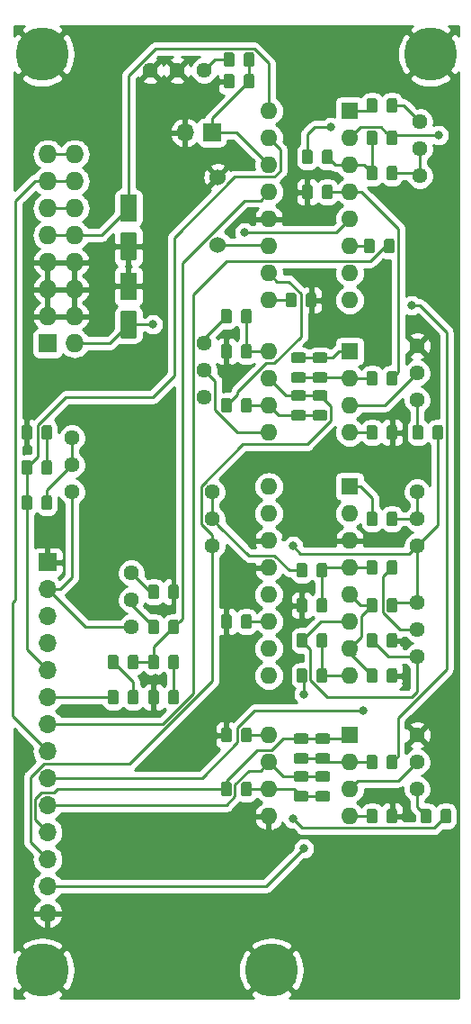
<source format=gbr>
G04 #@! TF.GenerationSoftware,KiCad,Pcbnew,(5.1.4-0-10_14)*
G04 #@! TF.CreationDate,2019-10-08T21:24:40-07:00*
G04 #@! TF.ProjectId,VCO_Main,56434f5f-4d61-4696-9e2e-6b696361645f,rev?*
G04 #@! TF.SameCoordinates,Original*
G04 #@! TF.FileFunction,Copper,L1,Top*
G04 #@! TF.FilePolarity,Positive*
%FSLAX46Y46*%
G04 Gerber Fmt 4.6, Leading zero omitted, Abs format (unit mm)*
G04 Created by KiCad (PCBNEW (5.1.4-0-10_14)) date 2019-10-08 21:24:40*
%MOMM*%
%LPD*%
G04 APERTURE LIST*
%ADD10C,0.150000*%
%ADD11C,0.975000*%
%ADD12C,1.440000*%
%ADD13R,1.700000X1.700000*%
%ADD14O,1.700000X1.700000*%
%ADD15R,1.727200X1.727200*%
%ADD16O,1.727200X1.727200*%
%ADD17R,1.600000X1.600000*%
%ADD18O,1.600000X1.600000*%
%ADD19C,1.600000*%
%ADD20C,1.524000*%
%ADD21C,5.000000*%
%ADD22C,0.800000*%
%ADD23C,0.250000*%
%ADD24C,0.254000*%
G04 APERTURE END LIST*
D10*
G36*
X101946142Y-74739174D02*
G01*
X101969803Y-74742684D01*
X101993007Y-74748496D01*
X102015529Y-74756554D01*
X102037153Y-74766782D01*
X102057670Y-74779079D01*
X102076883Y-74793329D01*
X102094607Y-74809393D01*
X102110671Y-74827117D01*
X102124921Y-74846330D01*
X102137218Y-74866847D01*
X102147446Y-74888471D01*
X102155504Y-74910993D01*
X102161316Y-74934197D01*
X102164826Y-74957858D01*
X102166000Y-74981750D01*
X102166000Y-75894250D01*
X102164826Y-75918142D01*
X102161316Y-75941803D01*
X102155504Y-75965007D01*
X102147446Y-75987529D01*
X102137218Y-76009153D01*
X102124921Y-76029670D01*
X102110671Y-76048883D01*
X102094607Y-76066607D01*
X102076883Y-76082671D01*
X102057670Y-76096921D01*
X102037153Y-76109218D01*
X102015529Y-76119446D01*
X101993007Y-76127504D01*
X101969803Y-76133316D01*
X101946142Y-76136826D01*
X101922250Y-76138000D01*
X101434750Y-76138000D01*
X101410858Y-76136826D01*
X101387197Y-76133316D01*
X101363993Y-76127504D01*
X101341471Y-76119446D01*
X101319847Y-76109218D01*
X101299330Y-76096921D01*
X101280117Y-76082671D01*
X101262393Y-76066607D01*
X101246329Y-76048883D01*
X101232079Y-76029670D01*
X101219782Y-76009153D01*
X101209554Y-75987529D01*
X101201496Y-75965007D01*
X101195684Y-75941803D01*
X101192174Y-75918142D01*
X101191000Y-75894250D01*
X101191000Y-74981750D01*
X101192174Y-74957858D01*
X101195684Y-74934197D01*
X101201496Y-74910993D01*
X101209554Y-74888471D01*
X101219782Y-74866847D01*
X101232079Y-74846330D01*
X101246329Y-74827117D01*
X101262393Y-74809393D01*
X101280117Y-74793329D01*
X101299330Y-74779079D01*
X101319847Y-74766782D01*
X101341471Y-74756554D01*
X101363993Y-74748496D01*
X101387197Y-74742684D01*
X101410858Y-74739174D01*
X101434750Y-74738000D01*
X101922250Y-74738000D01*
X101946142Y-74739174D01*
X101946142Y-74739174D01*
G37*
D11*
X101678500Y-75438000D03*
D10*
G36*
X103821142Y-74739174D02*
G01*
X103844803Y-74742684D01*
X103868007Y-74748496D01*
X103890529Y-74756554D01*
X103912153Y-74766782D01*
X103932670Y-74779079D01*
X103951883Y-74793329D01*
X103969607Y-74809393D01*
X103985671Y-74827117D01*
X103999921Y-74846330D01*
X104012218Y-74866847D01*
X104022446Y-74888471D01*
X104030504Y-74910993D01*
X104036316Y-74934197D01*
X104039826Y-74957858D01*
X104041000Y-74981750D01*
X104041000Y-75894250D01*
X104039826Y-75918142D01*
X104036316Y-75941803D01*
X104030504Y-75965007D01*
X104022446Y-75987529D01*
X104012218Y-76009153D01*
X103999921Y-76029670D01*
X103985671Y-76048883D01*
X103969607Y-76066607D01*
X103951883Y-76082671D01*
X103932670Y-76096921D01*
X103912153Y-76109218D01*
X103890529Y-76119446D01*
X103868007Y-76127504D01*
X103844803Y-76133316D01*
X103821142Y-76136826D01*
X103797250Y-76138000D01*
X103309750Y-76138000D01*
X103285858Y-76136826D01*
X103262197Y-76133316D01*
X103238993Y-76127504D01*
X103216471Y-76119446D01*
X103194847Y-76109218D01*
X103174330Y-76096921D01*
X103155117Y-76082671D01*
X103137393Y-76066607D01*
X103121329Y-76048883D01*
X103107079Y-76029670D01*
X103094782Y-76009153D01*
X103084554Y-75987529D01*
X103076496Y-75965007D01*
X103070684Y-75941803D01*
X103067174Y-75918142D01*
X103066000Y-75894250D01*
X103066000Y-74981750D01*
X103067174Y-74957858D01*
X103070684Y-74934197D01*
X103076496Y-74910993D01*
X103084554Y-74888471D01*
X103094782Y-74866847D01*
X103107079Y-74846330D01*
X103121329Y-74827117D01*
X103137393Y-74809393D01*
X103155117Y-74793329D01*
X103174330Y-74779079D01*
X103194847Y-74766782D01*
X103216471Y-74756554D01*
X103238993Y-74748496D01*
X103262197Y-74742684D01*
X103285858Y-74739174D01*
X103309750Y-74738000D01*
X103797250Y-74738000D01*
X103821142Y-74739174D01*
X103821142Y-74739174D01*
G37*
D11*
X103553500Y-75438000D03*
D10*
G36*
X103821142Y-77787174D02*
G01*
X103844803Y-77790684D01*
X103868007Y-77796496D01*
X103890529Y-77804554D01*
X103912153Y-77814782D01*
X103932670Y-77827079D01*
X103951883Y-77841329D01*
X103969607Y-77857393D01*
X103985671Y-77875117D01*
X103999921Y-77894330D01*
X104012218Y-77914847D01*
X104022446Y-77936471D01*
X104030504Y-77958993D01*
X104036316Y-77982197D01*
X104039826Y-78005858D01*
X104041000Y-78029750D01*
X104041000Y-78942250D01*
X104039826Y-78966142D01*
X104036316Y-78989803D01*
X104030504Y-79013007D01*
X104022446Y-79035529D01*
X104012218Y-79057153D01*
X103999921Y-79077670D01*
X103985671Y-79096883D01*
X103969607Y-79114607D01*
X103951883Y-79130671D01*
X103932670Y-79144921D01*
X103912153Y-79157218D01*
X103890529Y-79167446D01*
X103868007Y-79175504D01*
X103844803Y-79181316D01*
X103821142Y-79184826D01*
X103797250Y-79186000D01*
X103309750Y-79186000D01*
X103285858Y-79184826D01*
X103262197Y-79181316D01*
X103238993Y-79175504D01*
X103216471Y-79167446D01*
X103194847Y-79157218D01*
X103174330Y-79144921D01*
X103155117Y-79130671D01*
X103137393Y-79114607D01*
X103121329Y-79096883D01*
X103107079Y-79077670D01*
X103094782Y-79057153D01*
X103084554Y-79035529D01*
X103076496Y-79013007D01*
X103070684Y-78989803D01*
X103067174Y-78966142D01*
X103066000Y-78942250D01*
X103066000Y-78029750D01*
X103067174Y-78005858D01*
X103070684Y-77982197D01*
X103076496Y-77958993D01*
X103084554Y-77936471D01*
X103094782Y-77914847D01*
X103107079Y-77894330D01*
X103121329Y-77875117D01*
X103137393Y-77857393D01*
X103155117Y-77841329D01*
X103174330Y-77827079D01*
X103194847Y-77814782D01*
X103216471Y-77804554D01*
X103238993Y-77796496D01*
X103262197Y-77790684D01*
X103285858Y-77787174D01*
X103309750Y-77786000D01*
X103797250Y-77786000D01*
X103821142Y-77787174D01*
X103821142Y-77787174D01*
G37*
D11*
X103553500Y-78486000D03*
D10*
G36*
X101946142Y-77787174D02*
G01*
X101969803Y-77790684D01*
X101993007Y-77796496D01*
X102015529Y-77804554D01*
X102037153Y-77814782D01*
X102057670Y-77827079D01*
X102076883Y-77841329D01*
X102094607Y-77857393D01*
X102110671Y-77875117D01*
X102124921Y-77894330D01*
X102137218Y-77914847D01*
X102147446Y-77936471D01*
X102155504Y-77958993D01*
X102161316Y-77982197D01*
X102164826Y-78005858D01*
X102166000Y-78029750D01*
X102166000Y-78942250D01*
X102164826Y-78966142D01*
X102161316Y-78989803D01*
X102155504Y-79013007D01*
X102147446Y-79035529D01*
X102137218Y-79057153D01*
X102124921Y-79077670D01*
X102110671Y-79096883D01*
X102094607Y-79114607D01*
X102076883Y-79130671D01*
X102057670Y-79144921D01*
X102037153Y-79157218D01*
X102015529Y-79167446D01*
X101993007Y-79175504D01*
X101969803Y-79181316D01*
X101946142Y-79184826D01*
X101922250Y-79186000D01*
X101434750Y-79186000D01*
X101410858Y-79184826D01*
X101387197Y-79181316D01*
X101363993Y-79175504D01*
X101341471Y-79167446D01*
X101319847Y-79157218D01*
X101299330Y-79144921D01*
X101280117Y-79130671D01*
X101262393Y-79114607D01*
X101246329Y-79096883D01*
X101232079Y-79077670D01*
X101219782Y-79057153D01*
X101209554Y-79035529D01*
X101201496Y-79013007D01*
X101195684Y-78989803D01*
X101192174Y-78966142D01*
X101191000Y-78942250D01*
X101191000Y-78029750D01*
X101192174Y-78005858D01*
X101195684Y-77982197D01*
X101201496Y-77958993D01*
X101209554Y-77936471D01*
X101219782Y-77914847D01*
X101232079Y-77894330D01*
X101246329Y-77875117D01*
X101262393Y-77857393D01*
X101280117Y-77841329D01*
X101299330Y-77827079D01*
X101319847Y-77814782D01*
X101341471Y-77804554D01*
X101363993Y-77796496D01*
X101387197Y-77790684D01*
X101410858Y-77787174D01*
X101434750Y-77786000D01*
X101922250Y-77786000D01*
X101946142Y-77787174D01*
X101946142Y-77787174D01*
G37*
D11*
X101678500Y-78486000D03*
D10*
G36*
X90359142Y-70421174D02*
G01*
X90382803Y-70424684D01*
X90406007Y-70430496D01*
X90428529Y-70438554D01*
X90450153Y-70448782D01*
X90470670Y-70461079D01*
X90489883Y-70475329D01*
X90507607Y-70491393D01*
X90523671Y-70509117D01*
X90537921Y-70528330D01*
X90550218Y-70548847D01*
X90560446Y-70570471D01*
X90568504Y-70592993D01*
X90574316Y-70616197D01*
X90577826Y-70639858D01*
X90579000Y-70663750D01*
X90579000Y-71576250D01*
X90577826Y-71600142D01*
X90574316Y-71623803D01*
X90568504Y-71647007D01*
X90560446Y-71669529D01*
X90550218Y-71691153D01*
X90537921Y-71711670D01*
X90523671Y-71730883D01*
X90507607Y-71748607D01*
X90489883Y-71764671D01*
X90470670Y-71778921D01*
X90450153Y-71791218D01*
X90428529Y-71801446D01*
X90406007Y-71809504D01*
X90382803Y-71815316D01*
X90359142Y-71818826D01*
X90335250Y-71820000D01*
X89847750Y-71820000D01*
X89823858Y-71818826D01*
X89800197Y-71815316D01*
X89776993Y-71809504D01*
X89754471Y-71801446D01*
X89732847Y-71791218D01*
X89712330Y-71778921D01*
X89693117Y-71764671D01*
X89675393Y-71748607D01*
X89659329Y-71730883D01*
X89645079Y-71711670D01*
X89632782Y-71691153D01*
X89622554Y-71669529D01*
X89614496Y-71647007D01*
X89608684Y-71623803D01*
X89605174Y-71600142D01*
X89604000Y-71576250D01*
X89604000Y-70663750D01*
X89605174Y-70639858D01*
X89608684Y-70616197D01*
X89614496Y-70592993D01*
X89622554Y-70570471D01*
X89632782Y-70548847D01*
X89645079Y-70528330D01*
X89659329Y-70509117D01*
X89675393Y-70491393D01*
X89693117Y-70475329D01*
X89712330Y-70461079D01*
X89732847Y-70448782D01*
X89754471Y-70438554D01*
X89776993Y-70430496D01*
X89800197Y-70424684D01*
X89823858Y-70421174D01*
X89847750Y-70420000D01*
X90335250Y-70420000D01*
X90359142Y-70421174D01*
X90359142Y-70421174D01*
G37*
D11*
X90091500Y-71120000D03*
D10*
G36*
X88484142Y-70421174D02*
G01*
X88507803Y-70424684D01*
X88531007Y-70430496D01*
X88553529Y-70438554D01*
X88575153Y-70448782D01*
X88595670Y-70461079D01*
X88614883Y-70475329D01*
X88632607Y-70491393D01*
X88648671Y-70509117D01*
X88662921Y-70528330D01*
X88675218Y-70548847D01*
X88685446Y-70570471D01*
X88693504Y-70592993D01*
X88699316Y-70616197D01*
X88702826Y-70639858D01*
X88704000Y-70663750D01*
X88704000Y-71576250D01*
X88702826Y-71600142D01*
X88699316Y-71623803D01*
X88693504Y-71647007D01*
X88685446Y-71669529D01*
X88675218Y-71691153D01*
X88662921Y-71711670D01*
X88648671Y-71730883D01*
X88632607Y-71748607D01*
X88614883Y-71764671D01*
X88595670Y-71778921D01*
X88575153Y-71791218D01*
X88553529Y-71801446D01*
X88531007Y-71809504D01*
X88507803Y-71815316D01*
X88484142Y-71818826D01*
X88460250Y-71820000D01*
X87972750Y-71820000D01*
X87948858Y-71818826D01*
X87925197Y-71815316D01*
X87901993Y-71809504D01*
X87879471Y-71801446D01*
X87857847Y-71791218D01*
X87837330Y-71778921D01*
X87818117Y-71764671D01*
X87800393Y-71748607D01*
X87784329Y-71730883D01*
X87770079Y-71711670D01*
X87757782Y-71691153D01*
X87747554Y-71669529D01*
X87739496Y-71647007D01*
X87733684Y-71623803D01*
X87730174Y-71600142D01*
X87729000Y-71576250D01*
X87729000Y-70663750D01*
X87730174Y-70639858D01*
X87733684Y-70616197D01*
X87739496Y-70592993D01*
X87747554Y-70570471D01*
X87757782Y-70548847D01*
X87770079Y-70528330D01*
X87784329Y-70509117D01*
X87800393Y-70491393D01*
X87818117Y-70475329D01*
X87837330Y-70461079D01*
X87857847Y-70448782D01*
X87879471Y-70438554D01*
X87901993Y-70430496D01*
X87925197Y-70424684D01*
X87948858Y-70421174D01*
X87972750Y-70420000D01*
X88460250Y-70420000D01*
X88484142Y-70421174D01*
X88484142Y-70421174D01*
G37*
D11*
X88216500Y-71120000D03*
D10*
G36*
X95850142Y-79565174D02*
G01*
X95873803Y-79568684D01*
X95897007Y-79574496D01*
X95919529Y-79582554D01*
X95941153Y-79592782D01*
X95961670Y-79605079D01*
X95980883Y-79619329D01*
X95998607Y-79635393D01*
X96014671Y-79653117D01*
X96028921Y-79672330D01*
X96041218Y-79692847D01*
X96051446Y-79714471D01*
X96059504Y-79736993D01*
X96065316Y-79760197D01*
X96068826Y-79783858D01*
X96070000Y-79807750D01*
X96070000Y-80720250D01*
X96068826Y-80744142D01*
X96065316Y-80767803D01*
X96059504Y-80791007D01*
X96051446Y-80813529D01*
X96041218Y-80835153D01*
X96028921Y-80855670D01*
X96014671Y-80874883D01*
X95998607Y-80892607D01*
X95980883Y-80908671D01*
X95961670Y-80922921D01*
X95941153Y-80935218D01*
X95919529Y-80945446D01*
X95897007Y-80953504D01*
X95873803Y-80959316D01*
X95850142Y-80962826D01*
X95826250Y-80964000D01*
X95338750Y-80964000D01*
X95314858Y-80962826D01*
X95291197Y-80959316D01*
X95267993Y-80953504D01*
X95245471Y-80945446D01*
X95223847Y-80935218D01*
X95203330Y-80922921D01*
X95184117Y-80908671D01*
X95166393Y-80892607D01*
X95150329Y-80874883D01*
X95136079Y-80855670D01*
X95123782Y-80835153D01*
X95113554Y-80813529D01*
X95105496Y-80791007D01*
X95099684Y-80767803D01*
X95096174Y-80744142D01*
X95095000Y-80720250D01*
X95095000Y-79807750D01*
X95096174Y-79783858D01*
X95099684Y-79760197D01*
X95105496Y-79736993D01*
X95113554Y-79714471D01*
X95123782Y-79692847D01*
X95136079Y-79672330D01*
X95150329Y-79653117D01*
X95166393Y-79635393D01*
X95184117Y-79619329D01*
X95203330Y-79605079D01*
X95223847Y-79592782D01*
X95245471Y-79582554D01*
X95267993Y-79574496D01*
X95291197Y-79568684D01*
X95314858Y-79565174D01*
X95338750Y-79564000D01*
X95826250Y-79564000D01*
X95850142Y-79565174D01*
X95850142Y-79565174D01*
G37*
D11*
X95582500Y-80264000D03*
D10*
G36*
X97725142Y-79565174D02*
G01*
X97748803Y-79568684D01*
X97772007Y-79574496D01*
X97794529Y-79582554D01*
X97816153Y-79592782D01*
X97836670Y-79605079D01*
X97855883Y-79619329D01*
X97873607Y-79635393D01*
X97889671Y-79653117D01*
X97903921Y-79672330D01*
X97916218Y-79692847D01*
X97926446Y-79714471D01*
X97934504Y-79736993D01*
X97940316Y-79760197D01*
X97943826Y-79783858D01*
X97945000Y-79807750D01*
X97945000Y-80720250D01*
X97943826Y-80744142D01*
X97940316Y-80767803D01*
X97934504Y-80791007D01*
X97926446Y-80813529D01*
X97916218Y-80835153D01*
X97903921Y-80855670D01*
X97889671Y-80874883D01*
X97873607Y-80892607D01*
X97855883Y-80908671D01*
X97836670Y-80922921D01*
X97816153Y-80935218D01*
X97794529Y-80945446D01*
X97772007Y-80953504D01*
X97748803Y-80959316D01*
X97725142Y-80962826D01*
X97701250Y-80964000D01*
X97213750Y-80964000D01*
X97189858Y-80962826D01*
X97166197Y-80959316D01*
X97142993Y-80953504D01*
X97120471Y-80945446D01*
X97098847Y-80935218D01*
X97078330Y-80922921D01*
X97059117Y-80908671D01*
X97041393Y-80892607D01*
X97025329Y-80874883D01*
X97011079Y-80855670D01*
X96998782Y-80835153D01*
X96988554Y-80813529D01*
X96980496Y-80791007D01*
X96974684Y-80767803D01*
X96971174Y-80744142D01*
X96970000Y-80720250D01*
X96970000Y-79807750D01*
X96971174Y-79783858D01*
X96974684Y-79760197D01*
X96980496Y-79736993D01*
X96988554Y-79714471D01*
X96998782Y-79692847D01*
X97011079Y-79672330D01*
X97025329Y-79653117D01*
X97041393Y-79635393D01*
X97059117Y-79619329D01*
X97078330Y-79605079D01*
X97098847Y-79592782D01*
X97120471Y-79582554D01*
X97142993Y-79574496D01*
X97166197Y-79568684D01*
X97189858Y-79565174D01*
X97213750Y-79564000D01*
X97701250Y-79564000D01*
X97725142Y-79565174D01*
X97725142Y-79565174D01*
G37*
D11*
X97457500Y-80264000D03*
D10*
G36*
X97725142Y-82867174D02*
G01*
X97748803Y-82870684D01*
X97772007Y-82876496D01*
X97794529Y-82884554D01*
X97816153Y-82894782D01*
X97836670Y-82907079D01*
X97855883Y-82921329D01*
X97873607Y-82937393D01*
X97889671Y-82955117D01*
X97903921Y-82974330D01*
X97916218Y-82994847D01*
X97926446Y-83016471D01*
X97934504Y-83038993D01*
X97940316Y-83062197D01*
X97943826Y-83085858D01*
X97945000Y-83109750D01*
X97945000Y-84022250D01*
X97943826Y-84046142D01*
X97940316Y-84069803D01*
X97934504Y-84093007D01*
X97926446Y-84115529D01*
X97916218Y-84137153D01*
X97903921Y-84157670D01*
X97889671Y-84176883D01*
X97873607Y-84194607D01*
X97855883Y-84210671D01*
X97836670Y-84224921D01*
X97816153Y-84237218D01*
X97794529Y-84247446D01*
X97772007Y-84255504D01*
X97748803Y-84261316D01*
X97725142Y-84264826D01*
X97701250Y-84266000D01*
X97213750Y-84266000D01*
X97189858Y-84264826D01*
X97166197Y-84261316D01*
X97142993Y-84255504D01*
X97120471Y-84247446D01*
X97098847Y-84237218D01*
X97078330Y-84224921D01*
X97059117Y-84210671D01*
X97041393Y-84194607D01*
X97025329Y-84176883D01*
X97011079Y-84157670D01*
X96998782Y-84137153D01*
X96988554Y-84115529D01*
X96980496Y-84093007D01*
X96974684Y-84069803D01*
X96971174Y-84046142D01*
X96970000Y-84022250D01*
X96970000Y-83109750D01*
X96971174Y-83085858D01*
X96974684Y-83062197D01*
X96980496Y-83038993D01*
X96988554Y-83016471D01*
X96998782Y-82994847D01*
X97011079Y-82974330D01*
X97025329Y-82955117D01*
X97041393Y-82937393D01*
X97059117Y-82921329D01*
X97078330Y-82907079D01*
X97098847Y-82894782D01*
X97120471Y-82884554D01*
X97142993Y-82876496D01*
X97166197Y-82870684D01*
X97189858Y-82867174D01*
X97213750Y-82866000D01*
X97701250Y-82866000D01*
X97725142Y-82867174D01*
X97725142Y-82867174D01*
G37*
D11*
X97457500Y-83566000D03*
D10*
G36*
X95850142Y-82867174D02*
G01*
X95873803Y-82870684D01*
X95897007Y-82876496D01*
X95919529Y-82884554D01*
X95941153Y-82894782D01*
X95961670Y-82907079D01*
X95980883Y-82921329D01*
X95998607Y-82937393D01*
X96014671Y-82955117D01*
X96028921Y-82974330D01*
X96041218Y-82994847D01*
X96051446Y-83016471D01*
X96059504Y-83038993D01*
X96065316Y-83062197D01*
X96068826Y-83085858D01*
X96070000Y-83109750D01*
X96070000Y-84022250D01*
X96068826Y-84046142D01*
X96065316Y-84069803D01*
X96059504Y-84093007D01*
X96051446Y-84115529D01*
X96041218Y-84137153D01*
X96028921Y-84157670D01*
X96014671Y-84176883D01*
X95998607Y-84194607D01*
X95980883Y-84210671D01*
X95961670Y-84224921D01*
X95941153Y-84237218D01*
X95919529Y-84247446D01*
X95897007Y-84255504D01*
X95873803Y-84261316D01*
X95850142Y-84264826D01*
X95826250Y-84266000D01*
X95338750Y-84266000D01*
X95314858Y-84264826D01*
X95291197Y-84261316D01*
X95267993Y-84255504D01*
X95245471Y-84247446D01*
X95223847Y-84237218D01*
X95203330Y-84224921D01*
X95184117Y-84210671D01*
X95166393Y-84194607D01*
X95150329Y-84176883D01*
X95136079Y-84157670D01*
X95123782Y-84137153D01*
X95113554Y-84115529D01*
X95105496Y-84093007D01*
X95099684Y-84069803D01*
X95096174Y-84046142D01*
X95095000Y-84022250D01*
X95095000Y-83109750D01*
X95096174Y-83085858D01*
X95099684Y-83062197D01*
X95105496Y-83038993D01*
X95113554Y-83016471D01*
X95123782Y-82994847D01*
X95136079Y-82974330D01*
X95150329Y-82955117D01*
X95166393Y-82937393D01*
X95184117Y-82921329D01*
X95203330Y-82907079D01*
X95223847Y-82894782D01*
X95245471Y-82884554D01*
X95267993Y-82876496D01*
X95291197Y-82870684D01*
X95314858Y-82867174D01*
X95338750Y-82866000D01*
X95826250Y-82866000D01*
X95850142Y-82867174D01*
X95850142Y-82867174D01*
G37*
D11*
X95582500Y-83566000D03*
D10*
G36*
X88230142Y-94551174D02*
G01*
X88253803Y-94554684D01*
X88277007Y-94560496D01*
X88299529Y-94568554D01*
X88321153Y-94578782D01*
X88341670Y-94591079D01*
X88360883Y-94605329D01*
X88378607Y-94621393D01*
X88394671Y-94639117D01*
X88408921Y-94658330D01*
X88421218Y-94678847D01*
X88431446Y-94700471D01*
X88439504Y-94722993D01*
X88445316Y-94746197D01*
X88448826Y-94769858D01*
X88450000Y-94793750D01*
X88450000Y-95706250D01*
X88448826Y-95730142D01*
X88445316Y-95753803D01*
X88439504Y-95777007D01*
X88431446Y-95799529D01*
X88421218Y-95821153D01*
X88408921Y-95841670D01*
X88394671Y-95860883D01*
X88378607Y-95878607D01*
X88360883Y-95894671D01*
X88341670Y-95908921D01*
X88321153Y-95921218D01*
X88299529Y-95931446D01*
X88277007Y-95939504D01*
X88253803Y-95945316D01*
X88230142Y-95948826D01*
X88206250Y-95950000D01*
X87718750Y-95950000D01*
X87694858Y-95948826D01*
X87671197Y-95945316D01*
X87647993Y-95939504D01*
X87625471Y-95931446D01*
X87603847Y-95921218D01*
X87583330Y-95908921D01*
X87564117Y-95894671D01*
X87546393Y-95878607D01*
X87530329Y-95860883D01*
X87516079Y-95841670D01*
X87503782Y-95821153D01*
X87493554Y-95799529D01*
X87485496Y-95777007D01*
X87479684Y-95753803D01*
X87476174Y-95730142D01*
X87475000Y-95706250D01*
X87475000Y-94793750D01*
X87476174Y-94769858D01*
X87479684Y-94746197D01*
X87485496Y-94722993D01*
X87493554Y-94700471D01*
X87503782Y-94678847D01*
X87516079Y-94658330D01*
X87530329Y-94639117D01*
X87546393Y-94621393D01*
X87564117Y-94605329D01*
X87583330Y-94591079D01*
X87603847Y-94578782D01*
X87625471Y-94568554D01*
X87647993Y-94560496D01*
X87671197Y-94554684D01*
X87694858Y-94551174D01*
X87718750Y-94550000D01*
X88206250Y-94550000D01*
X88230142Y-94551174D01*
X88230142Y-94551174D01*
G37*
D11*
X87962500Y-95250000D03*
D10*
G36*
X90105142Y-94551174D02*
G01*
X90128803Y-94554684D01*
X90152007Y-94560496D01*
X90174529Y-94568554D01*
X90196153Y-94578782D01*
X90216670Y-94591079D01*
X90235883Y-94605329D01*
X90253607Y-94621393D01*
X90269671Y-94639117D01*
X90283921Y-94658330D01*
X90296218Y-94678847D01*
X90306446Y-94700471D01*
X90314504Y-94722993D01*
X90320316Y-94746197D01*
X90323826Y-94769858D01*
X90325000Y-94793750D01*
X90325000Y-95706250D01*
X90323826Y-95730142D01*
X90320316Y-95753803D01*
X90314504Y-95777007D01*
X90306446Y-95799529D01*
X90296218Y-95821153D01*
X90283921Y-95841670D01*
X90269671Y-95860883D01*
X90253607Y-95878607D01*
X90235883Y-95894671D01*
X90216670Y-95908921D01*
X90196153Y-95921218D01*
X90174529Y-95931446D01*
X90152007Y-95939504D01*
X90128803Y-95945316D01*
X90105142Y-95948826D01*
X90081250Y-95950000D01*
X89593750Y-95950000D01*
X89569858Y-95948826D01*
X89546197Y-95945316D01*
X89522993Y-95939504D01*
X89500471Y-95931446D01*
X89478847Y-95921218D01*
X89458330Y-95908921D01*
X89439117Y-95894671D01*
X89421393Y-95878607D01*
X89405329Y-95860883D01*
X89391079Y-95841670D01*
X89378782Y-95821153D01*
X89368554Y-95799529D01*
X89360496Y-95777007D01*
X89354684Y-95753803D01*
X89351174Y-95730142D01*
X89350000Y-95706250D01*
X89350000Y-94793750D01*
X89351174Y-94769858D01*
X89354684Y-94746197D01*
X89360496Y-94722993D01*
X89368554Y-94700471D01*
X89378782Y-94678847D01*
X89391079Y-94658330D01*
X89405329Y-94639117D01*
X89421393Y-94621393D01*
X89439117Y-94605329D01*
X89458330Y-94591079D01*
X89478847Y-94578782D01*
X89500471Y-94568554D01*
X89522993Y-94560496D01*
X89546197Y-94554684D01*
X89569858Y-94551174D01*
X89593750Y-94550000D01*
X90081250Y-94550000D01*
X90105142Y-94551174D01*
X90105142Y-94551174D01*
G37*
D11*
X89837500Y-95250000D03*
D10*
G36*
X90105142Y-102933174D02*
G01*
X90128803Y-102936684D01*
X90152007Y-102942496D01*
X90174529Y-102950554D01*
X90196153Y-102960782D01*
X90216670Y-102973079D01*
X90235883Y-102987329D01*
X90253607Y-103003393D01*
X90269671Y-103021117D01*
X90283921Y-103040330D01*
X90296218Y-103060847D01*
X90306446Y-103082471D01*
X90314504Y-103104993D01*
X90320316Y-103128197D01*
X90323826Y-103151858D01*
X90325000Y-103175750D01*
X90325000Y-104088250D01*
X90323826Y-104112142D01*
X90320316Y-104135803D01*
X90314504Y-104159007D01*
X90306446Y-104181529D01*
X90296218Y-104203153D01*
X90283921Y-104223670D01*
X90269671Y-104242883D01*
X90253607Y-104260607D01*
X90235883Y-104276671D01*
X90216670Y-104290921D01*
X90196153Y-104303218D01*
X90174529Y-104313446D01*
X90152007Y-104321504D01*
X90128803Y-104327316D01*
X90105142Y-104330826D01*
X90081250Y-104332000D01*
X89593750Y-104332000D01*
X89569858Y-104330826D01*
X89546197Y-104327316D01*
X89522993Y-104321504D01*
X89500471Y-104313446D01*
X89478847Y-104303218D01*
X89458330Y-104290921D01*
X89439117Y-104276671D01*
X89421393Y-104260607D01*
X89405329Y-104242883D01*
X89391079Y-104223670D01*
X89378782Y-104203153D01*
X89368554Y-104181529D01*
X89360496Y-104159007D01*
X89354684Y-104135803D01*
X89351174Y-104112142D01*
X89350000Y-104088250D01*
X89350000Y-103175750D01*
X89351174Y-103151858D01*
X89354684Y-103128197D01*
X89360496Y-103104993D01*
X89368554Y-103082471D01*
X89378782Y-103060847D01*
X89391079Y-103040330D01*
X89405329Y-103021117D01*
X89421393Y-103003393D01*
X89439117Y-102987329D01*
X89458330Y-102973079D01*
X89478847Y-102960782D01*
X89500471Y-102950554D01*
X89522993Y-102942496D01*
X89546197Y-102936684D01*
X89569858Y-102933174D01*
X89593750Y-102932000D01*
X90081250Y-102932000D01*
X90105142Y-102933174D01*
X90105142Y-102933174D01*
G37*
D11*
X89837500Y-103632000D03*
D10*
G36*
X88230142Y-102933174D02*
G01*
X88253803Y-102936684D01*
X88277007Y-102942496D01*
X88299529Y-102950554D01*
X88321153Y-102960782D01*
X88341670Y-102973079D01*
X88360883Y-102987329D01*
X88378607Y-103003393D01*
X88394671Y-103021117D01*
X88408921Y-103040330D01*
X88421218Y-103060847D01*
X88431446Y-103082471D01*
X88439504Y-103104993D01*
X88445316Y-103128197D01*
X88448826Y-103151858D01*
X88450000Y-103175750D01*
X88450000Y-104088250D01*
X88448826Y-104112142D01*
X88445316Y-104135803D01*
X88439504Y-104159007D01*
X88431446Y-104181529D01*
X88421218Y-104203153D01*
X88408921Y-104223670D01*
X88394671Y-104242883D01*
X88378607Y-104260607D01*
X88360883Y-104276671D01*
X88341670Y-104290921D01*
X88321153Y-104303218D01*
X88299529Y-104313446D01*
X88277007Y-104321504D01*
X88253803Y-104327316D01*
X88230142Y-104330826D01*
X88206250Y-104332000D01*
X87718750Y-104332000D01*
X87694858Y-104330826D01*
X87671197Y-104327316D01*
X87647993Y-104321504D01*
X87625471Y-104313446D01*
X87603847Y-104303218D01*
X87583330Y-104290921D01*
X87564117Y-104276671D01*
X87546393Y-104260607D01*
X87530329Y-104242883D01*
X87516079Y-104223670D01*
X87503782Y-104203153D01*
X87493554Y-104181529D01*
X87485496Y-104159007D01*
X87479684Y-104135803D01*
X87476174Y-104112142D01*
X87475000Y-104088250D01*
X87475000Y-103175750D01*
X87476174Y-103151858D01*
X87479684Y-103128197D01*
X87485496Y-103104993D01*
X87493554Y-103082471D01*
X87503782Y-103060847D01*
X87516079Y-103040330D01*
X87530329Y-103021117D01*
X87546393Y-103003393D01*
X87564117Y-102987329D01*
X87583330Y-102973079D01*
X87603847Y-102960782D01*
X87625471Y-102950554D01*
X87647993Y-102942496D01*
X87671197Y-102936684D01*
X87694858Y-102933174D01*
X87718750Y-102932000D01*
X88206250Y-102932000D01*
X88230142Y-102933174D01*
X88230142Y-102933174D01*
G37*
D11*
X87962500Y-103632000D03*
D10*
G36*
X97254142Y-102208174D02*
G01*
X97277803Y-102211684D01*
X97301007Y-102217496D01*
X97323529Y-102225554D01*
X97345153Y-102235782D01*
X97365670Y-102248079D01*
X97384883Y-102262329D01*
X97402607Y-102278393D01*
X97418671Y-102296117D01*
X97432921Y-102315330D01*
X97445218Y-102335847D01*
X97455446Y-102357471D01*
X97463504Y-102379993D01*
X97469316Y-102403197D01*
X97472826Y-102426858D01*
X97474000Y-102450750D01*
X97474000Y-102938250D01*
X97472826Y-102962142D01*
X97469316Y-102985803D01*
X97463504Y-103009007D01*
X97455446Y-103031529D01*
X97445218Y-103053153D01*
X97432921Y-103073670D01*
X97418671Y-103092883D01*
X97402607Y-103110607D01*
X97384883Y-103126671D01*
X97365670Y-103140921D01*
X97345153Y-103153218D01*
X97323529Y-103163446D01*
X97301007Y-103171504D01*
X97277803Y-103177316D01*
X97254142Y-103180826D01*
X97230250Y-103182000D01*
X96317750Y-103182000D01*
X96293858Y-103180826D01*
X96270197Y-103177316D01*
X96246993Y-103171504D01*
X96224471Y-103163446D01*
X96202847Y-103153218D01*
X96182330Y-103140921D01*
X96163117Y-103126671D01*
X96145393Y-103110607D01*
X96129329Y-103092883D01*
X96115079Y-103073670D01*
X96102782Y-103053153D01*
X96092554Y-103031529D01*
X96084496Y-103009007D01*
X96078684Y-102985803D01*
X96075174Y-102962142D01*
X96074000Y-102938250D01*
X96074000Y-102450750D01*
X96075174Y-102426858D01*
X96078684Y-102403197D01*
X96084496Y-102379993D01*
X96092554Y-102357471D01*
X96102782Y-102335847D01*
X96115079Y-102315330D01*
X96129329Y-102296117D01*
X96145393Y-102278393D01*
X96163117Y-102262329D01*
X96182330Y-102248079D01*
X96202847Y-102235782D01*
X96224471Y-102225554D01*
X96246993Y-102217496D01*
X96270197Y-102211684D01*
X96293858Y-102208174D01*
X96317750Y-102207000D01*
X97230250Y-102207000D01*
X97254142Y-102208174D01*
X97254142Y-102208174D01*
G37*
D11*
X96774000Y-102694500D03*
D10*
G36*
X97254142Y-104083174D02*
G01*
X97277803Y-104086684D01*
X97301007Y-104092496D01*
X97323529Y-104100554D01*
X97345153Y-104110782D01*
X97365670Y-104123079D01*
X97384883Y-104137329D01*
X97402607Y-104153393D01*
X97418671Y-104171117D01*
X97432921Y-104190330D01*
X97445218Y-104210847D01*
X97455446Y-104232471D01*
X97463504Y-104254993D01*
X97469316Y-104278197D01*
X97472826Y-104301858D01*
X97474000Y-104325750D01*
X97474000Y-104813250D01*
X97472826Y-104837142D01*
X97469316Y-104860803D01*
X97463504Y-104884007D01*
X97455446Y-104906529D01*
X97445218Y-104928153D01*
X97432921Y-104948670D01*
X97418671Y-104967883D01*
X97402607Y-104985607D01*
X97384883Y-105001671D01*
X97365670Y-105015921D01*
X97345153Y-105028218D01*
X97323529Y-105038446D01*
X97301007Y-105046504D01*
X97277803Y-105052316D01*
X97254142Y-105055826D01*
X97230250Y-105057000D01*
X96317750Y-105057000D01*
X96293858Y-105055826D01*
X96270197Y-105052316D01*
X96246993Y-105046504D01*
X96224471Y-105038446D01*
X96202847Y-105028218D01*
X96182330Y-105015921D01*
X96163117Y-105001671D01*
X96145393Y-104985607D01*
X96129329Y-104967883D01*
X96115079Y-104948670D01*
X96102782Y-104928153D01*
X96092554Y-104906529D01*
X96084496Y-104884007D01*
X96078684Y-104860803D01*
X96075174Y-104837142D01*
X96074000Y-104813250D01*
X96074000Y-104325750D01*
X96075174Y-104301858D01*
X96078684Y-104278197D01*
X96084496Y-104254993D01*
X96092554Y-104232471D01*
X96102782Y-104210847D01*
X96115079Y-104190330D01*
X96129329Y-104171117D01*
X96145393Y-104153393D01*
X96163117Y-104137329D01*
X96182330Y-104123079D01*
X96202847Y-104110782D01*
X96224471Y-104100554D01*
X96246993Y-104092496D01*
X96270197Y-104086684D01*
X96293858Y-104083174D01*
X96317750Y-104082000D01*
X97230250Y-104082000D01*
X97254142Y-104083174D01*
X97254142Y-104083174D01*
G37*
D11*
X96774000Y-104569500D03*
D10*
G36*
X101946142Y-118173174D02*
G01*
X101969803Y-118176684D01*
X101993007Y-118182496D01*
X102015529Y-118190554D01*
X102037153Y-118200782D01*
X102057670Y-118213079D01*
X102076883Y-118227329D01*
X102094607Y-118243393D01*
X102110671Y-118261117D01*
X102124921Y-118280330D01*
X102137218Y-118300847D01*
X102147446Y-118322471D01*
X102155504Y-118344993D01*
X102161316Y-118368197D01*
X102164826Y-118391858D01*
X102166000Y-118415750D01*
X102166000Y-119328250D01*
X102164826Y-119352142D01*
X102161316Y-119375803D01*
X102155504Y-119399007D01*
X102147446Y-119421529D01*
X102137218Y-119443153D01*
X102124921Y-119463670D01*
X102110671Y-119482883D01*
X102094607Y-119500607D01*
X102076883Y-119516671D01*
X102057670Y-119530921D01*
X102037153Y-119543218D01*
X102015529Y-119553446D01*
X101993007Y-119561504D01*
X101969803Y-119567316D01*
X101946142Y-119570826D01*
X101922250Y-119572000D01*
X101434750Y-119572000D01*
X101410858Y-119570826D01*
X101387197Y-119567316D01*
X101363993Y-119561504D01*
X101341471Y-119553446D01*
X101319847Y-119543218D01*
X101299330Y-119530921D01*
X101280117Y-119516671D01*
X101262393Y-119500607D01*
X101246329Y-119482883D01*
X101232079Y-119463670D01*
X101219782Y-119443153D01*
X101209554Y-119421529D01*
X101201496Y-119399007D01*
X101195684Y-119375803D01*
X101192174Y-119352142D01*
X101191000Y-119328250D01*
X101191000Y-118415750D01*
X101192174Y-118391858D01*
X101195684Y-118368197D01*
X101201496Y-118344993D01*
X101209554Y-118322471D01*
X101219782Y-118300847D01*
X101232079Y-118280330D01*
X101246329Y-118261117D01*
X101262393Y-118243393D01*
X101280117Y-118227329D01*
X101299330Y-118213079D01*
X101319847Y-118200782D01*
X101341471Y-118190554D01*
X101363993Y-118182496D01*
X101387197Y-118176684D01*
X101410858Y-118173174D01*
X101434750Y-118172000D01*
X101922250Y-118172000D01*
X101946142Y-118173174D01*
X101946142Y-118173174D01*
G37*
D11*
X101678500Y-118872000D03*
D10*
G36*
X103821142Y-118173174D02*
G01*
X103844803Y-118176684D01*
X103868007Y-118182496D01*
X103890529Y-118190554D01*
X103912153Y-118200782D01*
X103932670Y-118213079D01*
X103951883Y-118227329D01*
X103969607Y-118243393D01*
X103985671Y-118261117D01*
X103999921Y-118280330D01*
X104012218Y-118300847D01*
X104022446Y-118322471D01*
X104030504Y-118344993D01*
X104036316Y-118368197D01*
X104039826Y-118391858D01*
X104041000Y-118415750D01*
X104041000Y-119328250D01*
X104039826Y-119352142D01*
X104036316Y-119375803D01*
X104030504Y-119399007D01*
X104022446Y-119421529D01*
X104012218Y-119443153D01*
X103999921Y-119463670D01*
X103985671Y-119482883D01*
X103969607Y-119500607D01*
X103951883Y-119516671D01*
X103932670Y-119530921D01*
X103912153Y-119543218D01*
X103890529Y-119553446D01*
X103868007Y-119561504D01*
X103844803Y-119567316D01*
X103821142Y-119570826D01*
X103797250Y-119572000D01*
X103309750Y-119572000D01*
X103285858Y-119570826D01*
X103262197Y-119567316D01*
X103238993Y-119561504D01*
X103216471Y-119553446D01*
X103194847Y-119543218D01*
X103174330Y-119530921D01*
X103155117Y-119516671D01*
X103137393Y-119500607D01*
X103121329Y-119482883D01*
X103107079Y-119463670D01*
X103094782Y-119443153D01*
X103084554Y-119421529D01*
X103076496Y-119399007D01*
X103070684Y-119375803D01*
X103067174Y-119352142D01*
X103066000Y-119328250D01*
X103066000Y-118415750D01*
X103067174Y-118391858D01*
X103070684Y-118368197D01*
X103076496Y-118344993D01*
X103084554Y-118322471D01*
X103094782Y-118300847D01*
X103107079Y-118280330D01*
X103121329Y-118261117D01*
X103137393Y-118243393D01*
X103155117Y-118227329D01*
X103174330Y-118213079D01*
X103194847Y-118200782D01*
X103216471Y-118190554D01*
X103238993Y-118182496D01*
X103262197Y-118176684D01*
X103285858Y-118173174D01*
X103309750Y-118172000D01*
X103797250Y-118172000D01*
X103821142Y-118173174D01*
X103821142Y-118173174D01*
G37*
D11*
X103553500Y-118872000D03*
D10*
G36*
X95342142Y-118427174D02*
G01*
X95365803Y-118430684D01*
X95389007Y-118436496D01*
X95411529Y-118444554D01*
X95433153Y-118454782D01*
X95453670Y-118467079D01*
X95472883Y-118481329D01*
X95490607Y-118497393D01*
X95506671Y-118515117D01*
X95520921Y-118534330D01*
X95533218Y-118554847D01*
X95543446Y-118576471D01*
X95551504Y-118598993D01*
X95557316Y-118622197D01*
X95560826Y-118645858D01*
X95562000Y-118669750D01*
X95562000Y-119582250D01*
X95560826Y-119606142D01*
X95557316Y-119629803D01*
X95551504Y-119653007D01*
X95543446Y-119675529D01*
X95533218Y-119697153D01*
X95520921Y-119717670D01*
X95506671Y-119736883D01*
X95490607Y-119754607D01*
X95472883Y-119770671D01*
X95453670Y-119784921D01*
X95433153Y-119797218D01*
X95411529Y-119807446D01*
X95389007Y-119815504D01*
X95365803Y-119821316D01*
X95342142Y-119824826D01*
X95318250Y-119826000D01*
X94830750Y-119826000D01*
X94806858Y-119824826D01*
X94783197Y-119821316D01*
X94759993Y-119815504D01*
X94737471Y-119807446D01*
X94715847Y-119797218D01*
X94695330Y-119784921D01*
X94676117Y-119770671D01*
X94658393Y-119754607D01*
X94642329Y-119736883D01*
X94628079Y-119717670D01*
X94615782Y-119697153D01*
X94605554Y-119675529D01*
X94597496Y-119653007D01*
X94591684Y-119629803D01*
X94588174Y-119606142D01*
X94587000Y-119582250D01*
X94587000Y-118669750D01*
X94588174Y-118645858D01*
X94591684Y-118622197D01*
X94597496Y-118598993D01*
X94605554Y-118576471D01*
X94615782Y-118554847D01*
X94628079Y-118534330D01*
X94642329Y-118515117D01*
X94658393Y-118497393D01*
X94676117Y-118481329D01*
X94695330Y-118467079D01*
X94715847Y-118454782D01*
X94737471Y-118444554D01*
X94759993Y-118436496D01*
X94783197Y-118430684D01*
X94806858Y-118427174D01*
X94830750Y-118426000D01*
X95318250Y-118426000D01*
X95342142Y-118427174D01*
X95342142Y-118427174D01*
G37*
D11*
X95074500Y-119126000D03*
D10*
G36*
X97217142Y-118427174D02*
G01*
X97240803Y-118430684D01*
X97264007Y-118436496D01*
X97286529Y-118444554D01*
X97308153Y-118454782D01*
X97328670Y-118467079D01*
X97347883Y-118481329D01*
X97365607Y-118497393D01*
X97381671Y-118515117D01*
X97395921Y-118534330D01*
X97408218Y-118554847D01*
X97418446Y-118576471D01*
X97426504Y-118598993D01*
X97432316Y-118622197D01*
X97435826Y-118645858D01*
X97437000Y-118669750D01*
X97437000Y-119582250D01*
X97435826Y-119606142D01*
X97432316Y-119629803D01*
X97426504Y-119653007D01*
X97418446Y-119675529D01*
X97408218Y-119697153D01*
X97395921Y-119717670D01*
X97381671Y-119736883D01*
X97365607Y-119754607D01*
X97347883Y-119770671D01*
X97328670Y-119784921D01*
X97308153Y-119797218D01*
X97286529Y-119807446D01*
X97264007Y-119815504D01*
X97240803Y-119821316D01*
X97217142Y-119824826D01*
X97193250Y-119826000D01*
X96705750Y-119826000D01*
X96681858Y-119824826D01*
X96658197Y-119821316D01*
X96634993Y-119815504D01*
X96612471Y-119807446D01*
X96590847Y-119797218D01*
X96570330Y-119784921D01*
X96551117Y-119770671D01*
X96533393Y-119754607D01*
X96517329Y-119736883D01*
X96503079Y-119717670D01*
X96490782Y-119697153D01*
X96480554Y-119675529D01*
X96472496Y-119653007D01*
X96466684Y-119629803D01*
X96463174Y-119606142D01*
X96462000Y-119582250D01*
X96462000Y-118669750D01*
X96463174Y-118645858D01*
X96466684Y-118622197D01*
X96472496Y-118598993D01*
X96480554Y-118576471D01*
X96490782Y-118554847D01*
X96503079Y-118534330D01*
X96517329Y-118515117D01*
X96533393Y-118497393D01*
X96551117Y-118481329D01*
X96570330Y-118467079D01*
X96590847Y-118454782D01*
X96612471Y-118444554D01*
X96634993Y-118436496D01*
X96658197Y-118430684D01*
X96681858Y-118427174D01*
X96705750Y-118426000D01*
X97193250Y-118426000D01*
X97217142Y-118427174D01*
X97217142Y-118427174D01*
G37*
D11*
X96949500Y-119126000D03*
D10*
G36*
X95342142Y-121729174D02*
G01*
X95365803Y-121732684D01*
X95389007Y-121738496D01*
X95411529Y-121746554D01*
X95433153Y-121756782D01*
X95453670Y-121769079D01*
X95472883Y-121783329D01*
X95490607Y-121799393D01*
X95506671Y-121817117D01*
X95520921Y-121836330D01*
X95533218Y-121856847D01*
X95543446Y-121878471D01*
X95551504Y-121900993D01*
X95557316Y-121924197D01*
X95560826Y-121947858D01*
X95562000Y-121971750D01*
X95562000Y-122884250D01*
X95560826Y-122908142D01*
X95557316Y-122931803D01*
X95551504Y-122955007D01*
X95543446Y-122977529D01*
X95533218Y-122999153D01*
X95520921Y-123019670D01*
X95506671Y-123038883D01*
X95490607Y-123056607D01*
X95472883Y-123072671D01*
X95453670Y-123086921D01*
X95433153Y-123099218D01*
X95411529Y-123109446D01*
X95389007Y-123117504D01*
X95365803Y-123123316D01*
X95342142Y-123126826D01*
X95318250Y-123128000D01*
X94830750Y-123128000D01*
X94806858Y-123126826D01*
X94783197Y-123123316D01*
X94759993Y-123117504D01*
X94737471Y-123109446D01*
X94715847Y-123099218D01*
X94695330Y-123086921D01*
X94676117Y-123072671D01*
X94658393Y-123056607D01*
X94642329Y-123038883D01*
X94628079Y-123019670D01*
X94615782Y-122999153D01*
X94605554Y-122977529D01*
X94597496Y-122955007D01*
X94591684Y-122931803D01*
X94588174Y-122908142D01*
X94587000Y-122884250D01*
X94587000Y-121971750D01*
X94588174Y-121947858D01*
X94591684Y-121924197D01*
X94597496Y-121900993D01*
X94605554Y-121878471D01*
X94615782Y-121856847D01*
X94628079Y-121836330D01*
X94642329Y-121817117D01*
X94658393Y-121799393D01*
X94676117Y-121783329D01*
X94695330Y-121769079D01*
X94715847Y-121756782D01*
X94737471Y-121746554D01*
X94759993Y-121738496D01*
X94783197Y-121732684D01*
X94806858Y-121729174D01*
X94830750Y-121728000D01*
X95318250Y-121728000D01*
X95342142Y-121729174D01*
X95342142Y-121729174D01*
G37*
D11*
X95074500Y-122428000D03*
D10*
G36*
X97217142Y-121729174D02*
G01*
X97240803Y-121732684D01*
X97264007Y-121738496D01*
X97286529Y-121746554D01*
X97308153Y-121756782D01*
X97328670Y-121769079D01*
X97347883Y-121783329D01*
X97365607Y-121799393D01*
X97381671Y-121817117D01*
X97395921Y-121836330D01*
X97408218Y-121856847D01*
X97418446Y-121878471D01*
X97426504Y-121900993D01*
X97432316Y-121924197D01*
X97435826Y-121947858D01*
X97437000Y-121971750D01*
X97437000Y-122884250D01*
X97435826Y-122908142D01*
X97432316Y-122931803D01*
X97426504Y-122955007D01*
X97418446Y-122977529D01*
X97408218Y-122999153D01*
X97395921Y-123019670D01*
X97381671Y-123038883D01*
X97365607Y-123056607D01*
X97347883Y-123072671D01*
X97328670Y-123086921D01*
X97308153Y-123099218D01*
X97286529Y-123109446D01*
X97264007Y-123117504D01*
X97240803Y-123123316D01*
X97217142Y-123126826D01*
X97193250Y-123128000D01*
X96705750Y-123128000D01*
X96681858Y-123126826D01*
X96658197Y-123123316D01*
X96634993Y-123117504D01*
X96612471Y-123109446D01*
X96590847Y-123099218D01*
X96570330Y-123086921D01*
X96551117Y-123072671D01*
X96533393Y-123056607D01*
X96517329Y-123038883D01*
X96503079Y-123019670D01*
X96490782Y-122999153D01*
X96480554Y-122977529D01*
X96472496Y-122955007D01*
X96466684Y-122931803D01*
X96463174Y-122908142D01*
X96462000Y-122884250D01*
X96462000Y-121971750D01*
X96463174Y-121947858D01*
X96466684Y-121924197D01*
X96472496Y-121900993D01*
X96480554Y-121878471D01*
X96490782Y-121856847D01*
X96503079Y-121836330D01*
X96517329Y-121817117D01*
X96533393Y-121799393D01*
X96551117Y-121783329D01*
X96570330Y-121769079D01*
X96590847Y-121756782D01*
X96612471Y-121746554D01*
X96634993Y-121738496D01*
X96658197Y-121732684D01*
X96681858Y-121729174D01*
X96705750Y-121728000D01*
X97193250Y-121728000D01*
X97217142Y-121729174D01*
X97217142Y-121729174D01*
G37*
D11*
X96949500Y-122428000D03*
D10*
G36*
X103821142Y-113601174D02*
G01*
X103844803Y-113604684D01*
X103868007Y-113610496D01*
X103890529Y-113618554D01*
X103912153Y-113628782D01*
X103932670Y-113641079D01*
X103951883Y-113655329D01*
X103969607Y-113671393D01*
X103985671Y-113689117D01*
X103999921Y-113708330D01*
X104012218Y-113728847D01*
X104022446Y-113750471D01*
X104030504Y-113772993D01*
X104036316Y-113796197D01*
X104039826Y-113819858D01*
X104041000Y-113843750D01*
X104041000Y-114756250D01*
X104039826Y-114780142D01*
X104036316Y-114803803D01*
X104030504Y-114827007D01*
X104022446Y-114849529D01*
X104012218Y-114871153D01*
X103999921Y-114891670D01*
X103985671Y-114910883D01*
X103969607Y-114928607D01*
X103951883Y-114944671D01*
X103932670Y-114958921D01*
X103912153Y-114971218D01*
X103890529Y-114981446D01*
X103868007Y-114989504D01*
X103844803Y-114995316D01*
X103821142Y-114998826D01*
X103797250Y-115000000D01*
X103309750Y-115000000D01*
X103285858Y-114998826D01*
X103262197Y-114995316D01*
X103238993Y-114989504D01*
X103216471Y-114981446D01*
X103194847Y-114971218D01*
X103174330Y-114958921D01*
X103155117Y-114944671D01*
X103137393Y-114928607D01*
X103121329Y-114910883D01*
X103107079Y-114891670D01*
X103094782Y-114871153D01*
X103084554Y-114849529D01*
X103076496Y-114827007D01*
X103070684Y-114803803D01*
X103067174Y-114780142D01*
X103066000Y-114756250D01*
X103066000Y-113843750D01*
X103067174Y-113819858D01*
X103070684Y-113796197D01*
X103076496Y-113772993D01*
X103084554Y-113750471D01*
X103094782Y-113728847D01*
X103107079Y-113708330D01*
X103121329Y-113689117D01*
X103137393Y-113671393D01*
X103155117Y-113655329D01*
X103174330Y-113641079D01*
X103194847Y-113628782D01*
X103216471Y-113618554D01*
X103238993Y-113610496D01*
X103262197Y-113604684D01*
X103285858Y-113601174D01*
X103309750Y-113600000D01*
X103797250Y-113600000D01*
X103821142Y-113601174D01*
X103821142Y-113601174D01*
G37*
D11*
X103553500Y-114300000D03*
D10*
G36*
X101946142Y-113601174D02*
G01*
X101969803Y-113604684D01*
X101993007Y-113610496D01*
X102015529Y-113618554D01*
X102037153Y-113628782D01*
X102057670Y-113641079D01*
X102076883Y-113655329D01*
X102094607Y-113671393D01*
X102110671Y-113689117D01*
X102124921Y-113708330D01*
X102137218Y-113728847D01*
X102147446Y-113750471D01*
X102155504Y-113772993D01*
X102161316Y-113796197D01*
X102164826Y-113819858D01*
X102166000Y-113843750D01*
X102166000Y-114756250D01*
X102164826Y-114780142D01*
X102161316Y-114803803D01*
X102155504Y-114827007D01*
X102147446Y-114849529D01*
X102137218Y-114871153D01*
X102124921Y-114891670D01*
X102110671Y-114910883D01*
X102094607Y-114928607D01*
X102076883Y-114944671D01*
X102057670Y-114958921D01*
X102037153Y-114971218D01*
X102015529Y-114981446D01*
X101993007Y-114989504D01*
X101969803Y-114995316D01*
X101946142Y-114998826D01*
X101922250Y-115000000D01*
X101434750Y-115000000D01*
X101410858Y-114998826D01*
X101387197Y-114995316D01*
X101363993Y-114989504D01*
X101341471Y-114981446D01*
X101319847Y-114971218D01*
X101299330Y-114958921D01*
X101280117Y-114944671D01*
X101262393Y-114928607D01*
X101246329Y-114910883D01*
X101232079Y-114891670D01*
X101219782Y-114871153D01*
X101209554Y-114849529D01*
X101201496Y-114827007D01*
X101195684Y-114803803D01*
X101192174Y-114780142D01*
X101191000Y-114756250D01*
X101191000Y-113843750D01*
X101192174Y-113819858D01*
X101195684Y-113796197D01*
X101201496Y-113772993D01*
X101209554Y-113750471D01*
X101219782Y-113728847D01*
X101232079Y-113708330D01*
X101246329Y-113689117D01*
X101262393Y-113671393D01*
X101280117Y-113655329D01*
X101299330Y-113641079D01*
X101319847Y-113628782D01*
X101341471Y-113618554D01*
X101363993Y-113610496D01*
X101387197Y-113604684D01*
X101410858Y-113601174D01*
X101434750Y-113600000D01*
X101922250Y-113600000D01*
X101946142Y-113601174D01*
X101946142Y-113601174D01*
G37*
D11*
X101678500Y-114300000D03*
D10*
G36*
X103821142Y-128333174D02*
G01*
X103844803Y-128336684D01*
X103868007Y-128342496D01*
X103890529Y-128350554D01*
X103912153Y-128360782D01*
X103932670Y-128373079D01*
X103951883Y-128387329D01*
X103969607Y-128403393D01*
X103985671Y-128421117D01*
X103999921Y-128440330D01*
X104012218Y-128460847D01*
X104022446Y-128482471D01*
X104030504Y-128504993D01*
X104036316Y-128528197D01*
X104039826Y-128551858D01*
X104041000Y-128575750D01*
X104041000Y-129488250D01*
X104039826Y-129512142D01*
X104036316Y-129535803D01*
X104030504Y-129559007D01*
X104022446Y-129581529D01*
X104012218Y-129603153D01*
X103999921Y-129623670D01*
X103985671Y-129642883D01*
X103969607Y-129660607D01*
X103951883Y-129676671D01*
X103932670Y-129690921D01*
X103912153Y-129703218D01*
X103890529Y-129713446D01*
X103868007Y-129721504D01*
X103844803Y-129727316D01*
X103821142Y-129730826D01*
X103797250Y-129732000D01*
X103309750Y-129732000D01*
X103285858Y-129730826D01*
X103262197Y-129727316D01*
X103238993Y-129721504D01*
X103216471Y-129713446D01*
X103194847Y-129703218D01*
X103174330Y-129690921D01*
X103155117Y-129676671D01*
X103137393Y-129660607D01*
X103121329Y-129642883D01*
X103107079Y-129623670D01*
X103094782Y-129603153D01*
X103084554Y-129581529D01*
X103076496Y-129559007D01*
X103070684Y-129535803D01*
X103067174Y-129512142D01*
X103066000Y-129488250D01*
X103066000Y-128575750D01*
X103067174Y-128551858D01*
X103070684Y-128528197D01*
X103076496Y-128504993D01*
X103084554Y-128482471D01*
X103094782Y-128460847D01*
X103107079Y-128440330D01*
X103121329Y-128421117D01*
X103137393Y-128403393D01*
X103155117Y-128387329D01*
X103174330Y-128373079D01*
X103194847Y-128360782D01*
X103216471Y-128350554D01*
X103238993Y-128342496D01*
X103262197Y-128336684D01*
X103285858Y-128333174D01*
X103309750Y-128332000D01*
X103797250Y-128332000D01*
X103821142Y-128333174D01*
X103821142Y-128333174D01*
G37*
D11*
X103553500Y-129032000D03*
D10*
G36*
X101946142Y-128333174D02*
G01*
X101969803Y-128336684D01*
X101993007Y-128342496D01*
X102015529Y-128350554D01*
X102037153Y-128360782D01*
X102057670Y-128373079D01*
X102076883Y-128387329D01*
X102094607Y-128403393D01*
X102110671Y-128421117D01*
X102124921Y-128440330D01*
X102137218Y-128460847D01*
X102147446Y-128482471D01*
X102155504Y-128504993D01*
X102161316Y-128528197D01*
X102164826Y-128551858D01*
X102166000Y-128575750D01*
X102166000Y-129488250D01*
X102164826Y-129512142D01*
X102161316Y-129535803D01*
X102155504Y-129559007D01*
X102147446Y-129581529D01*
X102137218Y-129603153D01*
X102124921Y-129623670D01*
X102110671Y-129642883D01*
X102094607Y-129660607D01*
X102076883Y-129676671D01*
X102057670Y-129690921D01*
X102037153Y-129703218D01*
X102015529Y-129713446D01*
X101993007Y-129721504D01*
X101969803Y-129727316D01*
X101946142Y-129730826D01*
X101922250Y-129732000D01*
X101434750Y-129732000D01*
X101410858Y-129730826D01*
X101387197Y-129727316D01*
X101363993Y-129721504D01*
X101341471Y-129713446D01*
X101319847Y-129703218D01*
X101299330Y-129690921D01*
X101280117Y-129676671D01*
X101262393Y-129660607D01*
X101246329Y-129642883D01*
X101232079Y-129623670D01*
X101219782Y-129603153D01*
X101209554Y-129581529D01*
X101201496Y-129559007D01*
X101195684Y-129535803D01*
X101192174Y-129512142D01*
X101191000Y-129488250D01*
X101191000Y-128575750D01*
X101192174Y-128551858D01*
X101195684Y-128528197D01*
X101201496Y-128504993D01*
X101209554Y-128482471D01*
X101219782Y-128460847D01*
X101232079Y-128440330D01*
X101246329Y-128421117D01*
X101262393Y-128403393D01*
X101280117Y-128387329D01*
X101299330Y-128373079D01*
X101319847Y-128360782D01*
X101341471Y-128350554D01*
X101363993Y-128342496D01*
X101387197Y-128336684D01*
X101410858Y-128333174D01*
X101434750Y-128332000D01*
X101922250Y-128332000D01*
X101946142Y-128333174D01*
X101946142Y-128333174D01*
G37*
D11*
X101678500Y-129032000D03*
D10*
G36*
X101946142Y-121729174D02*
G01*
X101969803Y-121732684D01*
X101993007Y-121738496D01*
X102015529Y-121746554D01*
X102037153Y-121756782D01*
X102057670Y-121769079D01*
X102076883Y-121783329D01*
X102094607Y-121799393D01*
X102110671Y-121817117D01*
X102124921Y-121836330D01*
X102137218Y-121856847D01*
X102147446Y-121878471D01*
X102155504Y-121900993D01*
X102161316Y-121924197D01*
X102164826Y-121947858D01*
X102166000Y-121971750D01*
X102166000Y-122884250D01*
X102164826Y-122908142D01*
X102161316Y-122931803D01*
X102155504Y-122955007D01*
X102147446Y-122977529D01*
X102137218Y-122999153D01*
X102124921Y-123019670D01*
X102110671Y-123038883D01*
X102094607Y-123056607D01*
X102076883Y-123072671D01*
X102057670Y-123086921D01*
X102037153Y-123099218D01*
X102015529Y-123109446D01*
X101993007Y-123117504D01*
X101969803Y-123123316D01*
X101946142Y-123126826D01*
X101922250Y-123128000D01*
X101434750Y-123128000D01*
X101410858Y-123126826D01*
X101387197Y-123123316D01*
X101363993Y-123117504D01*
X101341471Y-123109446D01*
X101319847Y-123099218D01*
X101299330Y-123086921D01*
X101280117Y-123072671D01*
X101262393Y-123056607D01*
X101246329Y-123038883D01*
X101232079Y-123019670D01*
X101219782Y-122999153D01*
X101209554Y-122977529D01*
X101201496Y-122955007D01*
X101195684Y-122931803D01*
X101192174Y-122908142D01*
X101191000Y-122884250D01*
X101191000Y-121971750D01*
X101192174Y-121947858D01*
X101195684Y-121924197D01*
X101201496Y-121900993D01*
X101209554Y-121878471D01*
X101219782Y-121856847D01*
X101232079Y-121836330D01*
X101246329Y-121817117D01*
X101262393Y-121799393D01*
X101280117Y-121783329D01*
X101299330Y-121769079D01*
X101319847Y-121756782D01*
X101341471Y-121746554D01*
X101363993Y-121738496D01*
X101387197Y-121732684D01*
X101410858Y-121729174D01*
X101434750Y-121728000D01*
X101922250Y-121728000D01*
X101946142Y-121729174D01*
X101946142Y-121729174D01*
G37*
D11*
X101678500Y-122428000D03*
D10*
G36*
X103821142Y-121729174D02*
G01*
X103844803Y-121732684D01*
X103868007Y-121738496D01*
X103890529Y-121746554D01*
X103912153Y-121756782D01*
X103932670Y-121769079D01*
X103951883Y-121783329D01*
X103969607Y-121799393D01*
X103985671Y-121817117D01*
X103999921Y-121836330D01*
X104012218Y-121856847D01*
X104022446Y-121878471D01*
X104030504Y-121900993D01*
X104036316Y-121924197D01*
X104039826Y-121947858D01*
X104041000Y-121971750D01*
X104041000Y-122884250D01*
X104039826Y-122908142D01*
X104036316Y-122931803D01*
X104030504Y-122955007D01*
X104022446Y-122977529D01*
X104012218Y-122999153D01*
X103999921Y-123019670D01*
X103985671Y-123038883D01*
X103969607Y-123056607D01*
X103951883Y-123072671D01*
X103932670Y-123086921D01*
X103912153Y-123099218D01*
X103890529Y-123109446D01*
X103868007Y-123117504D01*
X103844803Y-123123316D01*
X103821142Y-123126826D01*
X103797250Y-123128000D01*
X103309750Y-123128000D01*
X103285858Y-123126826D01*
X103262197Y-123123316D01*
X103238993Y-123117504D01*
X103216471Y-123109446D01*
X103194847Y-123099218D01*
X103174330Y-123086921D01*
X103155117Y-123072671D01*
X103137393Y-123056607D01*
X103121329Y-123038883D01*
X103107079Y-123019670D01*
X103094782Y-122999153D01*
X103084554Y-122977529D01*
X103076496Y-122955007D01*
X103070684Y-122931803D01*
X103067174Y-122908142D01*
X103066000Y-122884250D01*
X103066000Y-121971750D01*
X103067174Y-121947858D01*
X103070684Y-121924197D01*
X103076496Y-121900993D01*
X103084554Y-121878471D01*
X103094782Y-121856847D01*
X103107079Y-121836330D01*
X103121329Y-121817117D01*
X103137393Y-121799393D01*
X103155117Y-121783329D01*
X103174330Y-121769079D01*
X103194847Y-121756782D01*
X103216471Y-121746554D01*
X103238993Y-121738496D01*
X103262197Y-121732684D01*
X103285858Y-121729174D01*
X103309750Y-121728000D01*
X103797250Y-121728000D01*
X103821142Y-121729174D01*
X103821142Y-121729174D01*
G37*
D11*
X103553500Y-122428000D03*
D10*
G36*
X95342142Y-125031174D02*
G01*
X95365803Y-125034684D01*
X95389007Y-125040496D01*
X95411529Y-125048554D01*
X95433153Y-125058782D01*
X95453670Y-125071079D01*
X95472883Y-125085329D01*
X95490607Y-125101393D01*
X95506671Y-125119117D01*
X95520921Y-125138330D01*
X95533218Y-125158847D01*
X95543446Y-125180471D01*
X95551504Y-125202993D01*
X95557316Y-125226197D01*
X95560826Y-125249858D01*
X95562000Y-125273750D01*
X95562000Y-126186250D01*
X95560826Y-126210142D01*
X95557316Y-126233803D01*
X95551504Y-126257007D01*
X95543446Y-126279529D01*
X95533218Y-126301153D01*
X95520921Y-126321670D01*
X95506671Y-126340883D01*
X95490607Y-126358607D01*
X95472883Y-126374671D01*
X95453670Y-126388921D01*
X95433153Y-126401218D01*
X95411529Y-126411446D01*
X95389007Y-126419504D01*
X95365803Y-126425316D01*
X95342142Y-126428826D01*
X95318250Y-126430000D01*
X94830750Y-126430000D01*
X94806858Y-126428826D01*
X94783197Y-126425316D01*
X94759993Y-126419504D01*
X94737471Y-126411446D01*
X94715847Y-126401218D01*
X94695330Y-126388921D01*
X94676117Y-126374671D01*
X94658393Y-126358607D01*
X94642329Y-126340883D01*
X94628079Y-126321670D01*
X94615782Y-126301153D01*
X94605554Y-126279529D01*
X94597496Y-126257007D01*
X94591684Y-126233803D01*
X94588174Y-126210142D01*
X94587000Y-126186250D01*
X94587000Y-125273750D01*
X94588174Y-125249858D01*
X94591684Y-125226197D01*
X94597496Y-125202993D01*
X94605554Y-125180471D01*
X94615782Y-125158847D01*
X94628079Y-125138330D01*
X94642329Y-125119117D01*
X94658393Y-125101393D01*
X94676117Y-125085329D01*
X94695330Y-125071079D01*
X94715847Y-125058782D01*
X94737471Y-125048554D01*
X94759993Y-125040496D01*
X94783197Y-125034684D01*
X94806858Y-125031174D01*
X94830750Y-125030000D01*
X95318250Y-125030000D01*
X95342142Y-125031174D01*
X95342142Y-125031174D01*
G37*
D11*
X95074500Y-125730000D03*
D10*
G36*
X97217142Y-125031174D02*
G01*
X97240803Y-125034684D01*
X97264007Y-125040496D01*
X97286529Y-125048554D01*
X97308153Y-125058782D01*
X97328670Y-125071079D01*
X97347883Y-125085329D01*
X97365607Y-125101393D01*
X97381671Y-125119117D01*
X97395921Y-125138330D01*
X97408218Y-125158847D01*
X97418446Y-125180471D01*
X97426504Y-125202993D01*
X97432316Y-125226197D01*
X97435826Y-125249858D01*
X97437000Y-125273750D01*
X97437000Y-126186250D01*
X97435826Y-126210142D01*
X97432316Y-126233803D01*
X97426504Y-126257007D01*
X97418446Y-126279529D01*
X97408218Y-126301153D01*
X97395921Y-126321670D01*
X97381671Y-126340883D01*
X97365607Y-126358607D01*
X97347883Y-126374671D01*
X97328670Y-126388921D01*
X97308153Y-126401218D01*
X97286529Y-126411446D01*
X97264007Y-126419504D01*
X97240803Y-126425316D01*
X97217142Y-126428826D01*
X97193250Y-126430000D01*
X96705750Y-126430000D01*
X96681858Y-126428826D01*
X96658197Y-126425316D01*
X96634993Y-126419504D01*
X96612471Y-126411446D01*
X96590847Y-126401218D01*
X96570330Y-126388921D01*
X96551117Y-126374671D01*
X96533393Y-126358607D01*
X96517329Y-126340883D01*
X96503079Y-126321670D01*
X96490782Y-126301153D01*
X96480554Y-126279529D01*
X96472496Y-126257007D01*
X96466684Y-126233803D01*
X96463174Y-126210142D01*
X96462000Y-126186250D01*
X96462000Y-125273750D01*
X96463174Y-125249858D01*
X96466684Y-125226197D01*
X96472496Y-125202993D01*
X96480554Y-125180471D01*
X96490782Y-125158847D01*
X96503079Y-125138330D01*
X96517329Y-125119117D01*
X96533393Y-125101393D01*
X96551117Y-125085329D01*
X96570330Y-125071079D01*
X96590847Y-125058782D01*
X96612471Y-125048554D01*
X96634993Y-125040496D01*
X96658197Y-125034684D01*
X96681858Y-125031174D01*
X96705750Y-125030000D01*
X97193250Y-125030000D01*
X97217142Y-125031174D01*
X97217142Y-125031174D01*
G37*
D11*
X96949500Y-125730000D03*
D10*
G36*
X95342142Y-128333174D02*
G01*
X95365803Y-128336684D01*
X95389007Y-128342496D01*
X95411529Y-128350554D01*
X95433153Y-128360782D01*
X95453670Y-128373079D01*
X95472883Y-128387329D01*
X95490607Y-128403393D01*
X95506671Y-128421117D01*
X95520921Y-128440330D01*
X95533218Y-128460847D01*
X95543446Y-128482471D01*
X95551504Y-128504993D01*
X95557316Y-128528197D01*
X95560826Y-128551858D01*
X95562000Y-128575750D01*
X95562000Y-129488250D01*
X95560826Y-129512142D01*
X95557316Y-129535803D01*
X95551504Y-129559007D01*
X95543446Y-129581529D01*
X95533218Y-129603153D01*
X95520921Y-129623670D01*
X95506671Y-129642883D01*
X95490607Y-129660607D01*
X95472883Y-129676671D01*
X95453670Y-129690921D01*
X95433153Y-129703218D01*
X95411529Y-129713446D01*
X95389007Y-129721504D01*
X95365803Y-129727316D01*
X95342142Y-129730826D01*
X95318250Y-129732000D01*
X94830750Y-129732000D01*
X94806858Y-129730826D01*
X94783197Y-129727316D01*
X94759993Y-129721504D01*
X94737471Y-129713446D01*
X94715847Y-129703218D01*
X94695330Y-129690921D01*
X94676117Y-129676671D01*
X94658393Y-129660607D01*
X94642329Y-129642883D01*
X94628079Y-129623670D01*
X94615782Y-129603153D01*
X94605554Y-129581529D01*
X94597496Y-129559007D01*
X94591684Y-129535803D01*
X94588174Y-129512142D01*
X94587000Y-129488250D01*
X94587000Y-128575750D01*
X94588174Y-128551858D01*
X94591684Y-128528197D01*
X94597496Y-128504993D01*
X94605554Y-128482471D01*
X94615782Y-128460847D01*
X94628079Y-128440330D01*
X94642329Y-128421117D01*
X94658393Y-128403393D01*
X94676117Y-128387329D01*
X94695330Y-128373079D01*
X94715847Y-128360782D01*
X94737471Y-128350554D01*
X94759993Y-128342496D01*
X94783197Y-128336684D01*
X94806858Y-128333174D01*
X94830750Y-128332000D01*
X95318250Y-128332000D01*
X95342142Y-128333174D01*
X95342142Y-128333174D01*
G37*
D11*
X95074500Y-129032000D03*
D10*
G36*
X97217142Y-128333174D02*
G01*
X97240803Y-128336684D01*
X97264007Y-128342496D01*
X97286529Y-128350554D01*
X97308153Y-128360782D01*
X97328670Y-128373079D01*
X97347883Y-128387329D01*
X97365607Y-128403393D01*
X97381671Y-128421117D01*
X97395921Y-128440330D01*
X97408218Y-128460847D01*
X97418446Y-128482471D01*
X97426504Y-128504993D01*
X97432316Y-128528197D01*
X97435826Y-128551858D01*
X97437000Y-128575750D01*
X97437000Y-129488250D01*
X97435826Y-129512142D01*
X97432316Y-129535803D01*
X97426504Y-129559007D01*
X97418446Y-129581529D01*
X97408218Y-129603153D01*
X97395921Y-129623670D01*
X97381671Y-129642883D01*
X97365607Y-129660607D01*
X97347883Y-129676671D01*
X97328670Y-129690921D01*
X97308153Y-129703218D01*
X97286529Y-129713446D01*
X97264007Y-129721504D01*
X97240803Y-129727316D01*
X97217142Y-129730826D01*
X97193250Y-129732000D01*
X96705750Y-129732000D01*
X96681858Y-129730826D01*
X96658197Y-129727316D01*
X96634993Y-129721504D01*
X96612471Y-129713446D01*
X96590847Y-129703218D01*
X96570330Y-129690921D01*
X96551117Y-129676671D01*
X96533393Y-129660607D01*
X96517329Y-129642883D01*
X96503079Y-129623670D01*
X96490782Y-129603153D01*
X96480554Y-129581529D01*
X96472496Y-129559007D01*
X96466684Y-129535803D01*
X96463174Y-129512142D01*
X96462000Y-129488250D01*
X96462000Y-128575750D01*
X96463174Y-128551858D01*
X96466684Y-128528197D01*
X96472496Y-128504993D01*
X96480554Y-128482471D01*
X96490782Y-128460847D01*
X96503079Y-128440330D01*
X96517329Y-128421117D01*
X96533393Y-128403393D01*
X96551117Y-128387329D01*
X96570330Y-128373079D01*
X96590847Y-128360782D01*
X96612471Y-128350554D01*
X96634993Y-128342496D01*
X96658197Y-128336684D01*
X96681858Y-128333174D01*
X96705750Y-128332000D01*
X97193250Y-128332000D01*
X97217142Y-128333174D01*
X97217142Y-128333174D01*
G37*
D11*
X96949500Y-129032000D03*
D10*
G36*
X107026142Y-141541174D02*
G01*
X107049803Y-141544684D01*
X107073007Y-141550496D01*
X107095529Y-141558554D01*
X107117153Y-141568782D01*
X107137670Y-141581079D01*
X107156883Y-141595329D01*
X107174607Y-141611393D01*
X107190671Y-141629117D01*
X107204921Y-141648330D01*
X107217218Y-141668847D01*
X107227446Y-141690471D01*
X107235504Y-141712993D01*
X107241316Y-141736197D01*
X107244826Y-141759858D01*
X107246000Y-141783750D01*
X107246000Y-142696250D01*
X107244826Y-142720142D01*
X107241316Y-142743803D01*
X107235504Y-142767007D01*
X107227446Y-142789529D01*
X107217218Y-142811153D01*
X107204921Y-142831670D01*
X107190671Y-142850883D01*
X107174607Y-142868607D01*
X107156883Y-142884671D01*
X107137670Y-142898921D01*
X107117153Y-142911218D01*
X107095529Y-142921446D01*
X107073007Y-142929504D01*
X107049803Y-142935316D01*
X107026142Y-142938826D01*
X107002250Y-142940000D01*
X106514750Y-142940000D01*
X106490858Y-142938826D01*
X106467197Y-142935316D01*
X106443993Y-142929504D01*
X106421471Y-142921446D01*
X106399847Y-142911218D01*
X106379330Y-142898921D01*
X106360117Y-142884671D01*
X106342393Y-142868607D01*
X106326329Y-142850883D01*
X106312079Y-142831670D01*
X106299782Y-142811153D01*
X106289554Y-142789529D01*
X106281496Y-142767007D01*
X106275684Y-142743803D01*
X106272174Y-142720142D01*
X106271000Y-142696250D01*
X106271000Y-141783750D01*
X106272174Y-141759858D01*
X106275684Y-141736197D01*
X106281496Y-141712993D01*
X106289554Y-141690471D01*
X106299782Y-141668847D01*
X106312079Y-141648330D01*
X106326329Y-141629117D01*
X106342393Y-141611393D01*
X106360117Y-141595329D01*
X106379330Y-141581079D01*
X106399847Y-141568782D01*
X106421471Y-141558554D01*
X106443993Y-141550496D01*
X106467197Y-141544684D01*
X106490858Y-141541174D01*
X106514750Y-141540000D01*
X107002250Y-141540000D01*
X107026142Y-141541174D01*
X107026142Y-141541174D01*
G37*
D11*
X106758500Y-142240000D03*
D10*
G36*
X108901142Y-141541174D02*
G01*
X108924803Y-141544684D01*
X108948007Y-141550496D01*
X108970529Y-141558554D01*
X108992153Y-141568782D01*
X109012670Y-141581079D01*
X109031883Y-141595329D01*
X109049607Y-141611393D01*
X109065671Y-141629117D01*
X109079921Y-141648330D01*
X109092218Y-141668847D01*
X109102446Y-141690471D01*
X109110504Y-141712993D01*
X109116316Y-141736197D01*
X109119826Y-141759858D01*
X109121000Y-141783750D01*
X109121000Y-142696250D01*
X109119826Y-142720142D01*
X109116316Y-142743803D01*
X109110504Y-142767007D01*
X109102446Y-142789529D01*
X109092218Y-142811153D01*
X109079921Y-142831670D01*
X109065671Y-142850883D01*
X109049607Y-142868607D01*
X109031883Y-142884671D01*
X109012670Y-142898921D01*
X108992153Y-142911218D01*
X108970529Y-142921446D01*
X108948007Y-142929504D01*
X108924803Y-142935316D01*
X108901142Y-142938826D01*
X108877250Y-142940000D01*
X108389750Y-142940000D01*
X108365858Y-142938826D01*
X108342197Y-142935316D01*
X108318993Y-142929504D01*
X108296471Y-142921446D01*
X108274847Y-142911218D01*
X108254330Y-142898921D01*
X108235117Y-142884671D01*
X108217393Y-142868607D01*
X108201329Y-142850883D01*
X108187079Y-142831670D01*
X108174782Y-142811153D01*
X108164554Y-142789529D01*
X108156496Y-142767007D01*
X108150684Y-142743803D01*
X108147174Y-142720142D01*
X108146000Y-142696250D01*
X108146000Y-141783750D01*
X108147174Y-141759858D01*
X108150684Y-141736197D01*
X108156496Y-141712993D01*
X108164554Y-141690471D01*
X108174782Y-141668847D01*
X108187079Y-141648330D01*
X108201329Y-141629117D01*
X108217393Y-141611393D01*
X108235117Y-141595329D01*
X108254330Y-141581079D01*
X108274847Y-141568782D01*
X108296471Y-141558554D01*
X108318993Y-141550496D01*
X108342197Y-141544684D01*
X108365858Y-141541174D01*
X108389750Y-141540000D01*
X108877250Y-141540000D01*
X108901142Y-141541174D01*
X108901142Y-141541174D01*
G37*
D11*
X108633500Y-142240000D03*
D10*
G36*
X101946142Y-136461174D02*
G01*
X101969803Y-136464684D01*
X101993007Y-136470496D01*
X102015529Y-136478554D01*
X102037153Y-136488782D01*
X102057670Y-136501079D01*
X102076883Y-136515329D01*
X102094607Y-136531393D01*
X102110671Y-136549117D01*
X102124921Y-136568330D01*
X102137218Y-136588847D01*
X102147446Y-136610471D01*
X102155504Y-136632993D01*
X102161316Y-136656197D01*
X102164826Y-136679858D01*
X102166000Y-136703750D01*
X102166000Y-137616250D01*
X102164826Y-137640142D01*
X102161316Y-137663803D01*
X102155504Y-137687007D01*
X102147446Y-137709529D01*
X102137218Y-137731153D01*
X102124921Y-137751670D01*
X102110671Y-137770883D01*
X102094607Y-137788607D01*
X102076883Y-137804671D01*
X102057670Y-137818921D01*
X102037153Y-137831218D01*
X102015529Y-137841446D01*
X101993007Y-137849504D01*
X101969803Y-137855316D01*
X101946142Y-137858826D01*
X101922250Y-137860000D01*
X101434750Y-137860000D01*
X101410858Y-137858826D01*
X101387197Y-137855316D01*
X101363993Y-137849504D01*
X101341471Y-137841446D01*
X101319847Y-137831218D01*
X101299330Y-137818921D01*
X101280117Y-137804671D01*
X101262393Y-137788607D01*
X101246329Y-137770883D01*
X101232079Y-137751670D01*
X101219782Y-137731153D01*
X101209554Y-137709529D01*
X101201496Y-137687007D01*
X101195684Y-137663803D01*
X101192174Y-137640142D01*
X101191000Y-137616250D01*
X101191000Y-136703750D01*
X101192174Y-136679858D01*
X101195684Y-136656197D01*
X101201496Y-136632993D01*
X101209554Y-136610471D01*
X101219782Y-136588847D01*
X101232079Y-136568330D01*
X101246329Y-136549117D01*
X101262393Y-136531393D01*
X101280117Y-136515329D01*
X101299330Y-136501079D01*
X101319847Y-136488782D01*
X101341471Y-136478554D01*
X101363993Y-136470496D01*
X101387197Y-136464684D01*
X101410858Y-136461174D01*
X101434750Y-136460000D01*
X101922250Y-136460000D01*
X101946142Y-136461174D01*
X101946142Y-136461174D01*
G37*
D11*
X101678500Y-137160000D03*
D10*
G36*
X103821142Y-136461174D02*
G01*
X103844803Y-136464684D01*
X103868007Y-136470496D01*
X103890529Y-136478554D01*
X103912153Y-136488782D01*
X103932670Y-136501079D01*
X103951883Y-136515329D01*
X103969607Y-136531393D01*
X103985671Y-136549117D01*
X103999921Y-136568330D01*
X104012218Y-136588847D01*
X104022446Y-136610471D01*
X104030504Y-136632993D01*
X104036316Y-136656197D01*
X104039826Y-136679858D01*
X104041000Y-136703750D01*
X104041000Y-137616250D01*
X104039826Y-137640142D01*
X104036316Y-137663803D01*
X104030504Y-137687007D01*
X104022446Y-137709529D01*
X104012218Y-137731153D01*
X103999921Y-137751670D01*
X103985671Y-137770883D01*
X103969607Y-137788607D01*
X103951883Y-137804671D01*
X103932670Y-137818921D01*
X103912153Y-137831218D01*
X103890529Y-137841446D01*
X103868007Y-137849504D01*
X103844803Y-137855316D01*
X103821142Y-137858826D01*
X103797250Y-137860000D01*
X103309750Y-137860000D01*
X103285858Y-137858826D01*
X103262197Y-137855316D01*
X103238993Y-137849504D01*
X103216471Y-137841446D01*
X103194847Y-137831218D01*
X103174330Y-137818921D01*
X103155117Y-137804671D01*
X103137393Y-137788607D01*
X103121329Y-137770883D01*
X103107079Y-137751670D01*
X103094782Y-137731153D01*
X103084554Y-137709529D01*
X103076496Y-137687007D01*
X103070684Y-137663803D01*
X103067174Y-137640142D01*
X103066000Y-137616250D01*
X103066000Y-136703750D01*
X103067174Y-136679858D01*
X103070684Y-136656197D01*
X103076496Y-136632993D01*
X103084554Y-136610471D01*
X103094782Y-136588847D01*
X103107079Y-136568330D01*
X103121329Y-136549117D01*
X103137393Y-136531393D01*
X103155117Y-136515329D01*
X103174330Y-136501079D01*
X103194847Y-136488782D01*
X103216471Y-136478554D01*
X103238993Y-136470496D01*
X103262197Y-136464684D01*
X103285858Y-136461174D01*
X103309750Y-136460000D01*
X103797250Y-136460000D01*
X103821142Y-136461174D01*
X103821142Y-136461174D01*
G37*
D11*
X103553500Y-137160000D03*
D10*
G36*
X95476142Y-134466174D02*
G01*
X95499803Y-134469684D01*
X95523007Y-134475496D01*
X95545529Y-134483554D01*
X95567153Y-134493782D01*
X95587670Y-134506079D01*
X95606883Y-134520329D01*
X95624607Y-134536393D01*
X95640671Y-134554117D01*
X95654921Y-134573330D01*
X95667218Y-134593847D01*
X95677446Y-134615471D01*
X95685504Y-134637993D01*
X95691316Y-134661197D01*
X95694826Y-134684858D01*
X95696000Y-134708750D01*
X95696000Y-135196250D01*
X95694826Y-135220142D01*
X95691316Y-135243803D01*
X95685504Y-135267007D01*
X95677446Y-135289529D01*
X95667218Y-135311153D01*
X95654921Y-135331670D01*
X95640671Y-135350883D01*
X95624607Y-135368607D01*
X95606883Y-135384671D01*
X95587670Y-135398921D01*
X95567153Y-135411218D01*
X95545529Y-135421446D01*
X95523007Y-135429504D01*
X95499803Y-135435316D01*
X95476142Y-135438826D01*
X95452250Y-135440000D01*
X94539750Y-135440000D01*
X94515858Y-135438826D01*
X94492197Y-135435316D01*
X94468993Y-135429504D01*
X94446471Y-135421446D01*
X94424847Y-135411218D01*
X94404330Y-135398921D01*
X94385117Y-135384671D01*
X94367393Y-135368607D01*
X94351329Y-135350883D01*
X94337079Y-135331670D01*
X94324782Y-135311153D01*
X94314554Y-135289529D01*
X94306496Y-135267007D01*
X94300684Y-135243803D01*
X94297174Y-135220142D01*
X94296000Y-135196250D01*
X94296000Y-134708750D01*
X94297174Y-134684858D01*
X94300684Y-134661197D01*
X94306496Y-134637993D01*
X94314554Y-134615471D01*
X94324782Y-134593847D01*
X94337079Y-134573330D01*
X94351329Y-134554117D01*
X94367393Y-134536393D01*
X94385117Y-134520329D01*
X94404330Y-134506079D01*
X94424847Y-134493782D01*
X94446471Y-134483554D01*
X94468993Y-134475496D01*
X94492197Y-134469684D01*
X94515858Y-134466174D01*
X94539750Y-134465000D01*
X95452250Y-134465000D01*
X95476142Y-134466174D01*
X95476142Y-134466174D01*
G37*
D11*
X94996000Y-134952500D03*
D10*
G36*
X95476142Y-136341174D02*
G01*
X95499803Y-136344684D01*
X95523007Y-136350496D01*
X95545529Y-136358554D01*
X95567153Y-136368782D01*
X95587670Y-136381079D01*
X95606883Y-136395329D01*
X95624607Y-136411393D01*
X95640671Y-136429117D01*
X95654921Y-136448330D01*
X95667218Y-136468847D01*
X95677446Y-136490471D01*
X95685504Y-136512993D01*
X95691316Y-136536197D01*
X95694826Y-136559858D01*
X95696000Y-136583750D01*
X95696000Y-137071250D01*
X95694826Y-137095142D01*
X95691316Y-137118803D01*
X95685504Y-137142007D01*
X95677446Y-137164529D01*
X95667218Y-137186153D01*
X95654921Y-137206670D01*
X95640671Y-137225883D01*
X95624607Y-137243607D01*
X95606883Y-137259671D01*
X95587670Y-137273921D01*
X95567153Y-137286218D01*
X95545529Y-137296446D01*
X95523007Y-137304504D01*
X95499803Y-137310316D01*
X95476142Y-137313826D01*
X95452250Y-137315000D01*
X94539750Y-137315000D01*
X94515858Y-137313826D01*
X94492197Y-137310316D01*
X94468993Y-137304504D01*
X94446471Y-137296446D01*
X94424847Y-137286218D01*
X94404330Y-137273921D01*
X94385117Y-137259671D01*
X94367393Y-137243607D01*
X94351329Y-137225883D01*
X94337079Y-137206670D01*
X94324782Y-137186153D01*
X94314554Y-137164529D01*
X94306496Y-137142007D01*
X94300684Y-137118803D01*
X94297174Y-137095142D01*
X94296000Y-137071250D01*
X94296000Y-136583750D01*
X94297174Y-136559858D01*
X94300684Y-136536197D01*
X94306496Y-136512993D01*
X94314554Y-136490471D01*
X94324782Y-136468847D01*
X94337079Y-136448330D01*
X94351329Y-136429117D01*
X94367393Y-136411393D01*
X94385117Y-136395329D01*
X94404330Y-136381079D01*
X94424847Y-136368782D01*
X94446471Y-136358554D01*
X94468993Y-136350496D01*
X94492197Y-136344684D01*
X94515858Y-136341174D01*
X94539750Y-136340000D01*
X95452250Y-136340000D01*
X95476142Y-136341174D01*
X95476142Y-136341174D01*
G37*
D11*
X94996000Y-136827500D03*
D10*
G36*
X106264142Y-105473174D02*
G01*
X106287803Y-105476684D01*
X106311007Y-105482496D01*
X106333529Y-105490554D01*
X106355153Y-105500782D01*
X106375670Y-105513079D01*
X106394883Y-105527329D01*
X106412607Y-105543393D01*
X106428671Y-105561117D01*
X106442921Y-105580330D01*
X106455218Y-105600847D01*
X106465446Y-105622471D01*
X106473504Y-105644993D01*
X106479316Y-105668197D01*
X106482826Y-105691858D01*
X106484000Y-105715750D01*
X106484000Y-106628250D01*
X106482826Y-106652142D01*
X106479316Y-106675803D01*
X106473504Y-106699007D01*
X106465446Y-106721529D01*
X106455218Y-106743153D01*
X106442921Y-106763670D01*
X106428671Y-106782883D01*
X106412607Y-106800607D01*
X106394883Y-106816671D01*
X106375670Y-106830921D01*
X106355153Y-106843218D01*
X106333529Y-106853446D01*
X106311007Y-106861504D01*
X106287803Y-106867316D01*
X106264142Y-106870826D01*
X106240250Y-106872000D01*
X105752750Y-106872000D01*
X105728858Y-106870826D01*
X105705197Y-106867316D01*
X105681993Y-106861504D01*
X105659471Y-106853446D01*
X105637847Y-106843218D01*
X105617330Y-106830921D01*
X105598117Y-106816671D01*
X105580393Y-106800607D01*
X105564329Y-106782883D01*
X105550079Y-106763670D01*
X105537782Y-106743153D01*
X105527554Y-106721529D01*
X105519496Y-106699007D01*
X105513684Y-106675803D01*
X105510174Y-106652142D01*
X105509000Y-106628250D01*
X105509000Y-105715750D01*
X105510174Y-105691858D01*
X105513684Y-105668197D01*
X105519496Y-105644993D01*
X105527554Y-105622471D01*
X105537782Y-105600847D01*
X105550079Y-105580330D01*
X105564329Y-105561117D01*
X105580393Y-105543393D01*
X105598117Y-105527329D01*
X105617330Y-105513079D01*
X105637847Y-105500782D01*
X105659471Y-105490554D01*
X105681993Y-105482496D01*
X105705197Y-105476684D01*
X105728858Y-105473174D01*
X105752750Y-105472000D01*
X106240250Y-105472000D01*
X106264142Y-105473174D01*
X106264142Y-105473174D01*
G37*
D11*
X105996500Y-106172000D03*
D10*
G36*
X108139142Y-105473174D02*
G01*
X108162803Y-105476684D01*
X108186007Y-105482496D01*
X108208529Y-105490554D01*
X108230153Y-105500782D01*
X108250670Y-105513079D01*
X108269883Y-105527329D01*
X108287607Y-105543393D01*
X108303671Y-105561117D01*
X108317921Y-105580330D01*
X108330218Y-105600847D01*
X108340446Y-105622471D01*
X108348504Y-105644993D01*
X108354316Y-105668197D01*
X108357826Y-105691858D01*
X108359000Y-105715750D01*
X108359000Y-106628250D01*
X108357826Y-106652142D01*
X108354316Y-106675803D01*
X108348504Y-106699007D01*
X108340446Y-106721529D01*
X108330218Y-106743153D01*
X108317921Y-106763670D01*
X108303671Y-106782883D01*
X108287607Y-106800607D01*
X108269883Y-106816671D01*
X108250670Y-106830921D01*
X108230153Y-106843218D01*
X108208529Y-106853446D01*
X108186007Y-106861504D01*
X108162803Y-106867316D01*
X108139142Y-106870826D01*
X108115250Y-106872000D01*
X107627750Y-106872000D01*
X107603858Y-106870826D01*
X107580197Y-106867316D01*
X107556993Y-106861504D01*
X107534471Y-106853446D01*
X107512847Y-106843218D01*
X107492330Y-106830921D01*
X107473117Y-106816671D01*
X107455393Y-106800607D01*
X107439329Y-106782883D01*
X107425079Y-106763670D01*
X107412782Y-106743153D01*
X107402554Y-106721529D01*
X107394496Y-106699007D01*
X107388684Y-106675803D01*
X107385174Y-106652142D01*
X107384000Y-106628250D01*
X107384000Y-105715750D01*
X107385174Y-105691858D01*
X107388684Y-105668197D01*
X107394496Y-105644993D01*
X107402554Y-105622471D01*
X107412782Y-105600847D01*
X107425079Y-105580330D01*
X107439329Y-105561117D01*
X107455393Y-105543393D01*
X107473117Y-105527329D01*
X107492330Y-105513079D01*
X107512847Y-105500782D01*
X107534471Y-105490554D01*
X107556993Y-105482496D01*
X107580197Y-105476684D01*
X107603858Y-105473174D01*
X107627750Y-105472000D01*
X108115250Y-105472000D01*
X108139142Y-105473174D01*
X108139142Y-105473174D01*
G37*
D11*
X107871500Y-106172000D03*
D10*
G36*
X101946142Y-100393174D02*
G01*
X101969803Y-100396684D01*
X101993007Y-100402496D01*
X102015529Y-100410554D01*
X102037153Y-100420782D01*
X102057670Y-100433079D01*
X102076883Y-100447329D01*
X102094607Y-100463393D01*
X102110671Y-100481117D01*
X102124921Y-100500330D01*
X102137218Y-100520847D01*
X102147446Y-100542471D01*
X102155504Y-100564993D01*
X102161316Y-100588197D01*
X102164826Y-100611858D01*
X102166000Y-100635750D01*
X102166000Y-101548250D01*
X102164826Y-101572142D01*
X102161316Y-101595803D01*
X102155504Y-101619007D01*
X102147446Y-101641529D01*
X102137218Y-101663153D01*
X102124921Y-101683670D01*
X102110671Y-101702883D01*
X102094607Y-101720607D01*
X102076883Y-101736671D01*
X102057670Y-101750921D01*
X102037153Y-101763218D01*
X102015529Y-101773446D01*
X101993007Y-101781504D01*
X101969803Y-101787316D01*
X101946142Y-101790826D01*
X101922250Y-101792000D01*
X101434750Y-101792000D01*
X101410858Y-101790826D01*
X101387197Y-101787316D01*
X101363993Y-101781504D01*
X101341471Y-101773446D01*
X101319847Y-101763218D01*
X101299330Y-101750921D01*
X101280117Y-101736671D01*
X101262393Y-101720607D01*
X101246329Y-101702883D01*
X101232079Y-101683670D01*
X101219782Y-101663153D01*
X101209554Y-101641529D01*
X101201496Y-101619007D01*
X101195684Y-101595803D01*
X101192174Y-101572142D01*
X101191000Y-101548250D01*
X101191000Y-100635750D01*
X101192174Y-100611858D01*
X101195684Y-100588197D01*
X101201496Y-100564993D01*
X101209554Y-100542471D01*
X101219782Y-100520847D01*
X101232079Y-100500330D01*
X101246329Y-100481117D01*
X101262393Y-100463393D01*
X101280117Y-100447329D01*
X101299330Y-100433079D01*
X101319847Y-100420782D01*
X101341471Y-100410554D01*
X101363993Y-100402496D01*
X101387197Y-100396684D01*
X101410858Y-100393174D01*
X101434750Y-100392000D01*
X101922250Y-100392000D01*
X101946142Y-100393174D01*
X101946142Y-100393174D01*
G37*
D11*
X101678500Y-101092000D03*
D10*
G36*
X103821142Y-100393174D02*
G01*
X103844803Y-100396684D01*
X103868007Y-100402496D01*
X103890529Y-100410554D01*
X103912153Y-100420782D01*
X103932670Y-100433079D01*
X103951883Y-100447329D01*
X103969607Y-100463393D01*
X103985671Y-100481117D01*
X103999921Y-100500330D01*
X104012218Y-100520847D01*
X104022446Y-100542471D01*
X104030504Y-100564993D01*
X104036316Y-100588197D01*
X104039826Y-100611858D01*
X104041000Y-100635750D01*
X104041000Y-101548250D01*
X104039826Y-101572142D01*
X104036316Y-101595803D01*
X104030504Y-101619007D01*
X104022446Y-101641529D01*
X104012218Y-101663153D01*
X103999921Y-101683670D01*
X103985671Y-101702883D01*
X103969607Y-101720607D01*
X103951883Y-101736671D01*
X103932670Y-101750921D01*
X103912153Y-101763218D01*
X103890529Y-101773446D01*
X103868007Y-101781504D01*
X103844803Y-101787316D01*
X103821142Y-101790826D01*
X103797250Y-101792000D01*
X103309750Y-101792000D01*
X103285858Y-101790826D01*
X103262197Y-101787316D01*
X103238993Y-101781504D01*
X103216471Y-101773446D01*
X103194847Y-101763218D01*
X103174330Y-101750921D01*
X103155117Y-101736671D01*
X103137393Y-101720607D01*
X103121329Y-101702883D01*
X103107079Y-101683670D01*
X103094782Y-101663153D01*
X103084554Y-101641529D01*
X103076496Y-101619007D01*
X103070684Y-101595803D01*
X103067174Y-101572142D01*
X103066000Y-101548250D01*
X103066000Y-100635750D01*
X103067174Y-100611858D01*
X103070684Y-100588197D01*
X103076496Y-100564993D01*
X103084554Y-100542471D01*
X103094782Y-100520847D01*
X103107079Y-100500330D01*
X103121329Y-100481117D01*
X103137393Y-100463393D01*
X103155117Y-100447329D01*
X103174330Y-100433079D01*
X103194847Y-100420782D01*
X103216471Y-100410554D01*
X103238993Y-100402496D01*
X103262197Y-100396684D01*
X103285858Y-100393174D01*
X103309750Y-100392000D01*
X103797250Y-100392000D01*
X103821142Y-100393174D01*
X103821142Y-100393174D01*
G37*
D11*
X103553500Y-101092000D03*
D10*
G36*
X95222142Y-98652174D02*
G01*
X95245803Y-98655684D01*
X95269007Y-98661496D01*
X95291529Y-98669554D01*
X95313153Y-98679782D01*
X95333670Y-98692079D01*
X95352883Y-98706329D01*
X95370607Y-98722393D01*
X95386671Y-98740117D01*
X95400921Y-98759330D01*
X95413218Y-98779847D01*
X95423446Y-98801471D01*
X95431504Y-98823993D01*
X95437316Y-98847197D01*
X95440826Y-98870858D01*
X95442000Y-98894750D01*
X95442000Y-99382250D01*
X95440826Y-99406142D01*
X95437316Y-99429803D01*
X95431504Y-99453007D01*
X95423446Y-99475529D01*
X95413218Y-99497153D01*
X95400921Y-99517670D01*
X95386671Y-99536883D01*
X95370607Y-99554607D01*
X95352883Y-99570671D01*
X95333670Y-99584921D01*
X95313153Y-99597218D01*
X95291529Y-99607446D01*
X95269007Y-99615504D01*
X95245803Y-99621316D01*
X95222142Y-99624826D01*
X95198250Y-99626000D01*
X94285750Y-99626000D01*
X94261858Y-99624826D01*
X94238197Y-99621316D01*
X94214993Y-99615504D01*
X94192471Y-99607446D01*
X94170847Y-99597218D01*
X94150330Y-99584921D01*
X94131117Y-99570671D01*
X94113393Y-99554607D01*
X94097329Y-99536883D01*
X94083079Y-99517670D01*
X94070782Y-99497153D01*
X94060554Y-99475529D01*
X94052496Y-99453007D01*
X94046684Y-99429803D01*
X94043174Y-99406142D01*
X94042000Y-99382250D01*
X94042000Y-98894750D01*
X94043174Y-98870858D01*
X94046684Y-98847197D01*
X94052496Y-98823993D01*
X94060554Y-98801471D01*
X94070782Y-98779847D01*
X94083079Y-98759330D01*
X94097329Y-98740117D01*
X94113393Y-98722393D01*
X94131117Y-98706329D01*
X94150330Y-98692079D01*
X94170847Y-98679782D01*
X94192471Y-98669554D01*
X94214993Y-98661496D01*
X94238197Y-98655684D01*
X94261858Y-98652174D01*
X94285750Y-98651000D01*
X95198250Y-98651000D01*
X95222142Y-98652174D01*
X95222142Y-98652174D01*
G37*
D11*
X94742000Y-99138500D03*
D10*
G36*
X95222142Y-100527174D02*
G01*
X95245803Y-100530684D01*
X95269007Y-100536496D01*
X95291529Y-100544554D01*
X95313153Y-100554782D01*
X95333670Y-100567079D01*
X95352883Y-100581329D01*
X95370607Y-100597393D01*
X95386671Y-100615117D01*
X95400921Y-100634330D01*
X95413218Y-100654847D01*
X95423446Y-100676471D01*
X95431504Y-100698993D01*
X95437316Y-100722197D01*
X95440826Y-100745858D01*
X95442000Y-100769750D01*
X95442000Y-101257250D01*
X95440826Y-101281142D01*
X95437316Y-101304803D01*
X95431504Y-101328007D01*
X95423446Y-101350529D01*
X95413218Y-101372153D01*
X95400921Y-101392670D01*
X95386671Y-101411883D01*
X95370607Y-101429607D01*
X95352883Y-101445671D01*
X95333670Y-101459921D01*
X95313153Y-101472218D01*
X95291529Y-101482446D01*
X95269007Y-101490504D01*
X95245803Y-101496316D01*
X95222142Y-101499826D01*
X95198250Y-101501000D01*
X94285750Y-101501000D01*
X94261858Y-101499826D01*
X94238197Y-101496316D01*
X94214993Y-101490504D01*
X94192471Y-101482446D01*
X94170847Y-101472218D01*
X94150330Y-101459921D01*
X94131117Y-101445671D01*
X94113393Y-101429607D01*
X94097329Y-101411883D01*
X94083079Y-101392670D01*
X94070782Y-101372153D01*
X94060554Y-101350529D01*
X94052496Y-101328007D01*
X94046684Y-101304803D01*
X94043174Y-101281142D01*
X94042000Y-101257250D01*
X94042000Y-100769750D01*
X94043174Y-100745858D01*
X94046684Y-100722197D01*
X94052496Y-100698993D01*
X94060554Y-100676471D01*
X94070782Y-100654847D01*
X94083079Y-100634330D01*
X94097329Y-100615117D01*
X94113393Y-100597393D01*
X94131117Y-100581329D01*
X94150330Y-100567079D01*
X94170847Y-100554782D01*
X94192471Y-100544554D01*
X94214993Y-100536496D01*
X94238197Y-100530684D01*
X94261858Y-100527174D01*
X94285750Y-100526000D01*
X95198250Y-100526000D01*
X95222142Y-100527174D01*
X95222142Y-100527174D01*
G37*
D11*
X94742000Y-101013500D03*
D12*
X106172000Y-82042000D03*
X106172000Y-79502000D03*
X106172000Y-76962000D03*
X85852000Y-102870000D03*
X85852000Y-100330000D03*
X85852000Y-97790000D03*
X86614000Y-116840000D03*
X86614000Y-114300000D03*
X86614000Y-111760000D03*
X105918000Y-122174000D03*
X105918000Y-124714000D03*
X105918000Y-127254000D03*
X105918000Y-116840000D03*
X105918000Y-114300000D03*
X105918000Y-111760000D03*
X105918000Y-134620000D03*
X105918000Y-137160000D03*
X105918000Y-139700000D03*
X105918000Y-103124000D03*
X105918000Y-100584000D03*
X105918000Y-98044000D03*
D10*
G36*
X88484142Y-72453174D02*
G01*
X88507803Y-72456684D01*
X88531007Y-72462496D01*
X88553529Y-72470554D01*
X88575153Y-72480782D01*
X88595670Y-72493079D01*
X88614883Y-72507329D01*
X88632607Y-72523393D01*
X88648671Y-72541117D01*
X88662921Y-72560330D01*
X88675218Y-72580847D01*
X88685446Y-72602471D01*
X88693504Y-72624993D01*
X88699316Y-72648197D01*
X88702826Y-72671858D01*
X88704000Y-72695750D01*
X88704000Y-73608250D01*
X88702826Y-73632142D01*
X88699316Y-73655803D01*
X88693504Y-73679007D01*
X88685446Y-73701529D01*
X88675218Y-73723153D01*
X88662921Y-73743670D01*
X88648671Y-73762883D01*
X88632607Y-73780607D01*
X88614883Y-73796671D01*
X88595670Y-73810921D01*
X88575153Y-73823218D01*
X88553529Y-73833446D01*
X88531007Y-73841504D01*
X88507803Y-73847316D01*
X88484142Y-73850826D01*
X88460250Y-73852000D01*
X87972750Y-73852000D01*
X87948858Y-73850826D01*
X87925197Y-73847316D01*
X87901993Y-73841504D01*
X87879471Y-73833446D01*
X87857847Y-73823218D01*
X87837330Y-73810921D01*
X87818117Y-73796671D01*
X87800393Y-73780607D01*
X87784329Y-73762883D01*
X87770079Y-73743670D01*
X87757782Y-73723153D01*
X87747554Y-73701529D01*
X87739496Y-73679007D01*
X87733684Y-73655803D01*
X87730174Y-73632142D01*
X87729000Y-73608250D01*
X87729000Y-72695750D01*
X87730174Y-72671858D01*
X87733684Y-72648197D01*
X87739496Y-72624993D01*
X87747554Y-72602471D01*
X87757782Y-72580847D01*
X87770079Y-72560330D01*
X87784329Y-72541117D01*
X87800393Y-72523393D01*
X87818117Y-72507329D01*
X87837330Y-72493079D01*
X87857847Y-72480782D01*
X87879471Y-72470554D01*
X87901993Y-72462496D01*
X87925197Y-72456684D01*
X87948858Y-72453174D01*
X87972750Y-72452000D01*
X88460250Y-72452000D01*
X88484142Y-72453174D01*
X88484142Y-72453174D01*
G37*
D11*
X88216500Y-73152000D03*
D10*
G36*
X90359142Y-72453174D02*
G01*
X90382803Y-72456684D01*
X90406007Y-72462496D01*
X90428529Y-72470554D01*
X90450153Y-72480782D01*
X90470670Y-72493079D01*
X90489883Y-72507329D01*
X90507607Y-72523393D01*
X90523671Y-72541117D01*
X90537921Y-72560330D01*
X90550218Y-72580847D01*
X90560446Y-72602471D01*
X90568504Y-72624993D01*
X90574316Y-72648197D01*
X90577826Y-72671858D01*
X90579000Y-72695750D01*
X90579000Y-73608250D01*
X90577826Y-73632142D01*
X90574316Y-73655803D01*
X90568504Y-73679007D01*
X90560446Y-73701529D01*
X90550218Y-73723153D01*
X90537921Y-73743670D01*
X90523671Y-73762883D01*
X90507607Y-73780607D01*
X90489883Y-73796671D01*
X90470670Y-73810921D01*
X90450153Y-73823218D01*
X90428529Y-73833446D01*
X90406007Y-73841504D01*
X90382803Y-73847316D01*
X90359142Y-73850826D01*
X90335250Y-73852000D01*
X89847750Y-73852000D01*
X89823858Y-73850826D01*
X89800197Y-73847316D01*
X89776993Y-73841504D01*
X89754471Y-73833446D01*
X89732847Y-73823218D01*
X89712330Y-73810921D01*
X89693117Y-73796671D01*
X89675393Y-73780607D01*
X89659329Y-73762883D01*
X89645079Y-73743670D01*
X89632782Y-73723153D01*
X89622554Y-73701529D01*
X89614496Y-73679007D01*
X89608684Y-73655803D01*
X89605174Y-73632142D01*
X89604000Y-73608250D01*
X89604000Y-72695750D01*
X89605174Y-72671858D01*
X89608684Y-72648197D01*
X89614496Y-72624993D01*
X89622554Y-72602471D01*
X89632782Y-72580847D01*
X89645079Y-72560330D01*
X89659329Y-72541117D01*
X89675393Y-72523393D01*
X89693117Y-72507329D01*
X89712330Y-72493079D01*
X89732847Y-72480782D01*
X89754471Y-72470554D01*
X89776993Y-72462496D01*
X89800197Y-72456684D01*
X89823858Y-72453174D01*
X89847750Y-72452000D01*
X90335250Y-72452000D01*
X90359142Y-72453174D01*
X90359142Y-72453174D01*
G37*
D11*
X90091500Y-73152000D03*
D13*
X86614000Y-77978000D03*
D14*
X84074000Y-77978000D03*
D10*
G36*
X103821142Y-81089174D02*
G01*
X103844803Y-81092684D01*
X103868007Y-81098496D01*
X103890529Y-81106554D01*
X103912153Y-81116782D01*
X103932670Y-81129079D01*
X103951883Y-81143329D01*
X103969607Y-81159393D01*
X103985671Y-81177117D01*
X103999921Y-81196330D01*
X104012218Y-81216847D01*
X104022446Y-81238471D01*
X104030504Y-81260993D01*
X104036316Y-81284197D01*
X104039826Y-81307858D01*
X104041000Y-81331750D01*
X104041000Y-82244250D01*
X104039826Y-82268142D01*
X104036316Y-82291803D01*
X104030504Y-82315007D01*
X104022446Y-82337529D01*
X104012218Y-82359153D01*
X103999921Y-82379670D01*
X103985671Y-82398883D01*
X103969607Y-82416607D01*
X103951883Y-82432671D01*
X103932670Y-82446921D01*
X103912153Y-82459218D01*
X103890529Y-82469446D01*
X103868007Y-82477504D01*
X103844803Y-82483316D01*
X103821142Y-82486826D01*
X103797250Y-82488000D01*
X103309750Y-82488000D01*
X103285858Y-82486826D01*
X103262197Y-82483316D01*
X103238993Y-82477504D01*
X103216471Y-82469446D01*
X103194847Y-82459218D01*
X103174330Y-82446921D01*
X103155117Y-82432671D01*
X103137393Y-82416607D01*
X103121329Y-82398883D01*
X103107079Y-82379670D01*
X103094782Y-82359153D01*
X103084554Y-82337529D01*
X103076496Y-82315007D01*
X103070684Y-82291803D01*
X103067174Y-82268142D01*
X103066000Y-82244250D01*
X103066000Y-81331750D01*
X103067174Y-81307858D01*
X103070684Y-81284197D01*
X103076496Y-81260993D01*
X103084554Y-81238471D01*
X103094782Y-81216847D01*
X103107079Y-81196330D01*
X103121329Y-81177117D01*
X103137393Y-81159393D01*
X103155117Y-81143329D01*
X103174330Y-81129079D01*
X103194847Y-81116782D01*
X103216471Y-81106554D01*
X103238993Y-81098496D01*
X103262197Y-81092684D01*
X103285858Y-81089174D01*
X103309750Y-81088000D01*
X103797250Y-81088000D01*
X103821142Y-81089174D01*
X103821142Y-81089174D01*
G37*
D11*
X103553500Y-81788000D03*
D10*
G36*
X101946142Y-81089174D02*
G01*
X101969803Y-81092684D01*
X101993007Y-81098496D01*
X102015529Y-81106554D01*
X102037153Y-81116782D01*
X102057670Y-81129079D01*
X102076883Y-81143329D01*
X102094607Y-81159393D01*
X102110671Y-81177117D01*
X102124921Y-81196330D01*
X102137218Y-81216847D01*
X102147446Y-81238471D01*
X102155504Y-81260993D01*
X102161316Y-81284197D01*
X102164826Y-81307858D01*
X102166000Y-81331750D01*
X102166000Y-82244250D01*
X102164826Y-82268142D01*
X102161316Y-82291803D01*
X102155504Y-82315007D01*
X102147446Y-82337529D01*
X102137218Y-82359153D01*
X102124921Y-82379670D01*
X102110671Y-82398883D01*
X102094607Y-82416607D01*
X102076883Y-82432671D01*
X102057670Y-82446921D01*
X102037153Y-82459218D01*
X102015529Y-82469446D01*
X101993007Y-82477504D01*
X101969803Y-82483316D01*
X101946142Y-82486826D01*
X101922250Y-82488000D01*
X101434750Y-82488000D01*
X101410858Y-82486826D01*
X101387197Y-82483316D01*
X101363993Y-82477504D01*
X101341471Y-82469446D01*
X101319847Y-82459218D01*
X101299330Y-82446921D01*
X101280117Y-82432671D01*
X101262393Y-82416607D01*
X101246329Y-82398883D01*
X101232079Y-82379670D01*
X101219782Y-82359153D01*
X101209554Y-82337529D01*
X101201496Y-82315007D01*
X101195684Y-82291803D01*
X101192174Y-82268142D01*
X101191000Y-82244250D01*
X101191000Y-81331750D01*
X101192174Y-81307858D01*
X101195684Y-81284197D01*
X101201496Y-81260993D01*
X101209554Y-81238471D01*
X101219782Y-81216847D01*
X101232079Y-81196330D01*
X101246329Y-81177117D01*
X101262393Y-81159393D01*
X101280117Y-81143329D01*
X101299330Y-81129079D01*
X101319847Y-81116782D01*
X101341471Y-81106554D01*
X101363993Y-81098496D01*
X101387197Y-81092684D01*
X101410858Y-81089174D01*
X101434750Y-81088000D01*
X101922250Y-81088000D01*
X101946142Y-81089174D01*
X101946142Y-81089174D01*
G37*
D11*
X101678500Y-81788000D03*
D12*
X85852000Y-72136000D03*
X83312000Y-72136000D03*
X80772000Y-72136000D03*
D15*
X71120000Y-97790000D03*
D16*
X73660000Y-97790000D03*
X71120000Y-95250000D03*
X73660000Y-95250000D03*
X71120000Y-92710000D03*
X73660000Y-92710000D03*
X71120000Y-90170000D03*
X73660000Y-90170000D03*
X71120000Y-87630000D03*
X73660000Y-87630000D03*
X71120000Y-85090000D03*
X73660000Y-85090000D03*
X71120000Y-82550000D03*
X73660000Y-82550000D03*
X71120000Y-80010000D03*
X73660000Y-80010000D03*
D17*
X99568000Y-75946000D03*
D18*
X91948000Y-93726000D03*
X99568000Y-78486000D03*
X91948000Y-91186000D03*
X99568000Y-81026000D03*
X91948000Y-88646000D03*
X99568000Y-83566000D03*
X91948000Y-86106000D03*
X99568000Y-86106000D03*
X91948000Y-83566000D03*
X99568000Y-88646000D03*
X91948000Y-81026000D03*
X99568000Y-91186000D03*
X91948000Y-78486000D03*
X99568000Y-93726000D03*
X91948000Y-75946000D03*
X91948000Y-134620000D03*
X99568000Y-142240000D03*
X91948000Y-137160000D03*
X99568000Y-139700000D03*
X91948000Y-139700000D03*
X99568000Y-137160000D03*
X91948000Y-142240000D03*
D17*
X99568000Y-134620000D03*
X99568000Y-111252000D03*
D18*
X91948000Y-129032000D03*
X99568000Y-113792000D03*
X91948000Y-126492000D03*
X99568000Y-116332000D03*
X91948000Y-123952000D03*
X99568000Y-118872000D03*
X91948000Y-121412000D03*
X99568000Y-121412000D03*
X91948000Y-118872000D03*
X99568000Y-123952000D03*
X91948000Y-116332000D03*
X99568000Y-126492000D03*
X91948000Y-113792000D03*
X99568000Y-129032000D03*
X91948000Y-111252000D03*
D10*
G36*
X79314504Y-83769204D02*
G01*
X79338773Y-83772804D01*
X79362571Y-83778765D01*
X79385671Y-83787030D01*
X79407849Y-83797520D01*
X79428893Y-83810133D01*
X79448598Y-83824747D01*
X79466777Y-83841223D01*
X79483253Y-83859402D01*
X79497867Y-83879107D01*
X79510480Y-83900151D01*
X79520970Y-83922329D01*
X79529235Y-83945429D01*
X79535196Y-83969227D01*
X79538796Y-83993496D01*
X79540000Y-84018000D01*
X79540000Y-86118000D01*
X79538796Y-86142504D01*
X79535196Y-86166773D01*
X79529235Y-86190571D01*
X79520970Y-86213671D01*
X79510480Y-86235849D01*
X79497867Y-86256893D01*
X79483253Y-86276598D01*
X79466777Y-86294777D01*
X79448598Y-86311253D01*
X79428893Y-86325867D01*
X79407849Y-86338480D01*
X79385671Y-86348970D01*
X79362571Y-86357235D01*
X79338773Y-86363196D01*
X79314504Y-86366796D01*
X79290000Y-86368000D01*
X78190000Y-86368000D01*
X78165496Y-86366796D01*
X78141227Y-86363196D01*
X78117429Y-86357235D01*
X78094329Y-86348970D01*
X78072151Y-86338480D01*
X78051107Y-86325867D01*
X78031402Y-86311253D01*
X78013223Y-86294777D01*
X77996747Y-86276598D01*
X77982133Y-86256893D01*
X77969520Y-86235849D01*
X77959030Y-86213671D01*
X77950765Y-86190571D01*
X77944804Y-86166773D01*
X77941204Y-86142504D01*
X77940000Y-86118000D01*
X77940000Y-84018000D01*
X77941204Y-83993496D01*
X77944804Y-83969227D01*
X77950765Y-83945429D01*
X77959030Y-83922329D01*
X77969520Y-83900151D01*
X77982133Y-83879107D01*
X77996747Y-83859402D01*
X78013223Y-83841223D01*
X78031402Y-83824747D01*
X78051107Y-83810133D01*
X78072151Y-83797520D01*
X78094329Y-83787030D01*
X78117429Y-83778765D01*
X78141227Y-83772804D01*
X78165496Y-83769204D01*
X78190000Y-83768000D01*
X79290000Y-83768000D01*
X79314504Y-83769204D01*
X79314504Y-83769204D01*
G37*
D19*
X78740000Y-85068000D03*
D10*
G36*
X79314504Y-87369204D02*
G01*
X79338773Y-87372804D01*
X79362571Y-87378765D01*
X79385671Y-87387030D01*
X79407849Y-87397520D01*
X79428893Y-87410133D01*
X79448598Y-87424747D01*
X79466777Y-87441223D01*
X79483253Y-87459402D01*
X79497867Y-87479107D01*
X79510480Y-87500151D01*
X79520970Y-87522329D01*
X79529235Y-87545429D01*
X79535196Y-87569227D01*
X79538796Y-87593496D01*
X79540000Y-87618000D01*
X79540000Y-89718000D01*
X79538796Y-89742504D01*
X79535196Y-89766773D01*
X79529235Y-89790571D01*
X79520970Y-89813671D01*
X79510480Y-89835849D01*
X79497867Y-89856893D01*
X79483253Y-89876598D01*
X79466777Y-89894777D01*
X79448598Y-89911253D01*
X79428893Y-89925867D01*
X79407849Y-89938480D01*
X79385671Y-89948970D01*
X79362571Y-89957235D01*
X79338773Y-89963196D01*
X79314504Y-89966796D01*
X79290000Y-89968000D01*
X78190000Y-89968000D01*
X78165496Y-89966796D01*
X78141227Y-89963196D01*
X78117429Y-89957235D01*
X78094329Y-89948970D01*
X78072151Y-89938480D01*
X78051107Y-89925867D01*
X78031402Y-89911253D01*
X78013223Y-89894777D01*
X77996747Y-89876598D01*
X77982133Y-89856893D01*
X77969520Y-89835849D01*
X77959030Y-89813671D01*
X77950765Y-89790571D01*
X77944804Y-89766773D01*
X77941204Y-89742504D01*
X77940000Y-89718000D01*
X77940000Y-87618000D01*
X77941204Y-87593496D01*
X77944804Y-87569227D01*
X77950765Y-87545429D01*
X77959030Y-87522329D01*
X77969520Y-87500151D01*
X77982133Y-87479107D01*
X77996747Y-87459402D01*
X78013223Y-87441223D01*
X78031402Y-87424747D01*
X78051107Y-87410133D01*
X78072151Y-87397520D01*
X78094329Y-87387030D01*
X78117429Y-87378765D01*
X78141227Y-87372804D01*
X78165496Y-87369204D01*
X78190000Y-87368000D01*
X79290000Y-87368000D01*
X79314504Y-87369204D01*
X79314504Y-87369204D01*
G37*
D19*
X78740000Y-88668000D03*
D10*
G36*
X79314504Y-94735204D02*
G01*
X79338773Y-94738804D01*
X79362571Y-94744765D01*
X79385671Y-94753030D01*
X79407849Y-94763520D01*
X79428893Y-94776133D01*
X79448598Y-94790747D01*
X79466777Y-94807223D01*
X79483253Y-94825402D01*
X79497867Y-94845107D01*
X79510480Y-94866151D01*
X79520970Y-94888329D01*
X79529235Y-94911429D01*
X79535196Y-94935227D01*
X79538796Y-94959496D01*
X79540000Y-94984000D01*
X79540000Y-97084000D01*
X79538796Y-97108504D01*
X79535196Y-97132773D01*
X79529235Y-97156571D01*
X79520970Y-97179671D01*
X79510480Y-97201849D01*
X79497867Y-97222893D01*
X79483253Y-97242598D01*
X79466777Y-97260777D01*
X79448598Y-97277253D01*
X79428893Y-97291867D01*
X79407849Y-97304480D01*
X79385671Y-97314970D01*
X79362571Y-97323235D01*
X79338773Y-97329196D01*
X79314504Y-97332796D01*
X79290000Y-97334000D01*
X78190000Y-97334000D01*
X78165496Y-97332796D01*
X78141227Y-97329196D01*
X78117429Y-97323235D01*
X78094329Y-97314970D01*
X78072151Y-97304480D01*
X78051107Y-97291867D01*
X78031402Y-97277253D01*
X78013223Y-97260777D01*
X77996747Y-97242598D01*
X77982133Y-97222893D01*
X77969520Y-97201849D01*
X77959030Y-97179671D01*
X77950765Y-97156571D01*
X77944804Y-97132773D01*
X77941204Y-97108504D01*
X77940000Y-97084000D01*
X77940000Y-94984000D01*
X77941204Y-94959496D01*
X77944804Y-94935227D01*
X77950765Y-94911429D01*
X77959030Y-94888329D01*
X77969520Y-94866151D01*
X77982133Y-94845107D01*
X77996747Y-94825402D01*
X78013223Y-94807223D01*
X78031402Y-94790747D01*
X78051107Y-94776133D01*
X78072151Y-94763520D01*
X78094329Y-94753030D01*
X78117429Y-94744765D01*
X78141227Y-94738804D01*
X78165496Y-94735204D01*
X78190000Y-94734000D01*
X79290000Y-94734000D01*
X79314504Y-94735204D01*
X79314504Y-94735204D01*
G37*
D19*
X78740000Y-96034000D03*
D10*
G36*
X79314504Y-91135204D02*
G01*
X79338773Y-91138804D01*
X79362571Y-91144765D01*
X79385671Y-91153030D01*
X79407849Y-91163520D01*
X79428893Y-91176133D01*
X79448598Y-91190747D01*
X79466777Y-91207223D01*
X79483253Y-91225402D01*
X79497867Y-91245107D01*
X79510480Y-91266151D01*
X79520970Y-91288329D01*
X79529235Y-91311429D01*
X79535196Y-91335227D01*
X79538796Y-91359496D01*
X79540000Y-91384000D01*
X79540000Y-93484000D01*
X79538796Y-93508504D01*
X79535196Y-93532773D01*
X79529235Y-93556571D01*
X79520970Y-93579671D01*
X79510480Y-93601849D01*
X79497867Y-93622893D01*
X79483253Y-93642598D01*
X79466777Y-93660777D01*
X79448598Y-93677253D01*
X79428893Y-93691867D01*
X79407849Y-93704480D01*
X79385671Y-93714970D01*
X79362571Y-93723235D01*
X79338773Y-93729196D01*
X79314504Y-93732796D01*
X79290000Y-93734000D01*
X78190000Y-93734000D01*
X78165496Y-93732796D01*
X78141227Y-93729196D01*
X78117429Y-93723235D01*
X78094329Y-93714970D01*
X78072151Y-93704480D01*
X78051107Y-93691867D01*
X78031402Y-93677253D01*
X78013223Y-93660777D01*
X77996747Y-93642598D01*
X77982133Y-93622893D01*
X77969520Y-93601849D01*
X77959030Y-93579671D01*
X77950765Y-93556571D01*
X77944804Y-93532773D01*
X77941204Y-93508504D01*
X77940000Y-93484000D01*
X77940000Y-91384000D01*
X77941204Y-91359496D01*
X77944804Y-91335227D01*
X77950765Y-91311429D01*
X77959030Y-91288329D01*
X77969520Y-91266151D01*
X77982133Y-91245107D01*
X77996747Y-91225402D01*
X78013223Y-91207223D01*
X78031402Y-91190747D01*
X78051107Y-91176133D01*
X78072151Y-91163520D01*
X78094329Y-91153030D01*
X78117429Y-91144765D01*
X78141227Y-91138804D01*
X78165496Y-91135204D01*
X78190000Y-91134000D01*
X79290000Y-91134000D01*
X79314504Y-91135204D01*
X79314504Y-91135204D01*
G37*
D19*
X78740000Y-92434000D03*
D10*
G36*
X79437142Y-130365174D02*
G01*
X79460803Y-130368684D01*
X79484007Y-130374496D01*
X79506529Y-130382554D01*
X79528153Y-130392782D01*
X79548670Y-130405079D01*
X79567883Y-130419329D01*
X79585607Y-130435393D01*
X79601671Y-130453117D01*
X79615921Y-130472330D01*
X79628218Y-130492847D01*
X79638446Y-130514471D01*
X79646504Y-130536993D01*
X79652316Y-130560197D01*
X79655826Y-130583858D01*
X79657000Y-130607750D01*
X79657000Y-131520250D01*
X79655826Y-131544142D01*
X79652316Y-131567803D01*
X79646504Y-131591007D01*
X79638446Y-131613529D01*
X79628218Y-131635153D01*
X79615921Y-131655670D01*
X79601671Y-131674883D01*
X79585607Y-131692607D01*
X79567883Y-131708671D01*
X79548670Y-131722921D01*
X79528153Y-131735218D01*
X79506529Y-131745446D01*
X79484007Y-131753504D01*
X79460803Y-131759316D01*
X79437142Y-131762826D01*
X79413250Y-131764000D01*
X78925750Y-131764000D01*
X78901858Y-131762826D01*
X78878197Y-131759316D01*
X78854993Y-131753504D01*
X78832471Y-131745446D01*
X78810847Y-131735218D01*
X78790330Y-131722921D01*
X78771117Y-131708671D01*
X78753393Y-131692607D01*
X78737329Y-131674883D01*
X78723079Y-131655670D01*
X78710782Y-131635153D01*
X78700554Y-131613529D01*
X78692496Y-131591007D01*
X78686684Y-131567803D01*
X78683174Y-131544142D01*
X78682000Y-131520250D01*
X78682000Y-130607750D01*
X78683174Y-130583858D01*
X78686684Y-130560197D01*
X78692496Y-130536993D01*
X78700554Y-130514471D01*
X78710782Y-130492847D01*
X78723079Y-130472330D01*
X78737329Y-130453117D01*
X78753393Y-130435393D01*
X78771117Y-130419329D01*
X78790330Y-130405079D01*
X78810847Y-130392782D01*
X78832471Y-130382554D01*
X78854993Y-130374496D01*
X78878197Y-130368684D01*
X78901858Y-130365174D01*
X78925750Y-130364000D01*
X79413250Y-130364000D01*
X79437142Y-130365174D01*
X79437142Y-130365174D01*
G37*
D11*
X79169500Y-131064000D03*
D10*
G36*
X77562142Y-130365174D02*
G01*
X77585803Y-130368684D01*
X77609007Y-130374496D01*
X77631529Y-130382554D01*
X77653153Y-130392782D01*
X77673670Y-130405079D01*
X77692883Y-130419329D01*
X77710607Y-130435393D01*
X77726671Y-130453117D01*
X77740921Y-130472330D01*
X77753218Y-130492847D01*
X77763446Y-130514471D01*
X77771504Y-130536993D01*
X77777316Y-130560197D01*
X77780826Y-130583858D01*
X77782000Y-130607750D01*
X77782000Y-131520250D01*
X77780826Y-131544142D01*
X77777316Y-131567803D01*
X77771504Y-131591007D01*
X77763446Y-131613529D01*
X77753218Y-131635153D01*
X77740921Y-131655670D01*
X77726671Y-131674883D01*
X77710607Y-131692607D01*
X77692883Y-131708671D01*
X77673670Y-131722921D01*
X77653153Y-131735218D01*
X77631529Y-131745446D01*
X77609007Y-131753504D01*
X77585803Y-131759316D01*
X77562142Y-131762826D01*
X77538250Y-131764000D01*
X77050750Y-131764000D01*
X77026858Y-131762826D01*
X77003197Y-131759316D01*
X76979993Y-131753504D01*
X76957471Y-131745446D01*
X76935847Y-131735218D01*
X76915330Y-131722921D01*
X76896117Y-131708671D01*
X76878393Y-131692607D01*
X76862329Y-131674883D01*
X76848079Y-131655670D01*
X76835782Y-131635153D01*
X76825554Y-131613529D01*
X76817496Y-131591007D01*
X76811684Y-131567803D01*
X76808174Y-131544142D01*
X76807000Y-131520250D01*
X76807000Y-130607750D01*
X76808174Y-130583858D01*
X76811684Y-130560197D01*
X76817496Y-130536993D01*
X76825554Y-130514471D01*
X76835782Y-130492847D01*
X76848079Y-130472330D01*
X76862329Y-130453117D01*
X76878393Y-130435393D01*
X76896117Y-130419329D01*
X76915330Y-130405079D01*
X76935847Y-130392782D01*
X76957471Y-130382554D01*
X76979993Y-130374496D01*
X77003197Y-130368684D01*
X77026858Y-130365174D01*
X77050750Y-130364000D01*
X77538250Y-130364000D01*
X77562142Y-130365174D01*
X77562142Y-130365174D01*
G37*
D11*
X77294500Y-131064000D03*
D10*
G36*
X69434142Y-105473174D02*
G01*
X69457803Y-105476684D01*
X69481007Y-105482496D01*
X69503529Y-105490554D01*
X69525153Y-105500782D01*
X69545670Y-105513079D01*
X69564883Y-105527329D01*
X69582607Y-105543393D01*
X69598671Y-105561117D01*
X69612921Y-105580330D01*
X69625218Y-105600847D01*
X69635446Y-105622471D01*
X69643504Y-105644993D01*
X69649316Y-105668197D01*
X69652826Y-105691858D01*
X69654000Y-105715750D01*
X69654000Y-106628250D01*
X69652826Y-106652142D01*
X69649316Y-106675803D01*
X69643504Y-106699007D01*
X69635446Y-106721529D01*
X69625218Y-106743153D01*
X69612921Y-106763670D01*
X69598671Y-106782883D01*
X69582607Y-106800607D01*
X69564883Y-106816671D01*
X69545670Y-106830921D01*
X69525153Y-106843218D01*
X69503529Y-106853446D01*
X69481007Y-106861504D01*
X69457803Y-106867316D01*
X69434142Y-106870826D01*
X69410250Y-106872000D01*
X68922750Y-106872000D01*
X68898858Y-106870826D01*
X68875197Y-106867316D01*
X68851993Y-106861504D01*
X68829471Y-106853446D01*
X68807847Y-106843218D01*
X68787330Y-106830921D01*
X68768117Y-106816671D01*
X68750393Y-106800607D01*
X68734329Y-106782883D01*
X68720079Y-106763670D01*
X68707782Y-106743153D01*
X68697554Y-106721529D01*
X68689496Y-106699007D01*
X68683684Y-106675803D01*
X68680174Y-106652142D01*
X68679000Y-106628250D01*
X68679000Y-105715750D01*
X68680174Y-105691858D01*
X68683684Y-105668197D01*
X68689496Y-105644993D01*
X68697554Y-105622471D01*
X68707782Y-105600847D01*
X68720079Y-105580330D01*
X68734329Y-105561117D01*
X68750393Y-105543393D01*
X68768117Y-105527329D01*
X68787330Y-105513079D01*
X68807847Y-105500782D01*
X68829471Y-105490554D01*
X68851993Y-105482496D01*
X68875197Y-105476684D01*
X68898858Y-105473174D01*
X68922750Y-105472000D01*
X69410250Y-105472000D01*
X69434142Y-105473174D01*
X69434142Y-105473174D01*
G37*
D11*
X69166500Y-106172000D03*
D10*
G36*
X71309142Y-105473174D02*
G01*
X71332803Y-105476684D01*
X71356007Y-105482496D01*
X71378529Y-105490554D01*
X71400153Y-105500782D01*
X71420670Y-105513079D01*
X71439883Y-105527329D01*
X71457607Y-105543393D01*
X71473671Y-105561117D01*
X71487921Y-105580330D01*
X71500218Y-105600847D01*
X71510446Y-105622471D01*
X71518504Y-105644993D01*
X71524316Y-105668197D01*
X71527826Y-105691858D01*
X71529000Y-105715750D01*
X71529000Y-106628250D01*
X71527826Y-106652142D01*
X71524316Y-106675803D01*
X71518504Y-106699007D01*
X71510446Y-106721529D01*
X71500218Y-106743153D01*
X71487921Y-106763670D01*
X71473671Y-106782883D01*
X71457607Y-106800607D01*
X71439883Y-106816671D01*
X71420670Y-106830921D01*
X71400153Y-106843218D01*
X71378529Y-106853446D01*
X71356007Y-106861504D01*
X71332803Y-106867316D01*
X71309142Y-106870826D01*
X71285250Y-106872000D01*
X70797750Y-106872000D01*
X70773858Y-106870826D01*
X70750197Y-106867316D01*
X70726993Y-106861504D01*
X70704471Y-106853446D01*
X70682847Y-106843218D01*
X70662330Y-106830921D01*
X70643117Y-106816671D01*
X70625393Y-106800607D01*
X70609329Y-106782883D01*
X70595079Y-106763670D01*
X70582782Y-106743153D01*
X70572554Y-106721529D01*
X70564496Y-106699007D01*
X70558684Y-106675803D01*
X70555174Y-106652142D01*
X70554000Y-106628250D01*
X70554000Y-105715750D01*
X70555174Y-105691858D01*
X70558684Y-105668197D01*
X70564496Y-105644993D01*
X70572554Y-105622471D01*
X70582782Y-105600847D01*
X70595079Y-105580330D01*
X70609329Y-105561117D01*
X70625393Y-105543393D01*
X70643117Y-105527329D01*
X70662330Y-105513079D01*
X70682847Y-105500782D01*
X70704471Y-105490554D01*
X70726993Y-105482496D01*
X70750197Y-105476684D01*
X70773858Y-105473174D01*
X70797750Y-105472000D01*
X71285250Y-105472000D01*
X71309142Y-105473174D01*
X71309142Y-105473174D01*
G37*
D11*
X71041500Y-106172000D03*
D10*
G36*
X83247142Y-130365174D02*
G01*
X83270803Y-130368684D01*
X83294007Y-130374496D01*
X83316529Y-130382554D01*
X83338153Y-130392782D01*
X83358670Y-130405079D01*
X83377883Y-130419329D01*
X83395607Y-130435393D01*
X83411671Y-130453117D01*
X83425921Y-130472330D01*
X83438218Y-130492847D01*
X83448446Y-130514471D01*
X83456504Y-130536993D01*
X83462316Y-130560197D01*
X83465826Y-130583858D01*
X83467000Y-130607750D01*
X83467000Y-131520250D01*
X83465826Y-131544142D01*
X83462316Y-131567803D01*
X83456504Y-131591007D01*
X83448446Y-131613529D01*
X83438218Y-131635153D01*
X83425921Y-131655670D01*
X83411671Y-131674883D01*
X83395607Y-131692607D01*
X83377883Y-131708671D01*
X83358670Y-131722921D01*
X83338153Y-131735218D01*
X83316529Y-131745446D01*
X83294007Y-131753504D01*
X83270803Y-131759316D01*
X83247142Y-131762826D01*
X83223250Y-131764000D01*
X82735750Y-131764000D01*
X82711858Y-131762826D01*
X82688197Y-131759316D01*
X82664993Y-131753504D01*
X82642471Y-131745446D01*
X82620847Y-131735218D01*
X82600330Y-131722921D01*
X82581117Y-131708671D01*
X82563393Y-131692607D01*
X82547329Y-131674883D01*
X82533079Y-131655670D01*
X82520782Y-131635153D01*
X82510554Y-131613529D01*
X82502496Y-131591007D01*
X82496684Y-131567803D01*
X82493174Y-131544142D01*
X82492000Y-131520250D01*
X82492000Y-130607750D01*
X82493174Y-130583858D01*
X82496684Y-130560197D01*
X82502496Y-130536993D01*
X82510554Y-130514471D01*
X82520782Y-130492847D01*
X82533079Y-130472330D01*
X82547329Y-130453117D01*
X82563393Y-130435393D01*
X82581117Y-130419329D01*
X82600330Y-130405079D01*
X82620847Y-130392782D01*
X82642471Y-130382554D01*
X82664993Y-130374496D01*
X82688197Y-130368684D01*
X82711858Y-130365174D01*
X82735750Y-130364000D01*
X83223250Y-130364000D01*
X83247142Y-130365174D01*
X83247142Y-130365174D01*
G37*
D11*
X82979500Y-131064000D03*
D10*
G36*
X81372142Y-130365174D02*
G01*
X81395803Y-130368684D01*
X81419007Y-130374496D01*
X81441529Y-130382554D01*
X81463153Y-130392782D01*
X81483670Y-130405079D01*
X81502883Y-130419329D01*
X81520607Y-130435393D01*
X81536671Y-130453117D01*
X81550921Y-130472330D01*
X81563218Y-130492847D01*
X81573446Y-130514471D01*
X81581504Y-130536993D01*
X81587316Y-130560197D01*
X81590826Y-130583858D01*
X81592000Y-130607750D01*
X81592000Y-131520250D01*
X81590826Y-131544142D01*
X81587316Y-131567803D01*
X81581504Y-131591007D01*
X81573446Y-131613529D01*
X81563218Y-131635153D01*
X81550921Y-131655670D01*
X81536671Y-131674883D01*
X81520607Y-131692607D01*
X81502883Y-131708671D01*
X81483670Y-131722921D01*
X81463153Y-131735218D01*
X81441529Y-131745446D01*
X81419007Y-131753504D01*
X81395803Y-131759316D01*
X81372142Y-131762826D01*
X81348250Y-131764000D01*
X80860750Y-131764000D01*
X80836858Y-131762826D01*
X80813197Y-131759316D01*
X80789993Y-131753504D01*
X80767471Y-131745446D01*
X80745847Y-131735218D01*
X80725330Y-131722921D01*
X80706117Y-131708671D01*
X80688393Y-131692607D01*
X80672329Y-131674883D01*
X80658079Y-131655670D01*
X80645782Y-131635153D01*
X80635554Y-131613529D01*
X80627496Y-131591007D01*
X80621684Y-131567803D01*
X80618174Y-131544142D01*
X80617000Y-131520250D01*
X80617000Y-130607750D01*
X80618174Y-130583858D01*
X80621684Y-130560197D01*
X80627496Y-130536993D01*
X80635554Y-130514471D01*
X80645782Y-130492847D01*
X80658079Y-130472330D01*
X80672329Y-130453117D01*
X80688393Y-130435393D01*
X80706117Y-130419329D01*
X80725330Y-130405079D01*
X80745847Y-130392782D01*
X80767471Y-130382554D01*
X80789993Y-130374496D01*
X80813197Y-130368684D01*
X80836858Y-130365174D01*
X80860750Y-130364000D01*
X81348250Y-130364000D01*
X81372142Y-130365174D01*
X81372142Y-130365174D01*
G37*
D11*
X81104500Y-131064000D03*
D10*
G36*
X101692142Y-87947174D02*
G01*
X101715803Y-87950684D01*
X101739007Y-87956496D01*
X101761529Y-87964554D01*
X101783153Y-87974782D01*
X101803670Y-87987079D01*
X101822883Y-88001329D01*
X101840607Y-88017393D01*
X101856671Y-88035117D01*
X101870921Y-88054330D01*
X101883218Y-88074847D01*
X101893446Y-88096471D01*
X101901504Y-88118993D01*
X101907316Y-88142197D01*
X101910826Y-88165858D01*
X101912000Y-88189750D01*
X101912000Y-89102250D01*
X101910826Y-89126142D01*
X101907316Y-89149803D01*
X101901504Y-89173007D01*
X101893446Y-89195529D01*
X101883218Y-89217153D01*
X101870921Y-89237670D01*
X101856671Y-89256883D01*
X101840607Y-89274607D01*
X101822883Y-89290671D01*
X101803670Y-89304921D01*
X101783153Y-89317218D01*
X101761529Y-89327446D01*
X101739007Y-89335504D01*
X101715803Y-89341316D01*
X101692142Y-89344826D01*
X101668250Y-89346000D01*
X101180750Y-89346000D01*
X101156858Y-89344826D01*
X101133197Y-89341316D01*
X101109993Y-89335504D01*
X101087471Y-89327446D01*
X101065847Y-89317218D01*
X101045330Y-89304921D01*
X101026117Y-89290671D01*
X101008393Y-89274607D01*
X100992329Y-89256883D01*
X100978079Y-89237670D01*
X100965782Y-89217153D01*
X100955554Y-89195529D01*
X100947496Y-89173007D01*
X100941684Y-89149803D01*
X100938174Y-89126142D01*
X100937000Y-89102250D01*
X100937000Y-88189750D01*
X100938174Y-88165858D01*
X100941684Y-88142197D01*
X100947496Y-88118993D01*
X100955554Y-88096471D01*
X100965782Y-88074847D01*
X100978079Y-88054330D01*
X100992329Y-88035117D01*
X101008393Y-88017393D01*
X101026117Y-88001329D01*
X101045330Y-87987079D01*
X101065847Y-87974782D01*
X101087471Y-87964554D01*
X101109993Y-87956496D01*
X101133197Y-87950684D01*
X101156858Y-87947174D01*
X101180750Y-87946000D01*
X101668250Y-87946000D01*
X101692142Y-87947174D01*
X101692142Y-87947174D01*
G37*
D11*
X101424500Y-88646000D03*
D10*
G36*
X103567142Y-87947174D02*
G01*
X103590803Y-87950684D01*
X103614007Y-87956496D01*
X103636529Y-87964554D01*
X103658153Y-87974782D01*
X103678670Y-87987079D01*
X103697883Y-88001329D01*
X103715607Y-88017393D01*
X103731671Y-88035117D01*
X103745921Y-88054330D01*
X103758218Y-88074847D01*
X103768446Y-88096471D01*
X103776504Y-88118993D01*
X103782316Y-88142197D01*
X103785826Y-88165858D01*
X103787000Y-88189750D01*
X103787000Y-89102250D01*
X103785826Y-89126142D01*
X103782316Y-89149803D01*
X103776504Y-89173007D01*
X103768446Y-89195529D01*
X103758218Y-89217153D01*
X103745921Y-89237670D01*
X103731671Y-89256883D01*
X103715607Y-89274607D01*
X103697883Y-89290671D01*
X103678670Y-89304921D01*
X103658153Y-89317218D01*
X103636529Y-89327446D01*
X103614007Y-89335504D01*
X103590803Y-89341316D01*
X103567142Y-89344826D01*
X103543250Y-89346000D01*
X103055750Y-89346000D01*
X103031858Y-89344826D01*
X103008197Y-89341316D01*
X102984993Y-89335504D01*
X102962471Y-89327446D01*
X102940847Y-89317218D01*
X102920330Y-89304921D01*
X102901117Y-89290671D01*
X102883393Y-89274607D01*
X102867329Y-89256883D01*
X102853079Y-89237670D01*
X102840782Y-89217153D01*
X102830554Y-89195529D01*
X102822496Y-89173007D01*
X102816684Y-89149803D01*
X102813174Y-89126142D01*
X102812000Y-89102250D01*
X102812000Y-88189750D01*
X102813174Y-88165858D01*
X102816684Y-88142197D01*
X102822496Y-88118993D01*
X102830554Y-88096471D01*
X102840782Y-88074847D01*
X102853079Y-88054330D01*
X102867329Y-88035117D01*
X102883393Y-88017393D01*
X102901117Y-88001329D01*
X102920330Y-87987079D01*
X102940847Y-87974782D01*
X102962471Y-87964554D01*
X102984993Y-87956496D01*
X103008197Y-87950684D01*
X103031858Y-87947174D01*
X103055750Y-87946000D01*
X103543250Y-87946000D01*
X103567142Y-87947174D01*
X103567142Y-87947174D01*
G37*
D11*
X103299500Y-88646000D03*
D10*
G36*
X96201142Y-93027174D02*
G01*
X96224803Y-93030684D01*
X96248007Y-93036496D01*
X96270529Y-93044554D01*
X96292153Y-93054782D01*
X96312670Y-93067079D01*
X96331883Y-93081329D01*
X96349607Y-93097393D01*
X96365671Y-93115117D01*
X96379921Y-93134330D01*
X96392218Y-93154847D01*
X96402446Y-93176471D01*
X96410504Y-93198993D01*
X96416316Y-93222197D01*
X96419826Y-93245858D01*
X96421000Y-93269750D01*
X96421000Y-94182250D01*
X96419826Y-94206142D01*
X96416316Y-94229803D01*
X96410504Y-94253007D01*
X96402446Y-94275529D01*
X96392218Y-94297153D01*
X96379921Y-94317670D01*
X96365671Y-94336883D01*
X96349607Y-94354607D01*
X96331883Y-94370671D01*
X96312670Y-94384921D01*
X96292153Y-94397218D01*
X96270529Y-94407446D01*
X96248007Y-94415504D01*
X96224803Y-94421316D01*
X96201142Y-94424826D01*
X96177250Y-94426000D01*
X95689750Y-94426000D01*
X95665858Y-94424826D01*
X95642197Y-94421316D01*
X95618993Y-94415504D01*
X95596471Y-94407446D01*
X95574847Y-94397218D01*
X95554330Y-94384921D01*
X95535117Y-94370671D01*
X95517393Y-94354607D01*
X95501329Y-94336883D01*
X95487079Y-94317670D01*
X95474782Y-94297153D01*
X95464554Y-94275529D01*
X95456496Y-94253007D01*
X95450684Y-94229803D01*
X95447174Y-94206142D01*
X95446000Y-94182250D01*
X95446000Y-93269750D01*
X95447174Y-93245858D01*
X95450684Y-93222197D01*
X95456496Y-93198993D01*
X95464554Y-93176471D01*
X95474782Y-93154847D01*
X95487079Y-93134330D01*
X95501329Y-93115117D01*
X95517393Y-93097393D01*
X95535117Y-93081329D01*
X95554330Y-93067079D01*
X95574847Y-93054782D01*
X95596471Y-93044554D01*
X95618993Y-93036496D01*
X95642197Y-93030684D01*
X95665858Y-93027174D01*
X95689750Y-93026000D01*
X96177250Y-93026000D01*
X96201142Y-93027174D01*
X96201142Y-93027174D01*
G37*
D11*
X95933500Y-93726000D03*
D10*
G36*
X94326142Y-93027174D02*
G01*
X94349803Y-93030684D01*
X94373007Y-93036496D01*
X94395529Y-93044554D01*
X94417153Y-93054782D01*
X94437670Y-93067079D01*
X94456883Y-93081329D01*
X94474607Y-93097393D01*
X94490671Y-93115117D01*
X94504921Y-93134330D01*
X94517218Y-93154847D01*
X94527446Y-93176471D01*
X94535504Y-93198993D01*
X94541316Y-93222197D01*
X94544826Y-93245858D01*
X94546000Y-93269750D01*
X94546000Y-94182250D01*
X94544826Y-94206142D01*
X94541316Y-94229803D01*
X94535504Y-94253007D01*
X94527446Y-94275529D01*
X94517218Y-94297153D01*
X94504921Y-94317670D01*
X94490671Y-94336883D01*
X94474607Y-94354607D01*
X94456883Y-94370671D01*
X94437670Y-94384921D01*
X94417153Y-94397218D01*
X94395529Y-94407446D01*
X94373007Y-94415504D01*
X94349803Y-94421316D01*
X94326142Y-94424826D01*
X94302250Y-94426000D01*
X93814750Y-94426000D01*
X93790858Y-94424826D01*
X93767197Y-94421316D01*
X93743993Y-94415504D01*
X93721471Y-94407446D01*
X93699847Y-94397218D01*
X93679330Y-94384921D01*
X93660117Y-94370671D01*
X93642393Y-94354607D01*
X93626329Y-94336883D01*
X93612079Y-94317670D01*
X93599782Y-94297153D01*
X93589554Y-94275529D01*
X93581496Y-94253007D01*
X93575684Y-94229803D01*
X93572174Y-94206142D01*
X93571000Y-94182250D01*
X93571000Y-93269750D01*
X93572174Y-93245858D01*
X93575684Y-93222197D01*
X93581496Y-93198993D01*
X93589554Y-93176471D01*
X93599782Y-93154847D01*
X93612079Y-93134330D01*
X93626329Y-93115117D01*
X93642393Y-93097393D01*
X93660117Y-93081329D01*
X93679330Y-93067079D01*
X93699847Y-93054782D01*
X93721471Y-93044554D01*
X93743993Y-93036496D01*
X93767197Y-93030684D01*
X93790858Y-93027174D01*
X93814750Y-93026000D01*
X94302250Y-93026000D01*
X94326142Y-93027174D01*
X94326142Y-93027174D01*
G37*
D11*
X94058500Y-93726000D03*
D10*
G36*
X71309142Y-112077174D02*
G01*
X71332803Y-112080684D01*
X71356007Y-112086496D01*
X71378529Y-112094554D01*
X71400153Y-112104782D01*
X71420670Y-112117079D01*
X71439883Y-112131329D01*
X71457607Y-112147393D01*
X71473671Y-112165117D01*
X71487921Y-112184330D01*
X71500218Y-112204847D01*
X71510446Y-112226471D01*
X71518504Y-112248993D01*
X71524316Y-112272197D01*
X71527826Y-112295858D01*
X71529000Y-112319750D01*
X71529000Y-113232250D01*
X71527826Y-113256142D01*
X71524316Y-113279803D01*
X71518504Y-113303007D01*
X71510446Y-113325529D01*
X71500218Y-113347153D01*
X71487921Y-113367670D01*
X71473671Y-113386883D01*
X71457607Y-113404607D01*
X71439883Y-113420671D01*
X71420670Y-113434921D01*
X71400153Y-113447218D01*
X71378529Y-113457446D01*
X71356007Y-113465504D01*
X71332803Y-113471316D01*
X71309142Y-113474826D01*
X71285250Y-113476000D01*
X70797750Y-113476000D01*
X70773858Y-113474826D01*
X70750197Y-113471316D01*
X70726993Y-113465504D01*
X70704471Y-113457446D01*
X70682847Y-113447218D01*
X70662330Y-113434921D01*
X70643117Y-113420671D01*
X70625393Y-113404607D01*
X70609329Y-113386883D01*
X70595079Y-113367670D01*
X70582782Y-113347153D01*
X70572554Y-113325529D01*
X70564496Y-113303007D01*
X70558684Y-113279803D01*
X70555174Y-113256142D01*
X70554000Y-113232250D01*
X70554000Y-112319750D01*
X70555174Y-112295858D01*
X70558684Y-112272197D01*
X70564496Y-112248993D01*
X70572554Y-112226471D01*
X70582782Y-112204847D01*
X70595079Y-112184330D01*
X70609329Y-112165117D01*
X70625393Y-112147393D01*
X70643117Y-112131329D01*
X70662330Y-112117079D01*
X70682847Y-112104782D01*
X70704471Y-112094554D01*
X70726993Y-112086496D01*
X70750197Y-112080684D01*
X70773858Y-112077174D01*
X70797750Y-112076000D01*
X71285250Y-112076000D01*
X71309142Y-112077174D01*
X71309142Y-112077174D01*
G37*
D11*
X71041500Y-112776000D03*
D10*
G36*
X69434142Y-112077174D02*
G01*
X69457803Y-112080684D01*
X69481007Y-112086496D01*
X69503529Y-112094554D01*
X69525153Y-112104782D01*
X69545670Y-112117079D01*
X69564883Y-112131329D01*
X69582607Y-112147393D01*
X69598671Y-112165117D01*
X69612921Y-112184330D01*
X69625218Y-112204847D01*
X69635446Y-112226471D01*
X69643504Y-112248993D01*
X69649316Y-112272197D01*
X69652826Y-112295858D01*
X69654000Y-112319750D01*
X69654000Y-113232250D01*
X69652826Y-113256142D01*
X69649316Y-113279803D01*
X69643504Y-113303007D01*
X69635446Y-113325529D01*
X69625218Y-113347153D01*
X69612921Y-113367670D01*
X69598671Y-113386883D01*
X69582607Y-113404607D01*
X69564883Y-113420671D01*
X69545670Y-113434921D01*
X69525153Y-113447218D01*
X69503529Y-113457446D01*
X69481007Y-113465504D01*
X69457803Y-113471316D01*
X69434142Y-113474826D01*
X69410250Y-113476000D01*
X68922750Y-113476000D01*
X68898858Y-113474826D01*
X68875197Y-113471316D01*
X68851993Y-113465504D01*
X68829471Y-113457446D01*
X68807847Y-113447218D01*
X68787330Y-113434921D01*
X68768117Y-113420671D01*
X68750393Y-113404607D01*
X68734329Y-113386883D01*
X68720079Y-113367670D01*
X68707782Y-113347153D01*
X68697554Y-113325529D01*
X68689496Y-113303007D01*
X68683684Y-113279803D01*
X68680174Y-113256142D01*
X68679000Y-113232250D01*
X68679000Y-112319750D01*
X68680174Y-112295858D01*
X68683684Y-112272197D01*
X68689496Y-112248993D01*
X68697554Y-112226471D01*
X68707782Y-112204847D01*
X68720079Y-112184330D01*
X68734329Y-112165117D01*
X68750393Y-112147393D01*
X68768117Y-112131329D01*
X68787330Y-112117079D01*
X68807847Y-112104782D01*
X68829471Y-112094554D01*
X68851993Y-112086496D01*
X68875197Y-112080684D01*
X68898858Y-112077174D01*
X68922750Y-112076000D01*
X69410250Y-112076000D01*
X69434142Y-112077174D01*
X69434142Y-112077174D01*
G37*
D11*
X69166500Y-112776000D03*
D10*
G36*
X71309142Y-108775174D02*
G01*
X71332803Y-108778684D01*
X71356007Y-108784496D01*
X71378529Y-108792554D01*
X71400153Y-108802782D01*
X71420670Y-108815079D01*
X71439883Y-108829329D01*
X71457607Y-108845393D01*
X71473671Y-108863117D01*
X71487921Y-108882330D01*
X71500218Y-108902847D01*
X71510446Y-108924471D01*
X71518504Y-108946993D01*
X71524316Y-108970197D01*
X71527826Y-108993858D01*
X71529000Y-109017750D01*
X71529000Y-109930250D01*
X71527826Y-109954142D01*
X71524316Y-109977803D01*
X71518504Y-110001007D01*
X71510446Y-110023529D01*
X71500218Y-110045153D01*
X71487921Y-110065670D01*
X71473671Y-110084883D01*
X71457607Y-110102607D01*
X71439883Y-110118671D01*
X71420670Y-110132921D01*
X71400153Y-110145218D01*
X71378529Y-110155446D01*
X71356007Y-110163504D01*
X71332803Y-110169316D01*
X71309142Y-110172826D01*
X71285250Y-110174000D01*
X70797750Y-110174000D01*
X70773858Y-110172826D01*
X70750197Y-110169316D01*
X70726993Y-110163504D01*
X70704471Y-110155446D01*
X70682847Y-110145218D01*
X70662330Y-110132921D01*
X70643117Y-110118671D01*
X70625393Y-110102607D01*
X70609329Y-110084883D01*
X70595079Y-110065670D01*
X70582782Y-110045153D01*
X70572554Y-110023529D01*
X70564496Y-110001007D01*
X70558684Y-109977803D01*
X70555174Y-109954142D01*
X70554000Y-109930250D01*
X70554000Y-109017750D01*
X70555174Y-108993858D01*
X70558684Y-108970197D01*
X70564496Y-108946993D01*
X70572554Y-108924471D01*
X70582782Y-108902847D01*
X70595079Y-108882330D01*
X70609329Y-108863117D01*
X70625393Y-108845393D01*
X70643117Y-108829329D01*
X70662330Y-108815079D01*
X70682847Y-108802782D01*
X70704471Y-108792554D01*
X70726993Y-108784496D01*
X70750197Y-108778684D01*
X70773858Y-108775174D01*
X70797750Y-108774000D01*
X71285250Y-108774000D01*
X71309142Y-108775174D01*
X71309142Y-108775174D01*
G37*
D11*
X71041500Y-109474000D03*
D10*
G36*
X69434142Y-108775174D02*
G01*
X69457803Y-108778684D01*
X69481007Y-108784496D01*
X69503529Y-108792554D01*
X69525153Y-108802782D01*
X69545670Y-108815079D01*
X69564883Y-108829329D01*
X69582607Y-108845393D01*
X69598671Y-108863117D01*
X69612921Y-108882330D01*
X69625218Y-108902847D01*
X69635446Y-108924471D01*
X69643504Y-108946993D01*
X69649316Y-108970197D01*
X69652826Y-108993858D01*
X69654000Y-109017750D01*
X69654000Y-109930250D01*
X69652826Y-109954142D01*
X69649316Y-109977803D01*
X69643504Y-110001007D01*
X69635446Y-110023529D01*
X69625218Y-110045153D01*
X69612921Y-110065670D01*
X69598671Y-110084883D01*
X69582607Y-110102607D01*
X69564883Y-110118671D01*
X69545670Y-110132921D01*
X69525153Y-110145218D01*
X69503529Y-110155446D01*
X69481007Y-110163504D01*
X69457803Y-110169316D01*
X69434142Y-110172826D01*
X69410250Y-110174000D01*
X68922750Y-110174000D01*
X68898858Y-110172826D01*
X68875197Y-110169316D01*
X68851993Y-110163504D01*
X68829471Y-110155446D01*
X68807847Y-110145218D01*
X68787330Y-110132921D01*
X68768117Y-110118671D01*
X68750393Y-110102607D01*
X68734329Y-110084883D01*
X68720079Y-110065670D01*
X68707782Y-110045153D01*
X68697554Y-110023529D01*
X68689496Y-110001007D01*
X68683684Y-109977803D01*
X68680174Y-109954142D01*
X68679000Y-109930250D01*
X68679000Y-109017750D01*
X68680174Y-108993858D01*
X68683684Y-108970197D01*
X68689496Y-108946993D01*
X68697554Y-108924471D01*
X68707782Y-108902847D01*
X68720079Y-108882330D01*
X68734329Y-108863117D01*
X68750393Y-108845393D01*
X68768117Y-108829329D01*
X68787330Y-108815079D01*
X68807847Y-108802782D01*
X68829471Y-108792554D01*
X68851993Y-108784496D01*
X68875197Y-108778684D01*
X68898858Y-108775174D01*
X68922750Y-108774000D01*
X69410250Y-108774000D01*
X69434142Y-108775174D01*
X69434142Y-108775174D01*
G37*
D11*
X69166500Y-109474000D03*
D10*
G36*
X81372142Y-120459174D02*
G01*
X81395803Y-120462684D01*
X81419007Y-120468496D01*
X81441529Y-120476554D01*
X81463153Y-120486782D01*
X81483670Y-120499079D01*
X81502883Y-120513329D01*
X81520607Y-120529393D01*
X81536671Y-120547117D01*
X81550921Y-120566330D01*
X81563218Y-120586847D01*
X81573446Y-120608471D01*
X81581504Y-120630993D01*
X81587316Y-120654197D01*
X81590826Y-120677858D01*
X81592000Y-120701750D01*
X81592000Y-121614250D01*
X81590826Y-121638142D01*
X81587316Y-121661803D01*
X81581504Y-121685007D01*
X81573446Y-121707529D01*
X81563218Y-121729153D01*
X81550921Y-121749670D01*
X81536671Y-121768883D01*
X81520607Y-121786607D01*
X81502883Y-121802671D01*
X81483670Y-121816921D01*
X81463153Y-121829218D01*
X81441529Y-121839446D01*
X81419007Y-121847504D01*
X81395803Y-121853316D01*
X81372142Y-121856826D01*
X81348250Y-121858000D01*
X80860750Y-121858000D01*
X80836858Y-121856826D01*
X80813197Y-121853316D01*
X80789993Y-121847504D01*
X80767471Y-121839446D01*
X80745847Y-121829218D01*
X80725330Y-121816921D01*
X80706117Y-121802671D01*
X80688393Y-121786607D01*
X80672329Y-121768883D01*
X80658079Y-121749670D01*
X80645782Y-121729153D01*
X80635554Y-121707529D01*
X80627496Y-121685007D01*
X80621684Y-121661803D01*
X80618174Y-121638142D01*
X80617000Y-121614250D01*
X80617000Y-120701750D01*
X80618174Y-120677858D01*
X80621684Y-120654197D01*
X80627496Y-120630993D01*
X80635554Y-120608471D01*
X80645782Y-120586847D01*
X80658079Y-120566330D01*
X80672329Y-120547117D01*
X80688393Y-120529393D01*
X80706117Y-120513329D01*
X80725330Y-120499079D01*
X80745847Y-120486782D01*
X80767471Y-120476554D01*
X80789993Y-120468496D01*
X80813197Y-120462684D01*
X80836858Y-120459174D01*
X80860750Y-120458000D01*
X81348250Y-120458000D01*
X81372142Y-120459174D01*
X81372142Y-120459174D01*
G37*
D11*
X81104500Y-121158000D03*
D10*
G36*
X83247142Y-120459174D02*
G01*
X83270803Y-120462684D01*
X83294007Y-120468496D01*
X83316529Y-120476554D01*
X83338153Y-120486782D01*
X83358670Y-120499079D01*
X83377883Y-120513329D01*
X83395607Y-120529393D01*
X83411671Y-120547117D01*
X83425921Y-120566330D01*
X83438218Y-120586847D01*
X83448446Y-120608471D01*
X83456504Y-120630993D01*
X83462316Y-120654197D01*
X83465826Y-120677858D01*
X83467000Y-120701750D01*
X83467000Y-121614250D01*
X83465826Y-121638142D01*
X83462316Y-121661803D01*
X83456504Y-121685007D01*
X83448446Y-121707529D01*
X83438218Y-121729153D01*
X83425921Y-121749670D01*
X83411671Y-121768883D01*
X83395607Y-121786607D01*
X83377883Y-121802671D01*
X83358670Y-121816921D01*
X83338153Y-121829218D01*
X83316529Y-121839446D01*
X83294007Y-121847504D01*
X83270803Y-121853316D01*
X83247142Y-121856826D01*
X83223250Y-121858000D01*
X82735750Y-121858000D01*
X82711858Y-121856826D01*
X82688197Y-121853316D01*
X82664993Y-121847504D01*
X82642471Y-121839446D01*
X82620847Y-121829218D01*
X82600330Y-121816921D01*
X82581117Y-121802671D01*
X82563393Y-121786607D01*
X82547329Y-121768883D01*
X82533079Y-121749670D01*
X82520782Y-121729153D01*
X82510554Y-121707529D01*
X82502496Y-121685007D01*
X82496684Y-121661803D01*
X82493174Y-121638142D01*
X82492000Y-121614250D01*
X82492000Y-120701750D01*
X82493174Y-120677858D01*
X82496684Y-120654197D01*
X82502496Y-120630993D01*
X82510554Y-120608471D01*
X82520782Y-120586847D01*
X82533079Y-120566330D01*
X82547329Y-120547117D01*
X82563393Y-120529393D01*
X82581117Y-120513329D01*
X82600330Y-120499079D01*
X82620847Y-120486782D01*
X82642471Y-120476554D01*
X82664993Y-120468496D01*
X82688197Y-120462684D01*
X82711858Y-120459174D01*
X82735750Y-120458000D01*
X83223250Y-120458000D01*
X83247142Y-120459174D01*
X83247142Y-120459174D01*
G37*
D11*
X82979500Y-121158000D03*
D10*
G36*
X79437142Y-127063174D02*
G01*
X79460803Y-127066684D01*
X79484007Y-127072496D01*
X79506529Y-127080554D01*
X79528153Y-127090782D01*
X79548670Y-127103079D01*
X79567883Y-127117329D01*
X79585607Y-127133393D01*
X79601671Y-127151117D01*
X79615921Y-127170330D01*
X79628218Y-127190847D01*
X79638446Y-127212471D01*
X79646504Y-127234993D01*
X79652316Y-127258197D01*
X79655826Y-127281858D01*
X79657000Y-127305750D01*
X79657000Y-128218250D01*
X79655826Y-128242142D01*
X79652316Y-128265803D01*
X79646504Y-128289007D01*
X79638446Y-128311529D01*
X79628218Y-128333153D01*
X79615921Y-128353670D01*
X79601671Y-128372883D01*
X79585607Y-128390607D01*
X79567883Y-128406671D01*
X79548670Y-128420921D01*
X79528153Y-128433218D01*
X79506529Y-128443446D01*
X79484007Y-128451504D01*
X79460803Y-128457316D01*
X79437142Y-128460826D01*
X79413250Y-128462000D01*
X78925750Y-128462000D01*
X78901858Y-128460826D01*
X78878197Y-128457316D01*
X78854993Y-128451504D01*
X78832471Y-128443446D01*
X78810847Y-128433218D01*
X78790330Y-128420921D01*
X78771117Y-128406671D01*
X78753393Y-128390607D01*
X78737329Y-128372883D01*
X78723079Y-128353670D01*
X78710782Y-128333153D01*
X78700554Y-128311529D01*
X78692496Y-128289007D01*
X78686684Y-128265803D01*
X78683174Y-128242142D01*
X78682000Y-128218250D01*
X78682000Y-127305750D01*
X78683174Y-127281858D01*
X78686684Y-127258197D01*
X78692496Y-127234993D01*
X78700554Y-127212471D01*
X78710782Y-127190847D01*
X78723079Y-127170330D01*
X78737329Y-127151117D01*
X78753393Y-127133393D01*
X78771117Y-127117329D01*
X78790330Y-127103079D01*
X78810847Y-127090782D01*
X78832471Y-127080554D01*
X78854993Y-127072496D01*
X78878197Y-127066684D01*
X78901858Y-127063174D01*
X78925750Y-127062000D01*
X79413250Y-127062000D01*
X79437142Y-127063174D01*
X79437142Y-127063174D01*
G37*
D11*
X79169500Y-127762000D03*
D10*
G36*
X77562142Y-127063174D02*
G01*
X77585803Y-127066684D01*
X77609007Y-127072496D01*
X77631529Y-127080554D01*
X77653153Y-127090782D01*
X77673670Y-127103079D01*
X77692883Y-127117329D01*
X77710607Y-127133393D01*
X77726671Y-127151117D01*
X77740921Y-127170330D01*
X77753218Y-127190847D01*
X77763446Y-127212471D01*
X77771504Y-127234993D01*
X77777316Y-127258197D01*
X77780826Y-127281858D01*
X77782000Y-127305750D01*
X77782000Y-128218250D01*
X77780826Y-128242142D01*
X77777316Y-128265803D01*
X77771504Y-128289007D01*
X77763446Y-128311529D01*
X77753218Y-128333153D01*
X77740921Y-128353670D01*
X77726671Y-128372883D01*
X77710607Y-128390607D01*
X77692883Y-128406671D01*
X77673670Y-128420921D01*
X77653153Y-128433218D01*
X77631529Y-128443446D01*
X77609007Y-128451504D01*
X77585803Y-128457316D01*
X77562142Y-128460826D01*
X77538250Y-128462000D01*
X77050750Y-128462000D01*
X77026858Y-128460826D01*
X77003197Y-128457316D01*
X76979993Y-128451504D01*
X76957471Y-128443446D01*
X76935847Y-128433218D01*
X76915330Y-128420921D01*
X76896117Y-128406671D01*
X76878393Y-128390607D01*
X76862329Y-128372883D01*
X76848079Y-128353670D01*
X76835782Y-128333153D01*
X76825554Y-128311529D01*
X76817496Y-128289007D01*
X76811684Y-128265803D01*
X76808174Y-128242142D01*
X76807000Y-128218250D01*
X76807000Y-127305750D01*
X76808174Y-127281858D01*
X76811684Y-127258197D01*
X76817496Y-127234993D01*
X76825554Y-127212471D01*
X76835782Y-127190847D01*
X76848079Y-127170330D01*
X76862329Y-127151117D01*
X76878393Y-127133393D01*
X76896117Y-127117329D01*
X76915330Y-127103079D01*
X76935847Y-127090782D01*
X76957471Y-127080554D01*
X76979993Y-127072496D01*
X77003197Y-127066684D01*
X77026858Y-127063174D01*
X77050750Y-127062000D01*
X77538250Y-127062000D01*
X77562142Y-127063174D01*
X77562142Y-127063174D01*
G37*
D11*
X77294500Y-127762000D03*
D10*
G36*
X81372142Y-123761174D02*
G01*
X81395803Y-123764684D01*
X81419007Y-123770496D01*
X81441529Y-123778554D01*
X81463153Y-123788782D01*
X81483670Y-123801079D01*
X81502883Y-123815329D01*
X81520607Y-123831393D01*
X81536671Y-123849117D01*
X81550921Y-123868330D01*
X81563218Y-123888847D01*
X81573446Y-123910471D01*
X81581504Y-123932993D01*
X81587316Y-123956197D01*
X81590826Y-123979858D01*
X81592000Y-124003750D01*
X81592000Y-124916250D01*
X81590826Y-124940142D01*
X81587316Y-124963803D01*
X81581504Y-124987007D01*
X81573446Y-125009529D01*
X81563218Y-125031153D01*
X81550921Y-125051670D01*
X81536671Y-125070883D01*
X81520607Y-125088607D01*
X81502883Y-125104671D01*
X81483670Y-125118921D01*
X81463153Y-125131218D01*
X81441529Y-125141446D01*
X81419007Y-125149504D01*
X81395803Y-125155316D01*
X81372142Y-125158826D01*
X81348250Y-125160000D01*
X80860750Y-125160000D01*
X80836858Y-125158826D01*
X80813197Y-125155316D01*
X80789993Y-125149504D01*
X80767471Y-125141446D01*
X80745847Y-125131218D01*
X80725330Y-125118921D01*
X80706117Y-125104671D01*
X80688393Y-125088607D01*
X80672329Y-125070883D01*
X80658079Y-125051670D01*
X80645782Y-125031153D01*
X80635554Y-125009529D01*
X80627496Y-124987007D01*
X80621684Y-124963803D01*
X80618174Y-124940142D01*
X80617000Y-124916250D01*
X80617000Y-124003750D01*
X80618174Y-123979858D01*
X80621684Y-123956197D01*
X80627496Y-123932993D01*
X80635554Y-123910471D01*
X80645782Y-123888847D01*
X80658079Y-123868330D01*
X80672329Y-123849117D01*
X80688393Y-123831393D01*
X80706117Y-123815329D01*
X80725330Y-123801079D01*
X80745847Y-123788782D01*
X80767471Y-123778554D01*
X80789993Y-123770496D01*
X80813197Y-123764684D01*
X80836858Y-123761174D01*
X80860750Y-123760000D01*
X81348250Y-123760000D01*
X81372142Y-123761174D01*
X81372142Y-123761174D01*
G37*
D11*
X81104500Y-124460000D03*
D10*
G36*
X83247142Y-123761174D02*
G01*
X83270803Y-123764684D01*
X83294007Y-123770496D01*
X83316529Y-123778554D01*
X83338153Y-123788782D01*
X83358670Y-123801079D01*
X83377883Y-123815329D01*
X83395607Y-123831393D01*
X83411671Y-123849117D01*
X83425921Y-123868330D01*
X83438218Y-123888847D01*
X83448446Y-123910471D01*
X83456504Y-123932993D01*
X83462316Y-123956197D01*
X83465826Y-123979858D01*
X83467000Y-124003750D01*
X83467000Y-124916250D01*
X83465826Y-124940142D01*
X83462316Y-124963803D01*
X83456504Y-124987007D01*
X83448446Y-125009529D01*
X83438218Y-125031153D01*
X83425921Y-125051670D01*
X83411671Y-125070883D01*
X83395607Y-125088607D01*
X83377883Y-125104671D01*
X83358670Y-125118921D01*
X83338153Y-125131218D01*
X83316529Y-125141446D01*
X83294007Y-125149504D01*
X83270803Y-125155316D01*
X83247142Y-125158826D01*
X83223250Y-125160000D01*
X82735750Y-125160000D01*
X82711858Y-125158826D01*
X82688197Y-125155316D01*
X82664993Y-125149504D01*
X82642471Y-125141446D01*
X82620847Y-125131218D01*
X82600330Y-125118921D01*
X82581117Y-125104671D01*
X82563393Y-125088607D01*
X82547329Y-125070883D01*
X82533079Y-125051670D01*
X82520782Y-125031153D01*
X82510554Y-125009529D01*
X82502496Y-124987007D01*
X82496684Y-124963803D01*
X82493174Y-124940142D01*
X82492000Y-124916250D01*
X82492000Y-124003750D01*
X82493174Y-123979858D01*
X82496684Y-123956197D01*
X82502496Y-123932993D01*
X82510554Y-123910471D01*
X82520782Y-123888847D01*
X82533079Y-123868330D01*
X82547329Y-123849117D01*
X82563393Y-123831393D01*
X82581117Y-123815329D01*
X82600330Y-123801079D01*
X82620847Y-123788782D01*
X82642471Y-123778554D01*
X82664993Y-123770496D01*
X82688197Y-123764684D01*
X82711858Y-123761174D01*
X82735750Y-123760000D01*
X83223250Y-123760000D01*
X83247142Y-123761174D01*
X83247142Y-123761174D01*
G37*
D11*
X82979500Y-124460000D03*
D10*
G36*
X83247142Y-127063174D02*
G01*
X83270803Y-127066684D01*
X83294007Y-127072496D01*
X83316529Y-127080554D01*
X83338153Y-127090782D01*
X83358670Y-127103079D01*
X83377883Y-127117329D01*
X83395607Y-127133393D01*
X83411671Y-127151117D01*
X83425921Y-127170330D01*
X83438218Y-127190847D01*
X83448446Y-127212471D01*
X83456504Y-127234993D01*
X83462316Y-127258197D01*
X83465826Y-127281858D01*
X83467000Y-127305750D01*
X83467000Y-128218250D01*
X83465826Y-128242142D01*
X83462316Y-128265803D01*
X83456504Y-128289007D01*
X83448446Y-128311529D01*
X83438218Y-128333153D01*
X83425921Y-128353670D01*
X83411671Y-128372883D01*
X83395607Y-128390607D01*
X83377883Y-128406671D01*
X83358670Y-128420921D01*
X83338153Y-128433218D01*
X83316529Y-128443446D01*
X83294007Y-128451504D01*
X83270803Y-128457316D01*
X83247142Y-128460826D01*
X83223250Y-128462000D01*
X82735750Y-128462000D01*
X82711858Y-128460826D01*
X82688197Y-128457316D01*
X82664993Y-128451504D01*
X82642471Y-128443446D01*
X82620847Y-128433218D01*
X82600330Y-128420921D01*
X82581117Y-128406671D01*
X82563393Y-128390607D01*
X82547329Y-128372883D01*
X82533079Y-128353670D01*
X82520782Y-128333153D01*
X82510554Y-128311529D01*
X82502496Y-128289007D01*
X82496684Y-128265803D01*
X82493174Y-128242142D01*
X82492000Y-128218250D01*
X82492000Y-127305750D01*
X82493174Y-127281858D01*
X82496684Y-127258197D01*
X82502496Y-127234993D01*
X82510554Y-127212471D01*
X82520782Y-127190847D01*
X82533079Y-127170330D01*
X82547329Y-127151117D01*
X82563393Y-127133393D01*
X82581117Y-127117329D01*
X82600330Y-127103079D01*
X82620847Y-127090782D01*
X82642471Y-127080554D01*
X82664993Y-127072496D01*
X82688197Y-127066684D01*
X82711858Y-127063174D01*
X82735750Y-127062000D01*
X83223250Y-127062000D01*
X83247142Y-127063174D01*
X83247142Y-127063174D01*
G37*
D11*
X82979500Y-127762000D03*
D10*
G36*
X81372142Y-127063174D02*
G01*
X81395803Y-127066684D01*
X81419007Y-127072496D01*
X81441529Y-127080554D01*
X81463153Y-127090782D01*
X81483670Y-127103079D01*
X81502883Y-127117329D01*
X81520607Y-127133393D01*
X81536671Y-127151117D01*
X81550921Y-127170330D01*
X81563218Y-127190847D01*
X81573446Y-127212471D01*
X81581504Y-127234993D01*
X81587316Y-127258197D01*
X81590826Y-127281858D01*
X81592000Y-127305750D01*
X81592000Y-128218250D01*
X81590826Y-128242142D01*
X81587316Y-128265803D01*
X81581504Y-128289007D01*
X81573446Y-128311529D01*
X81563218Y-128333153D01*
X81550921Y-128353670D01*
X81536671Y-128372883D01*
X81520607Y-128390607D01*
X81502883Y-128406671D01*
X81483670Y-128420921D01*
X81463153Y-128433218D01*
X81441529Y-128443446D01*
X81419007Y-128451504D01*
X81395803Y-128457316D01*
X81372142Y-128460826D01*
X81348250Y-128462000D01*
X80860750Y-128462000D01*
X80836858Y-128460826D01*
X80813197Y-128457316D01*
X80789993Y-128451504D01*
X80767471Y-128443446D01*
X80745847Y-128433218D01*
X80725330Y-128420921D01*
X80706117Y-128406671D01*
X80688393Y-128390607D01*
X80672329Y-128372883D01*
X80658079Y-128353670D01*
X80645782Y-128333153D01*
X80635554Y-128311529D01*
X80627496Y-128289007D01*
X80621684Y-128265803D01*
X80618174Y-128242142D01*
X80617000Y-128218250D01*
X80617000Y-127305750D01*
X80618174Y-127281858D01*
X80621684Y-127258197D01*
X80627496Y-127234993D01*
X80635554Y-127212471D01*
X80645782Y-127190847D01*
X80658079Y-127170330D01*
X80672329Y-127151117D01*
X80688393Y-127133393D01*
X80706117Y-127117329D01*
X80725330Y-127103079D01*
X80745847Y-127090782D01*
X80767471Y-127080554D01*
X80789993Y-127072496D01*
X80813197Y-127066684D01*
X80836858Y-127063174D01*
X80860750Y-127062000D01*
X81348250Y-127062000D01*
X81372142Y-127063174D01*
X81372142Y-127063174D01*
G37*
D11*
X81104500Y-127762000D03*
D12*
X78994000Y-119380000D03*
X78994000Y-121920000D03*
X78994000Y-124460000D03*
X73406000Y-111760000D03*
X73406000Y-109220000D03*
X73406000Y-106680000D03*
D13*
X71120000Y-118364000D03*
D14*
X71120000Y-120904000D03*
X71120000Y-123444000D03*
X71120000Y-125984000D03*
X71120000Y-128524000D03*
X71120000Y-131064000D03*
X71120000Y-133604000D03*
X71120000Y-136144000D03*
X71120000Y-138684000D03*
X71120000Y-141224000D03*
X71120000Y-143764000D03*
X71120000Y-146304000D03*
X71120000Y-148844000D03*
X71120000Y-151384000D03*
D10*
G36*
X90105142Y-139001174D02*
G01*
X90128803Y-139004684D01*
X90152007Y-139010496D01*
X90174529Y-139018554D01*
X90196153Y-139028782D01*
X90216670Y-139041079D01*
X90235883Y-139055329D01*
X90253607Y-139071393D01*
X90269671Y-139089117D01*
X90283921Y-139108330D01*
X90296218Y-139128847D01*
X90306446Y-139150471D01*
X90314504Y-139172993D01*
X90320316Y-139196197D01*
X90323826Y-139219858D01*
X90325000Y-139243750D01*
X90325000Y-140156250D01*
X90323826Y-140180142D01*
X90320316Y-140203803D01*
X90314504Y-140227007D01*
X90306446Y-140249529D01*
X90296218Y-140271153D01*
X90283921Y-140291670D01*
X90269671Y-140310883D01*
X90253607Y-140328607D01*
X90235883Y-140344671D01*
X90216670Y-140358921D01*
X90196153Y-140371218D01*
X90174529Y-140381446D01*
X90152007Y-140389504D01*
X90128803Y-140395316D01*
X90105142Y-140398826D01*
X90081250Y-140400000D01*
X89593750Y-140400000D01*
X89569858Y-140398826D01*
X89546197Y-140395316D01*
X89522993Y-140389504D01*
X89500471Y-140381446D01*
X89478847Y-140371218D01*
X89458330Y-140358921D01*
X89439117Y-140344671D01*
X89421393Y-140328607D01*
X89405329Y-140310883D01*
X89391079Y-140291670D01*
X89378782Y-140271153D01*
X89368554Y-140249529D01*
X89360496Y-140227007D01*
X89354684Y-140203803D01*
X89351174Y-140180142D01*
X89350000Y-140156250D01*
X89350000Y-139243750D01*
X89351174Y-139219858D01*
X89354684Y-139196197D01*
X89360496Y-139172993D01*
X89368554Y-139150471D01*
X89378782Y-139128847D01*
X89391079Y-139108330D01*
X89405329Y-139089117D01*
X89421393Y-139071393D01*
X89439117Y-139055329D01*
X89458330Y-139041079D01*
X89478847Y-139028782D01*
X89500471Y-139018554D01*
X89522993Y-139010496D01*
X89546197Y-139004684D01*
X89569858Y-139001174D01*
X89593750Y-139000000D01*
X90081250Y-139000000D01*
X90105142Y-139001174D01*
X90105142Y-139001174D01*
G37*
D11*
X89837500Y-139700000D03*
D10*
G36*
X88230142Y-139001174D02*
G01*
X88253803Y-139004684D01*
X88277007Y-139010496D01*
X88299529Y-139018554D01*
X88321153Y-139028782D01*
X88341670Y-139041079D01*
X88360883Y-139055329D01*
X88378607Y-139071393D01*
X88394671Y-139089117D01*
X88408921Y-139108330D01*
X88421218Y-139128847D01*
X88431446Y-139150471D01*
X88439504Y-139172993D01*
X88445316Y-139196197D01*
X88448826Y-139219858D01*
X88450000Y-139243750D01*
X88450000Y-140156250D01*
X88448826Y-140180142D01*
X88445316Y-140203803D01*
X88439504Y-140227007D01*
X88431446Y-140249529D01*
X88421218Y-140271153D01*
X88408921Y-140291670D01*
X88394671Y-140310883D01*
X88378607Y-140328607D01*
X88360883Y-140344671D01*
X88341670Y-140358921D01*
X88321153Y-140371218D01*
X88299529Y-140381446D01*
X88277007Y-140389504D01*
X88253803Y-140395316D01*
X88230142Y-140398826D01*
X88206250Y-140400000D01*
X87718750Y-140400000D01*
X87694858Y-140398826D01*
X87671197Y-140395316D01*
X87647993Y-140389504D01*
X87625471Y-140381446D01*
X87603847Y-140371218D01*
X87583330Y-140358921D01*
X87564117Y-140344671D01*
X87546393Y-140328607D01*
X87530329Y-140310883D01*
X87516079Y-140291670D01*
X87503782Y-140271153D01*
X87493554Y-140249529D01*
X87485496Y-140227007D01*
X87479684Y-140203803D01*
X87476174Y-140180142D01*
X87475000Y-140156250D01*
X87475000Y-139243750D01*
X87476174Y-139219858D01*
X87479684Y-139196197D01*
X87485496Y-139172993D01*
X87493554Y-139150471D01*
X87503782Y-139128847D01*
X87516079Y-139108330D01*
X87530329Y-139089117D01*
X87546393Y-139071393D01*
X87564117Y-139055329D01*
X87583330Y-139041079D01*
X87603847Y-139028782D01*
X87625471Y-139018554D01*
X87647993Y-139010496D01*
X87671197Y-139004684D01*
X87694858Y-139001174D01*
X87718750Y-139000000D01*
X88206250Y-139000000D01*
X88230142Y-139001174D01*
X88230142Y-139001174D01*
G37*
D11*
X87962500Y-139700000D03*
D10*
G36*
X97508142Y-139897174D02*
G01*
X97531803Y-139900684D01*
X97555007Y-139906496D01*
X97577529Y-139914554D01*
X97599153Y-139924782D01*
X97619670Y-139937079D01*
X97638883Y-139951329D01*
X97656607Y-139967393D01*
X97672671Y-139985117D01*
X97686921Y-140004330D01*
X97699218Y-140024847D01*
X97709446Y-140046471D01*
X97717504Y-140068993D01*
X97723316Y-140092197D01*
X97726826Y-140115858D01*
X97728000Y-140139750D01*
X97728000Y-140627250D01*
X97726826Y-140651142D01*
X97723316Y-140674803D01*
X97717504Y-140698007D01*
X97709446Y-140720529D01*
X97699218Y-140742153D01*
X97686921Y-140762670D01*
X97672671Y-140781883D01*
X97656607Y-140799607D01*
X97638883Y-140815671D01*
X97619670Y-140829921D01*
X97599153Y-140842218D01*
X97577529Y-140852446D01*
X97555007Y-140860504D01*
X97531803Y-140866316D01*
X97508142Y-140869826D01*
X97484250Y-140871000D01*
X96571750Y-140871000D01*
X96547858Y-140869826D01*
X96524197Y-140866316D01*
X96500993Y-140860504D01*
X96478471Y-140852446D01*
X96456847Y-140842218D01*
X96436330Y-140829921D01*
X96417117Y-140815671D01*
X96399393Y-140799607D01*
X96383329Y-140781883D01*
X96369079Y-140762670D01*
X96356782Y-140742153D01*
X96346554Y-140720529D01*
X96338496Y-140698007D01*
X96332684Y-140674803D01*
X96329174Y-140651142D01*
X96328000Y-140627250D01*
X96328000Y-140139750D01*
X96329174Y-140115858D01*
X96332684Y-140092197D01*
X96338496Y-140068993D01*
X96346554Y-140046471D01*
X96356782Y-140024847D01*
X96369079Y-140004330D01*
X96383329Y-139985117D01*
X96399393Y-139967393D01*
X96417117Y-139951329D01*
X96436330Y-139937079D01*
X96456847Y-139924782D01*
X96478471Y-139914554D01*
X96500993Y-139906496D01*
X96524197Y-139900684D01*
X96547858Y-139897174D01*
X96571750Y-139896000D01*
X97484250Y-139896000D01*
X97508142Y-139897174D01*
X97508142Y-139897174D01*
G37*
D11*
X97028000Y-140383500D03*
D10*
G36*
X97508142Y-138022174D02*
G01*
X97531803Y-138025684D01*
X97555007Y-138031496D01*
X97577529Y-138039554D01*
X97599153Y-138049782D01*
X97619670Y-138062079D01*
X97638883Y-138076329D01*
X97656607Y-138092393D01*
X97672671Y-138110117D01*
X97686921Y-138129330D01*
X97699218Y-138149847D01*
X97709446Y-138171471D01*
X97717504Y-138193993D01*
X97723316Y-138217197D01*
X97726826Y-138240858D01*
X97728000Y-138264750D01*
X97728000Y-138752250D01*
X97726826Y-138776142D01*
X97723316Y-138799803D01*
X97717504Y-138823007D01*
X97709446Y-138845529D01*
X97699218Y-138867153D01*
X97686921Y-138887670D01*
X97672671Y-138906883D01*
X97656607Y-138924607D01*
X97638883Y-138940671D01*
X97619670Y-138954921D01*
X97599153Y-138967218D01*
X97577529Y-138977446D01*
X97555007Y-138985504D01*
X97531803Y-138991316D01*
X97508142Y-138994826D01*
X97484250Y-138996000D01*
X96571750Y-138996000D01*
X96547858Y-138994826D01*
X96524197Y-138991316D01*
X96500993Y-138985504D01*
X96478471Y-138977446D01*
X96456847Y-138967218D01*
X96436330Y-138954921D01*
X96417117Y-138940671D01*
X96399393Y-138924607D01*
X96383329Y-138906883D01*
X96369079Y-138887670D01*
X96356782Y-138867153D01*
X96346554Y-138845529D01*
X96338496Y-138823007D01*
X96332684Y-138799803D01*
X96329174Y-138776142D01*
X96328000Y-138752250D01*
X96328000Y-138264750D01*
X96329174Y-138240858D01*
X96332684Y-138217197D01*
X96338496Y-138193993D01*
X96346554Y-138171471D01*
X96356782Y-138149847D01*
X96369079Y-138129330D01*
X96383329Y-138110117D01*
X96399393Y-138092393D01*
X96417117Y-138076329D01*
X96436330Y-138062079D01*
X96456847Y-138049782D01*
X96478471Y-138039554D01*
X96500993Y-138031496D01*
X96524197Y-138025684D01*
X96547858Y-138022174D01*
X96571750Y-138021000D01*
X97484250Y-138021000D01*
X97508142Y-138022174D01*
X97508142Y-138022174D01*
G37*
D11*
X97028000Y-138508500D03*
D17*
X99568000Y-98552000D03*
D18*
X91948000Y-106172000D03*
X99568000Y-101092000D03*
X91948000Y-103632000D03*
X99568000Y-103632000D03*
X91948000Y-101092000D03*
X99568000Y-106172000D03*
X91948000Y-98552000D03*
D20*
X87122000Y-82169000D03*
X87122000Y-88519000D03*
D21*
X70612000Y-70612000D03*
X70612000Y-156718000D03*
X107188000Y-70612000D03*
X92202000Y-156718000D03*
D10*
G36*
X97508142Y-136341174D02*
G01*
X97531803Y-136344684D01*
X97555007Y-136350496D01*
X97577529Y-136358554D01*
X97599153Y-136368782D01*
X97619670Y-136381079D01*
X97638883Y-136395329D01*
X97656607Y-136411393D01*
X97672671Y-136429117D01*
X97686921Y-136448330D01*
X97699218Y-136468847D01*
X97709446Y-136490471D01*
X97717504Y-136512993D01*
X97723316Y-136536197D01*
X97726826Y-136559858D01*
X97728000Y-136583750D01*
X97728000Y-137071250D01*
X97726826Y-137095142D01*
X97723316Y-137118803D01*
X97717504Y-137142007D01*
X97709446Y-137164529D01*
X97699218Y-137186153D01*
X97686921Y-137206670D01*
X97672671Y-137225883D01*
X97656607Y-137243607D01*
X97638883Y-137259671D01*
X97619670Y-137273921D01*
X97599153Y-137286218D01*
X97577529Y-137296446D01*
X97555007Y-137304504D01*
X97531803Y-137310316D01*
X97508142Y-137313826D01*
X97484250Y-137315000D01*
X96571750Y-137315000D01*
X96547858Y-137313826D01*
X96524197Y-137310316D01*
X96500993Y-137304504D01*
X96478471Y-137296446D01*
X96456847Y-137286218D01*
X96436330Y-137273921D01*
X96417117Y-137259671D01*
X96399393Y-137243607D01*
X96383329Y-137225883D01*
X96369079Y-137206670D01*
X96356782Y-137186153D01*
X96346554Y-137164529D01*
X96338496Y-137142007D01*
X96332684Y-137118803D01*
X96329174Y-137095142D01*
X96328000Y-137071250D01*
X96328000Y-136583750D01*
X96329174Y-136559858D01*
X96332684Y-136536197D01*
X96338496Y-136512993D01*
X96346554Y-136490471D01*
X96356782Y-136468847D01*
X96369079Y-136448330D01*
X96383329Y-136429117D01*
X96399393Y-136411393D01*
X96417117Y-136395329D01*
X96436330Y-136381079D01*
X96456847Y-136368782D01*
X96478471Y-136358554D01*
X96500993Y-136350496D01*
X96524197Y-136344684D01*
X96547858Y-136341174D01*
X96571750Y-136340000D01*
X97484250Y-136340000D01*
X97508142Y-136341174D01*
X97508142Y-136341174D01*
G37*
D11*
X97028000Y-136827500D03*
D10*
G36*
X97508142Y-134466174D02*
G01*
X97531803Y-134469684D01*
X97555007Y-134475496D01*
X97577529Y-134483554D01*
X97599153Y-134493782D01*
X97619670Y-134506079D01*
X97638883Y-134520329D01*
X97656607Y-134536393D01*
X97672671Y-134554117D01*
X97686921Y-134573330D01*
X97699218Y-134593847D01*
X97709446Y-134615471D01*
X97717504Y-134637993D01*
X97723316Y-134661197D01*
X97726826Y-134684858D01*
X97728000Y-134708750D01*
X97728000Y-135196250D01*
X97726826Y-135220142D01*
X97723316Y-135243803D01*
X97717504Y-135267007D01*
X97709446Y-135289529D01*
X97699218Y-135311153D01*
X97686921Y-135331670D01*
X97672671Y-135350883D01*
X97656607Y-135368607D01*
X97638883Y-135384671D01*
X97619670Y-135398921D01*
X97599153Y-135411218D01*
X97577529Y-135421446D01*
X97555007Y-135429504D01*
X97531803Y-135435316D01*
X97508142Y-135438826D01*
X97484250Y-135440000D01*
X96571750Y-135440000D01*
X96547858Y-135438826D01*
X96524197Y-135435316D01*
X96500993Y-135429504D01*
X96478471Y-135421446D01*
X96456847Y-135411218D01*
X96436330Y-135398921D01*
X96417117Y-135384671D01*
X96399393Y-135368607D01*
X96383329Y-135350883D01*
X96369079Y-135331670D01*
X96356782Y-135311153D01*
X96346554Y-135289529D01*
X96338496Y-135267007D01*
X96332684Y-135243803D01*
X96329174Y-135220142D01*
X96328000Y-135196250D01*
X96328000Y-134708750D01*
X96329174Y-134684858D01*
X96332684Y-134661197D01*
X96338496Y-134637993D01*
X96346554Y-134615471D01*
X96356782Y-134593847D01*
X96369079Y-134573330D01*
X96383329Y-134554117D01*
X96399393Y-134536393D01*
X96417117Y-134520329D01*
X96436330Y-134506079D01*
X96456847Y-134493782D01*
X96478471Y-134483554D01*
X96500993Y-134475496D01*
X96524197Y-134469684D01*
X96547858Y-134466174D01*
X96571750Y-134465000D01*
X97484250Y-134465000D01*
X97508142Y-134466174D01*
X97508142Y-134466174D01*
G37*
D11*
X97028000Y-134952500D03*
D10*
G36*
X95222142Y-102208174D02*
G01*
X95245803Y-102211684D01*
X95269007Y-102217496D01*
X95291529Y-102225554D01*
X95313153Y-102235782D01*
X95333670Y-102248079D01*
X95352883Y-102262329D01*
X95370607Y-102278393D01*
X95386671Y-102296117D01*
X95400921Y-102315330D01*
X95413218Y-102335847D01*
X95423446Y-102357471D01*
X95431504Y-102379993D01*
X95437316Y-102403197D01*
X95440826Y-102426858D01*
X95442000Y-102450750D01*
X95442000Y-102938250D01*
X95440826Y-102962142D01*
X95437316Y-102985803D01*
X95431504Y-103009007D01*
X95423446Y-103031529D01*
X95413218Y-103053153D01*
X95400921Y-103073670D01*
X95386671Y-103092883D01*
X95370607Y-103110607D01*
X95352883Y-103126671D01*
X95333670Y-103140921D01*
X95313153Y-103153218D01*
X95291529Y-103163446D01*
X95269007Y-103171504D01*
X95245803Y-103177316D01*
X95222142Y-103180826D01*
X95198250Y-103182000D01*
X94285750Y-103182000D01*
X94261858Y-103180826D01*
X94238197Y-103177316D01*
X94214993Y-103171504D01*
X94192471Y-103163446D01*
X94170847Y-103153218D01*
X94150330Y-103140921D01*
X94131117Y-103126671D01*
X94113393Y-103110607D01*
X94097329Y-103092883D01*
X94083079Y-103073670D01*
X94070782Y-103053153D01*
X94060554Y-103031529D01*
X94052496Y-103009007D01*
X94046684Y-102985803D01*
X94043174Y-102962142D01*
X94042000Y-102938250D01*
X94042000Y-102450750D01*
X94043174Y-102426858D01*
X94046684Y-102403197D01*
X94052496Y-102379993D01*
X94060554Y-102357471D01*
X94070782Y-102335847D01*
X94083079Y-102315330D01*
X94097329Y-102296117D01*
X94113393Y-102278393D01*
X94131117Y-102262329D01*
X94150330Y-102248079D01*
X94170847Y-102235782D01*
X94192471Y-102225554D01*
X94214993Y-102217496D01*
X94238197Y-102211684D01*
X94261858Y-102208174D01*
X94285750Y-102207000D01*
X95198250Y-102207000D01*
X95222142Y-102208174D01*
X95222142Y-102208174D01*
G37*
D11*
X94742000Y-102694500D03*
D10*
G36*
X95222142Y-104083174D02*
G01*
X95245803Y-104086684D01*
X95269007Y-104092496D01*
X95291529Y-104100554D01*
X95313153Y-104110782D01*
X95333670Y-104123079D01*
X95352883Y-104137329D01*
X95370607Y-104153393D01*
X95386671Y-104171117D01*
X95400921Y-104190330D01*
X95413218Y-104210847D01*
X95423446Y-104232471D01*
X95431504Y-104254993D01*
X95437316Y-104278197D01*
X95440826Y-104301858D01*
X95442000Y-104325750D01*
X95442000Y-104813250D01*
X95440826Y-104837142D01*
X95437316Y-104860803D01*
X95431504Y-104884007D01*
X95423446Y-104906529D01*
X95413218Y-104928153D01*
X95400921Y-104948670D01*
X95386671Y-104967883D01*
X95370607Y-104985607D01*
X95352883Y-105001671D01*
X95333670Y-105015921D01*
X95313153Y-105028218D01*
X95291529Y-105038446D01*
X95269007Y-105046504D01*
X95245803Y-105052316D01*
X95222142Y-105055826D01*
X95198250Y-105057000D01*
X94285750Y-105057000D01*
X94261858Y-105055826D01*
X94238197Y-105052316D01*
X94214993Y-105046504D01*
X94192471Y-105038446D01*
X94170847Y-105028218D01*
X94150330Y-105015921D01*
X94131117Y-105001671D01*
X94113393Y-104985607D01*
X94097329Y-104967883D01*
X94083079Y-104948670D01*
X94070782Y-104928153D01*
X94060554Y-104906529D01*
X94052496Y-104884007D01*
X94046684Y-104860803D01*
X94043174Y-104837142D01*
X94042000Y-104813250D01*
X94042000Y-104325750D01*
X94043174Y-104301858D01*
X94046684Y-104278197D01*
X94052496Y-104254993D01*
X94060554Y-104232471D01*
X94070782Y-104210847D01*
X94083079Y-104190330D01*
X94097329Y-104171117D01*
X94113393Y-104153393D01*
X94131117Y-104137329D01*
X94150330Y-104123079D01*
X94170847Y-104110782D01*
X94192471Y-104100554D01*
X94214993Y-104092496D01*
X94238197Y-104086684D01*
X94261858Y-104083174D01*
X94285750Y-104082000D01*
X95198250Y-104082000D01*
X95222142Y-104083174D01*
X95222142Y-104083174D01*
G37*
D11*
X94742000Y-104569500D03*
D10*
G36*
X95476142Y-138022174D02*
G01*
X95499803Y-138025684D01*
X95523007Y-138031496D01*
X95545529Y-138039554D01*
X95567153Y-138049782D01*
X95587670Y-138062079D01*
X95606883Y-138076329D01*
X95624607Y-138092393D01*
X95640671Y-138110117D01*
X95654921Y-138129330D01*
X95667218Y-138149847D01*
X95677446Y-138171471D01*
X95685504Y-138193993D01*
X95691316Y-138217197D01*
X95694826Y-138240858D01*
X95696000Y-138264750D01*
X95696000Y-138752250D01*
X95694826Y-138776142D01*
X95691316Y-138799803D01*
X95685504Y-138823007D01*
X95677446Y-138845529D01*
X95667218Y-138867153D01*
X95654921Y-138887670D01*
X95640671Y-138906883D01*
X95624607Y-138924607D01*
X95606883Y-138940671D01*
X95587670Y-138954921D01*
X95567153Y-138967218D01*
X95545529Y-138977446D01*
X95523007Y-138985504D01*
X95499803Y-138991316D01*
X95476142Y-138994826D01*
X95452250Y-138996000D01*
X94539750Y-138996000D01*
X94515858Y-138994826D01*
X94492197Y-138991316D01*
X94468993Y-138985504D01*
X94446471Y-138977446D01*
X94424847Y-138967218D01*
X94404330Y-138954921D01*
X94385117Y-138940671D01*
X94367393Y-138924607D01*
X94351329Y-138906883D01*
X94337079Y-138887670D01*
X94324782Y-138867153D01*
X94314554Y-138845529D01*
X94306496Y-138823007D01*
X94300684Y-138799803D01*
X94297174Y-138776142D01*
X94296000Y-138752250D01*
X94296000Y-138264750D01*
X94297174Y-138240858D01*
X94300684Y-138217197D01*
X94306496Y-138193993D01*
X94314554Y-138171471D01*
X94324782Y-138149847D01*
X94337079Y-138129330D01*
X94351329Y-138110117D01*
X94367393Y-138092393D01*
X94385117Y-138076329D01*
X94404330Y-138062079D01*
X94424847Y-138049782D01*
X94446471Y-138039554D01*
X94468993Y-138031496D01*
X94492197Y-138025684D01*
X94515858Y-138022174D01*
X94539750Y-138021000D01*
X95452250Y-138021000D01*
X95476142Y-138022174D01*
X95476142Y-138022174D01*
G37*
D11*
X94996000Y-138508500D03*
D10*
G36*
X95476142Y-139897174D02*
G01*
X95499803Y-139900684D01*
X95523007Y-139906496D01*
X95545529Y-139914554D01*
X95567153Y-139924782D01*
X95587670Y-139937079D01*
X95606883Y-139951329D01*
X95624607Y-139967393D01*
X95640671Y-139985117D01*
X95654921Y-140004330D01*
X95667218Y-140024847D01*
X95677446Y-140046471D01*
X95685504Y-140068993D01*
X95691316Y-140092197D01*
X95694826Y-140115858D01*
X95696000Y-140139750D01*
X95696000Y-140627250D01*
X95694826Y-140651142D01*
X95691316Y-140674803D01*
X95685504Y-140698007D01*
X95677446Y-140720529D01*
X95667218Y-140742153D01*
X95654921Y-140762670D01*
X95640671Y-140781883D01*
X95624607Y-140799607D01*
X95606883Y-140815671D01*
X95587670Y-140829921D01*
X95567153Y-140842218D01*
X95545529Y-140852446D01*
X95523007Y-140860504D01*
X95499803Y-140866316D01*
X95476142Y-140869826D01*
X95452250Y-140871000D01*
X94539750Y-140871000D01*
X94515858Y-140869826D01*
X94492197Y-140866316D01*
X94468993Y-140860504D01*
X94446471Y-140852446D01*
X94424847Y-140842218D01*
X94404330Y-140829921D01*
X94385117Y-140815671D01*
X94367393Y-140799607D01*
X94351329Y-140781883D01*
X94337079Y-140762670D01*
X94324782Y-140742153D01*
X94314554Y-140720529D01*
X94306496Y-140698007D01*
X94300684Y-140674803D01*
X94297174Y-140651142D01*
X94296000Y-140627250D01*
X94296000Y-140139750D01*
X94297174Y-140115858D01*
X94300684Y-140092197D01*
X94306496Y-140068993D01*
X94314554Y-140046471D01*
X94324782Y-140024847D01*
X94337079Y-140004330D01*
X94351329Y-139985117D01*
X94367393Y-139967393D01*
X94385117Y-139951329D01*
X94404330Y-139937079D01*
X94424847Y-139924782D01*
X94446471Y-139914554D01*
X94468993Y-139906496D01*
X94492197Y-139900684D01*
X94515858Y-139897174D01*
X94539750Y-139896000D01*
X95452250Y-139896000D01*
X95476142Y-139897174D01*
X95476142Y-139897174D01*
G37*
D11*
X94996000Y-140383500D03*
D10*
G36*
X97254142Y-100527174D02*
G01*
X97277803Y-100530684D01*
X97301007Y-100536496D01*
X97323529Y-100544554D01*
X97345153Y-100554782D01*
X97365670Y-100567079D01*
X97384883Y-100581329D01*
X97402607Y-100597393D01*
X97418671Y-100615117D01*
X97432921Y-100634330D01*
X97445218Y-100654847D01*
X97455446Y-100676471D01*
X97463504Y-100698993D01*
X97469316Y-100722197D01*
X97472826Y-100745858D01*
X97474000Y-100769750D01*
X97474000Y-101257250D01*
X97472826Y-101281142D01*
X97469316Y-101304803D01*
X97463504Y-101328007D01*
X97455446Y-101350529D01*
X97445218Y-101372153D01*
X97432921Y-101392670D01*
X97418671Y-101411883D01*
X97402607Y-101429607D01*
X97384883Y-101445671D01*
X97365670Y-101459921D01*
X97345153Y-101472218D01*
X97323529Y-101482446D01*
X97301007Y-101490504D01*
X97277803Y-101496316D01*
X97254142Y-101499826D01*
X97230250Y-101501000D01*
X96317750Y-101501000D01*
X96293858Y-101499826D01*
X96270197Y-101496316D01*
X96246993Y-101490504D01*
X96224471Y-101482446D01*
X96202847Y-101472218D01*
X96182330Y-101459921D01*
X96163117Y-101445671D01*
X96145393Y-101429607D01*
X96129329Y-101411883D01*
X96115079Y-101392670D01*
X96102782Y-101372153D01*
X96092554Y-101350529D01*
X96084496Y-101328007D01*
X96078684Y-101304803D01*
X96075174Y-101281142D01*
X96074000Y-101257250D01*
X96074000Y-100769750D01*
X96075174Y-100745858D01*
X96078684Y-100722197D01*
X96084496Y-100698993D01*
X96092554Y-100676471D01*
X96102782Y-100654847D01*
X96115079Y-100634330D01*
X96129329Y-100615117D01*
X96145393Y-100597393D01*
X96163117Y-100581329D01*
X96182330Y-100567079D01*
X96202847Y-100554782D01*
X96224471Y-100544554D01*
X96246993Y-100536496D01*
X96270197Y-100530684D01*
X96293858Y-100527174D01*
X96317750Y-100526000D01*
X97230250Y-100526000D01*
X97254142Y-100527174D01*
X97254142Y-100527174D01*
G37*
D11*
X96774000Y-101013500D03*
D10*
G36*
X97254142Y-98652174D02*
G01*
X97277803Y-98655684D01*
X97301007Y-98661496D01*
X97323529Y-98669554D01*
X97345153Y-98679782D01*
X97365670Y-98692079D01*
X97384883Y-98706329D01*
X97402607Y-98722393D01*
X97418671Y-98740117D01*
X97432921Y-98759330D01*
X97445218Y-98779847D01*
X97455446Y-98801471D01*
X97463504Y-98823993D01*
X97469316Y-98847197D01*
X97472826Y-98870858D01*
X97474000Y-98894750D01*
X97474000Y-99382250D01*
X97472826Y-99406142D01*
X97469316Y-99429803D01*
X97463504Y-99453007D01*
X97455446Y-99475529D01*
X97445218Y-99497153D01*
X97432921Y-99517670D01*
X97418671Y-99536883D01*
X97402607Y-99554607D01*
X97384883Y-99570671D01*
X97365670Y-99584921D01*
X97345153Y-99597218D01*
X97323529Y-99607446D01*
X97301007Y-99615504D01*
X97277803Y-99621316D01*
X97254142Y-99624826D01*
X97230250Y-99626000D01*
X96317750Y-99626000D01*
X96293858Y-99624826D01*
X96270197Y-99621316D01*
X96246993Y-99615504D01*
X96224471Y-99607446D01*
X96202847Y-99597218D01*
X96182330Y-99584921D01*
X96163117Y-99570671D01*
X96145393Y-99554607D01*
X96129329Y-99536883D01*
X96115079Y-99517670D01*
X96102782Y-99497153D01*
X96092554Y-99475529D01*
X96084496Y-99453007D01*
X96078684Y-99429803D01*
X96075174Y-99406142D01*
X96074000Y-99382250D01*
X96074000Y-98894750D01*
X96075174Y-98870858D01*
X96078684Y-98847197D01*
X96084496Y-98823993D01*
X96092554Y-98801471D01*
X96102782Y-98779847D01*
X96115079Y-98759330D01*
X96129329Y-98740117D01*
X96145393Y-98722393D01*
X96163117Y-98706329D01*
X96182330Y-98692079D01*
X96202847Y-98679782D01*
X96224471Y-98669554D01*
X96246993Y-98661496D01*
X96270197Y-98655684D01*
X96293858Y-98652174D01*
X96317750Y-98651000D01*
X97230250Y-98651000D01*
X97254142Y-98652174D01*
X97254142Y-98652174D01*
G37*
D11*
X96774000Y-99138500D03*
D10*
G36*
X88230142Y-97853174D02*
G01*
X88253803Y-97856684D01*
X88277007Y-97862496D01*
X88299529Y-97870554D01*
X88321153Y-97880782D01*
X88341670Y-97893079D01*
X88360883Y-97907329D01*
X88378607Y-97923393D01*
X88394671Y-97941117D01*
X88408921Y-97960330D01*
X88421218Y-97980847D01*
X88431446Y-98002471D01*
X88439504Y-98024993D01*
X88445316Y-98048197D01*
X88448826Y-98071858D01*
X88450000Y-98095750D01*
X88450000Y-99008250D01*
X88448826Y-99032142D01*
X88445316Y-99055803D01*
X88439504Y-99079007D01*
X88431446Y-99101529D01*
X88421218Y-99123153D01*
X88408921Y-99143670D01*
X88394671Y-99162883D01*
X88378607Y-99180607D01*
X88360883Y-99196671D01*
X88341670Y-99210921D01*
X88321153Y-99223218D01*
X88299529Y-99233446D01*
X88277007Y-99241504D01*
X88253803Y-99247316D01*
X88230142Y-99250826D01*
X88206250Y-99252000D01*
X87718750Y-99252000D01*
X87694858Y-99250826D01*
X87671197Y-99247316D01*
X87647993Y-99241504D01*
X87625471Y-99233446D01*
X87603847Y-99223218D01*
X87583330Y-99210921D01*
X87564117Y-99196671D01*
X87546393Y-99180607D01*
X87530329Y-99162883D01*
X87516079Y-99143670D01*
X87503782Y-99123153D01*
X87493554Y-99101529D01*
X87485496Y-99079007D01*
X87479684Y-99055803D01*
X87476174Y-99032142D01*
X87475000Y-99008250D01*
X87475000Y-98095750D01*
X87476174Y-98071858D01*
X87479684Y-98048197D01*
X87485496Y-98024993D01*
X87493554Y-98002471D01*
X87503782Y-97980847D01*
X87516079Y-97960330D01*
X87530329Y-97941117D01*
X87546393Y-97923393D01*
X87564117Y-97907329D01*
X87583330Y-97893079D01*
X87603847Y-97880782D01*
X87625471Y-97870554D01*
X87647993Y-97862496D01*
X87671197Y-97856684D01*
X87694858Y-97853174D01*
X87718750Y-97852000D01*
X88206250Y-97852000D01*
X88230142Y-97853174D01*
X88230142Y-97853174D01*
G37*
D11*
X87962500Y-98552000D03*
D10*
G36*
X90105142Y-97853174D02*
G01*
X90128803Y-97856684D01*
X90152007Y-97862496D01*
X90174529Y-97870554D01*
X90196153Y-97880782D01*
X90216670Y-97893079D01*
X90235883Y-97907329D01*
X90253607Y-97923393D01*
X90269671Y-97941117D01*
X90283921Y-97960330D01*
X90296218Y-97980847D01*
X90306446Y-98002471D01*
X90314504Y-98024993D01*
X90320316Y-98048197D01*
X90323826Y-98071858D01*
X90325000Y-98095750D01*
X90325000Y-99008250D01*
X90323826Y-99032142D01*
X90320316Y-99055803D01*
X90314504Y-99079007D01*
X90306446Y-99101529D01*
X90296218Y-99123153D01*
X90283921Y-99143670D01*
X90269671Y-99162883D01*
X90253607Y-99180607D01*
X90235883Y-99196671D01*
X90216670Y-99210921D01*
X90196153Y-99223218D01*
X90174529Y-99233446D01*
X90152007Y-99241504D01*
X90128803Y-99247316D01*
X90105142Y-99250826D01*
X90081250Y-99252000D01*
X89593750Y-99252000D01*
X89569858Y-99250826D01*
X89546197Y-99247316D01*
X89522993Y-99241504D01*
X89500471Y-99233446D01*
X89478847Y-99223218D01*
X89458330Y-99210921D01*
X89439117Y-99196671D01*
X89421393Y-99180607D01*
X89405329Y-99162883D01*
X89391079Y-99143670D01*
X89378782Y-99123153D01*
X89368554Y-99101529D01*
X89360496Y-99079007D01*
X89354684Y-99055803D01*
X89351174Y-99032142D01*
X89350000Y-99008250D01*
X89350000Y-98095750D01*
X89351174Y-98071858D01*
X89354684Y-98048197D01*
X89360496Y-98024993D01*
X89368554Y-98002471D01*
X89378782Y-97980847D01*
X89391079Y-97960330D01*
X89405329Y-97941117D01*
X89421393Y-97923393D01*
X89439117Y-97907329D01*
X89458330Y-97893079D01*
X89478847Y-97880782D01*
X89500471Y-97870554D01*
X89522993Y-97862496D01*
X89546197Y-97856684D01*
X89569858Y-97853174D01*
X89593750Y-97852000D01*
X90081250Y-97852000D01*
X90105142Y-97853174D01*
X90105142Y-97853174D01*
G37*
D11*
X89837500Y-98552000D03*
D10*
G36*
X101946142Y-105473174D02*
G01*
X101969803Y-105476684D01*
X101993007Y-105482496D01*
X102015529Y-105490554D01*
X102037153Y-105500782D01*
X102057670Y-105513079D01*
X102076883Y-105527329D01*
X102094607Y-105543393D01*
X102110671Y-105561117D01*
X102124921Y-105580330D01*
X102137218Y-105600847D01*
X102147446Y-105622471D01*
X102155504Y-105644993D01*
X102161316Y-105668197D01*
X102164826Y-105691858D01*
X102166000Y-105715750D01*
X102166000Y-106628250D01*
X102164826Y-106652142D01*
X102161316Y-106675803D01*
X102155504Y-106699007D01*
X102147446Y-106721529D01*
X102137218Y-106743153D01*
X102124921Y-106763670D01*
X102110671Y-106782883D01*
X102094607Y-106800607D01*
X102076883Y-106816671D01*
X102057670Y-106830921D01*
X102037153Y-106843218D01*
X102015529Y-106853446D01*
X101993007Y-106861504D01*
X101969803Y-106867316D01*
X101946142Y-106870826D01*
X101922250Y-106872000D01*
X101434750Y-106872000D01*
X101410858Y-106870826D01*
X101387197Y-106867316D01*
X101363993Y-106861504D01*
X101341471Y-106853446D01*
X101319847Y-106843218D01*
X101299330Y-106830921D01*
X101280117Y-106816671D01*
X101262393Y-106800607D01*
X101246329Y-106782883D01*
X101232079Y-106763670D01*
X101219782Y-106743153D01*
X101209554Y-106721529D01*
X101201496Y-106699007D01*
X101195684Y-106675803D01*
X101192174Y-106652142D01*
X101191000Y-106628250D01*
X101191000Y-105715750D01*
X101192174Y-105691858D01*
X101195684Y-105668197D01*
X101201496Y-105644993D01*
X101209554Y-105622471D01*
X101219782Y-105600847D01*
X101232079Y-105580330D01*
X101246329Y-105561117D01*
X101262393Y-105543393D01*
X101280117Y-105527329D01*
X101299330Y-105513079D01*
X101319847Y-105500782D01*
X101341471Y-105490554D01*
X101363993Y-105482496D01*
X101387197Y-105476684D01*
X101410858Y-105473174D01*
X101434750Y-105472000D01*
X101922250Y-105472000D01*
X101946142Y-105473174D01*
X101946142Y-105473174D01*
G37*
D11*
X101678500Y-106172000D03*
D10*
G36*
X103821142Y-105473174D02*
G01*
X103844803Y-105476684D01*
X103868007Y-105482496D01*
X103890529Y-105490554D01*
X103912153Y-105500782D01*
X103932670Y-105513079D01*
X103951883Y-105527329D01*
X103969607Y-105543393D01*
X103985671Y-105561117D01*
X103999921Y-105580330D01*
X104012218Y-105600847D01*
X104022446Y-105622471D01*
X104030504Y-105644993D01*
X104036316Y-105668197D01*
X104039826Y-105691858D01*
X104041000Y-105715750D01*
X104041000Y-106628250D01*
X104039826Y-106652142D01*
X104036316Y-106675803D01*
X104030504Y-106699007D01*
X104022446Y-106721529D01*
X104012218Y-106743153D01*
X103999921Y-106763670D01*
X103985671Y-106782883D01*
X103969607Y-106800607D01*
X103951883Y-106816671D01*
X103932670Y-106830921D01*
X103912153Y-106843218D01*
X103890529Y-106853446D01*
X103868007Y-106861504D01*
X103844803Y-106867316D01*
X103821142Y-106870826D01*
X103797250Y-106872000D01*
X103309750Y-106872000D01*
X103285858Y-106870826D01*
X103262197Y-106867316D01*
X103238993Y-106861504D01*
X103216471Y-106853446D01*
X103194847Y-106843218D01*
X103174330Y-106830921D01*
X103155117Y-106816671D01*
X103137393Y-106800607D01*
X103121329Y-106782883D01*
X103107079Y-106763670D01*
X103094782Y-106743153D01*
X103084554Y-106721529D01*
X103076496Y-106699007D01*
X103070684Y-106675803D01*
X103067174Y-106652142D01*
X103066000Y-106628250D01*
X103066000Y-105715750D01*
X103067174Y-105691858D01*
X103070684Y-105668197D01*
X103076496Y-105644993D01*
X103084554Y-105622471D01*
X103094782Y-105600847D01*
X103107079Y-105580330D01*
X103121329Y-105561117D01*
X103137393Y-105543393D01*
X103155117Y-105527329D01*
X103174330Y-105513079D01*
X103194847Y-105500782D01*
X103216471Y-105490554D01*
X103238993Y-105482496D01*
X103262197Y-105476684D01*
X103285858Y-105473174D01*
X103309750Y-105472000D01*
X103797250Y-105472000D01*
X103821142Y-105473174D01*
X103821142Y-105473174D01*
G37*
D11*
X103553500Y-106172000D03*
D10*
G36*
X88230142Y-133921174D02*
G01*
X88253803Y-133924684D01*
X88277007Y-133930496D01*
X88299529Y-133938554D01*
X88321153Y-133948782D01*
X88341670Y-133961079D01*
X88360883Y-133975329D01*
X88378607Y-133991393D01*
X88394671Y-134009117D01*
X88408921Y-134028330D01*
X88421218Y-134048847D01*
X88431446Y-134070471D01*
X88439504Y-134092993D01*
X88445316Y-134116197D01*
X88448826Y-134139858D01*
X88450000Y-134163750D01*
X88450000Y-135076250D01*
X88448826Y-135100142D01*
X88445316Y-135123803D01*
X88439504Y-135147007D01*
X88431446Y-135169529D01*
X88421218Y-135191153D01*
X88408921Y-135211670D01*
X88394671Y-135230883D01*
X88378607Y-135248607D01*
X88360883Y-135264671D01*
X88341670Y-135278921D01*
X88321153Y-135291218D01*
X88299529Y-135301446D01*
X88277007Y-135309504D01*
X88253803Y-135315316D01*
X88230142Y-135318826D01*
X88206250Y-135320000D01*
X87718750Y-135320000D01*
X87694858Y-135318826D01*
X87671197Y-135315316D01*
X87647993Y-135309504D01*
X87625471Y-135301446D01*
X87603847Y-135291218D01*
X87583330Y-135278921D01*
X87564117Y-135264671D01*
X87546393Y-135248607D01*
X87530329Y-135230883D01*
X87516079Y-135211670D01*
X87503782Y-135191153D01*
X87493554Y-135169529D01*
X87485496Y-135147007D01*
X87479684Y-135123803D01*
X87476174Y-135100142D01*
X87475000Y-135076250D01*
X87475000Y-134163750D01*
X87476174Y-134139858D01*
X87479684Y-134116197D01*
X87485496Y-134092993D01*
X87493554Y-134070471D01*
X87503782Y-134048847D01*
X87516079Y-134028330D01*
X87530329Y-134009117D01*
X87546393Y-133991393D01*
X87564117Y-133975329D01*
X87583330Y-133961079D01*
X87603847Y-133948782D01*
X87625471Y-133938554D01*
X87647993Y-133930496D01*
X87671197Y-133924684D01*
X87694858Y-133921174D01*
X87718750Y-133920000D01*
X88206250Y-133920000D01*
X88230142Y-133921174D01*
X88230142Y-133921174D01*
G37*
D11*
X87962500Y-134620000D03*
D10*
G36*
X90105142Y-133921174D02*
G01*
X90128803Y-133924684D01*
X90152007Y-133930496D01*
X90174529Y-133938554D01*
X90196153Y-133948782D01*
X90216670Y-133961079D01*
X90235883Y-133975329D01*
X90253607Y-133991393D01*
X90269671Y-134009117D01*
X90283921Y-134028330D01*
X90296218Y-134048847D01*
X90306446Y-134070471D01*
X90314504Y-134092993D01*
X90320316Y-134116197D01*
X90323826Y-134139858D01*
X90325000Y-134163750D01*
X90325000Y-135076250D01*
X90323826Y-135100142D01*
X90320316Y-135123803D01*
X90314504Y-135147007D01*
X90306446Y-135169529D01*
X90296218Y-135191153D01*
X90283921Y-135211670D01*
X90269671Y-135230883D01*
X90253607Y-135248607D01*
X90235883Y-135264671D01*
X90216670Y-135278921D01*
X90196153Y-135291218D01*
X90174529Y-135301446D01*
X90152007Y-135309504D01*
X90128803Y-135315316D01*
X90105142Y-135318826D01*
X90081250Y-135320000D01*
X89593750Y-135320000D01*
X89569858Y-135318826D01*
X89546197Y-135315316D01*
X89522993Y-135309504D01*
X89500471Y-135301446D01*
X89478847Y-135291218D01*
X89458330Y-135278921D01*
X89439117Y-135264671D01*
X89421393Y-135248607D01*
X89405329Y-135230883D01*
X89391079Y-135211670D01*
X89378782Y-135191153D01*
X89368554Y-135169529D01*
X89360496Y-135147007D01*
X89354684Y-135123803D01*
X89351174Y-135100142D01*
X89350000Y-135076250D01*
X89350000Y-134163750D01*
X89351174Y-134139858D01*
X89354684Y-134116197D01*
X89360496Y-134092993D01*
X89368554Y-134070471D01*
X89378782Y-134048847D01*
X89391079Y-134028330D01*
X89405329Y-134009117D01*
X89421393Y-133991393D01*
X89439117Y-133975329D01*
X89458330Y-133961079D01*
X89478847Y-133948782D01*
X89500471Y-133938554D01*
X89522993Y-133930496D01*
X89546197Y-133924684D01*
X89569858Y-133921174D01*
X89593750Y-133920000D01*
X90081250Y-133920000D01*
X90105142Y-133921174D01*
X90105142Y-133921174D01*
G37*
D11*
X89837500Y-134620000D03*
D10*
G36*
X101946142Y-141541174D02*
G01*
X101969803Y-141544684D01*
X101993007Y-141550496D01*
X102015529Y-141558554D01*
X102037153Y-141568782D01*
X102057670Y-141581079D01*
X102076883Y-141595329D01*
X102094607Y-141611393D01*
X102110671Y-141629117D01*
X102124921Y-141648330D01*
X102137218Y-141668847D01*
X102147446Y-141690471D01*
X102155504Y-141712993D01*
X102161316Y-141736197D01*
X102164826Y-141759858D01*
X102166000Y-141783750D01*
X102166000Y-142696250D01*
X102164826Y-142720142D01*
X102161316Y-142743803D01*
X102155504Y-142767007D01*
X102147446Y-142789529D01*
X102137218Y-142811153D01*
X102124921Y-142831670D01*
X102110671Y-142850883D01*
X102094607Y-142868607D01*
X102076883Y-142884671D01*
X102057670Y-142898921D01*
X102037153Y-142911218D01*
X102015529Y-142921446D01*
X101993007Y-142929504D01*
X101969803Y-142935316D01*
X101946142Y-142938826D01*
X101922250Y-142940000D01*
X101434750Y-142940000D01*
X101410858Y-142938826D01*
X101387197Y-142935316D01*
X101363993Y-142929504D01*
X101341471Y-142921446D01*
X101319847Y-142911218D01*
X101299330Y-142898921D01*
X101280117Y-142884671D01*
X101262393Y-142868607D01*
X101246329Y-142850883D01*
X101232079Y-142831670D01*
X101219782Y-142811153D01*
X101209554Y-142789529D01*
X101201496Y-142767007D01*
X101195684Y-142743803D01*
X101192174Y-142720142D01*
X101191000Y-142696250D01*
X101191000Y-141783750D01*
X101192174Y-141759858D01*
X101195684Y-141736197D01*
X101201496Y-141712993D01*
X101209554Y-141690471D01*
X101219782Y-141668847D01*
X101232079Y-141648330D01*
X101246329Y-141629117D01*
X101262393Y-141611393D01*
X101280117Y-141595329D01*
X101299330Y-141581079D01*
X101319847Y-141568782D01*
X101341471Y-141558554D01*
X101363993Y-141550496D01*
X101387197Y-141544684D01*
X101410858Y-141541174D01*
X101434750Y-141540000D01*
X101922250Y-141540000D01*
X101946142Y-141541174D01*
X101946142Y-141541174D01*
G37*
D11*
X101678500Y-142240000D03*
D10*
G36*
X103821142Y-141541174D02*
G01*
X103844803Y-141544684D01*
X103868007Y-141550496D01*
X103890529Y-141558554D01*
X103912153Y-141568782D01*
X103932670Y-141581079D01*
X103951883Y-141595329D01*
X103969607Y-141611393D01*
X103985671Y-141629117D01*
X103999921Y-141648330D01*
X104012218Y-141668847D01*
X104022446Y-141690471D01*
X104030504Y-141712993D01*
X104036316Y-141736197D01*
X104039826Y-141759858D01*
X104041000Y-141783750D01*
X104041000Y-142696250D01*
X104039826Y-142720142D01*
X104036316Y-142743803D01*
X104030504Y-142767007D01*
X104022446Y-142789529D01*
X104012218Y-142811153D01*
X103999921Y-142831670D01*
X103985671Y-142850883D01*
X103969607Y-142868607D01*
X103951883Y-142884671D01*
X103932670Y-142898921D01*
X103912153Y-142911218D01*
X103890529Y-142921446D01*
X103868007Y-142929504D01*
X103844803Y-142935316D01*
X103821142Y-142938826D01*
X103797250Y-142940000D01*
X103309750Y-142940000D01*
X103285858Y-142938826D01*
X103262197Y-142935316D01*
X103238993Y-142929504D01*
X103216471Y-142921446D01*
X103194847Y-142911218D01*
X103174330Y-142898921D01*
X103155117Y-142884671D01*
X103137393Y-142868607D01*
X103121329Y-142850883D01*
X103107079Y-142831670D01*
X103094782Y-142811153D01*
X103084554Y-142789529D01*
X103076496Y-142767007D01*
X103070684Y-142743803D01*
X103067174Y-142720142D01*
X103066000Y-142696250D01*
X103066000Y-141783750D01*
X103067174Y-141759858D01*
X103070684Y-141736197D01*
X103076496Y-141712993D01*
X103084554Y-141690471D01*
X103094782Y-141668847D01*
X103107079Y-141648330D01*
X103121329Y-141629117D01*
X103137393Y-141611393D01*
X103155117Y-141595329D01*
X103174330Y-141581079D01*
X103194847Y-141568782D01*
X103216471Y-141558554D01*
X103238993Y-141550496D01*
X103262197Y-141544684D01*
X103285858Y-141541174D01*
X103309750Y-141540000D01*
X103797250Y-141540000D01*
X103821142Y-141541174D01*
X103821142Y-141541174D01*
G37*
D11*
X103553500Y-142240000D03*
D10*
G36*
X88230142Y-123253174D02*
G01*
X88253803Y-123256684D01*
X88277007Y-123262496D01*
X88299529Y-123270554D01*
X88321153Y-123280782D01*
X88341670Y-123293079D01*
X88360883Y-123307329D01*
X88378607Y-123323393D01*
X88394671Y-123341117D01*
X88408921Y-123360330D01*
X88421218Y-123380847D01*
X88431446Y-123402471D01*
X88439504Y-123424993D01*
X88445316Y-123448197D01*
X88448826Y-123471858D01*
X88450000Y-123495750D01*
X88450000Y-124408250D01*
X88448826Y-124432142D01*
X88445316Y-124455803D01*
X88439504Y-124479007D01*
X88431446Y-124501529D01*
X88421218Y-124523153D01*
X88408921Y-124543670D01*
X88394671Y-124562883D01*
X88378607Y-124580607D01*
X88360883Y-124596671D01*
X88341670Y-124610921D01*
X88321153Y-124623218D01*
X88299529Y-124633446D01*
X88277007Y-124641504D01*
X88253803Y-124647316D01*
X88230142Y-124650826D01*
X88206250Y-124652000D01*
X87718750Y-124652000D01*
X87694858Y-124650826D01*
X87671197Y-124647316D01*
X87647993Y-124641504D01*
X87625471Y-124633446D01*
X87603847Y-124623218D01*
X87583330Y-124610921D01*
X87564117Y-124596671D01*
X87546393Y-124580607D01*
X87530329Y-124562883D01*
X87516079Y-124543670D01*
X87503782Y-124523153D01*
X87493554Y-124501529D01*
X87485496Y-124479007D01*
X87479684Y-124455803D01*
X87476174Y-124432142D01*
X87475000Y-124408250D01*
X87475000Y-123495750D01*
X87476174Y-123471858D01*
X87479684Y-123448197D01*
X87485496Y-123424993D01*
X87493554Y-123402471D01*
X87503782Y-123380847D01*
X87516079Y-123360330D01*
X87530329Y-123341117D01*
X87546393Y-123323393D01*
X87564117Y-123307329D01*
X87583330Y-123293079D01*
X87603847Y-123280782D01*
X87625471Y-123270554D01*
X87647993Y-123262496D01*
X87671197Y-123256684D01*
X87694858Y-123253174D01*
X87718750Y-123252000D01*
X88206250Y-123252000D01*
X88230142Y-123253174D01*
X88230142Y-123253174D01*
G37*
D11*
X87962500Y-123952000D03*
D10*
G36*
X90105142Y-123253174D02*
G01*
X90128803Y-123256684D01*
X90152007Y-123262496D01*
X90174529Y-123270554D01*
X90196153Y-123280782D01*
X90216670Y-123293079D01*
X90235883Y-123307329D01*
X90253607Y-123323393D01*
X90269671Y-123341117D01*
X90283921Y-123360330D01*
X90296218Y-123380847D01*
X90306446Y-123402471D01*
X90314504Y-123424993D01*
X90320316Y-123448197D01*
X90323826Y-123471858D01*
X90325000Y-123495750D01*
X90325000Y-124408250D01*
X90323826Y-124432142D01*
X90320316Y-124455803D01*
X90314504Y-124479007D01*
X90306446Y-124501529D01*
X90296218Y-124523153D01*
X90283921Y-124543670D01*
X90269671Y-124562883D01*
X90253607Y-124580607D01*
X90235883Y-124596671D01*
X90216670Y-124610921D01*
X90196153Y-124623218D01*
X90174529Y-124633446D01*
X90152007Y-124641504D01*
X90128803Y-124647316D01*
X90105142Y-124650826D01*
X90081250Y-124652000D01*
X89593750Y-124652000D01*
X89569858Y-124650826D01*
X89546197Y-124647316D01*
X89522993Y-124641504D01*
X89500471Y-124633446D01*
X89478847Y-124623218D01*
X89458330Y-124610921D01*
X89439117Y-124596671D01*
X89421393Y-124580607D01*
X89405329Y-124562883D01*
X89391079Y-124543670D01*
X89378782Y-124523153D01*
X89368554Y-124501529D01*
X89360496Y-124479007D01*
X89354684Y-124455803D01*
X89351174Y-124432142D01*
X89350000Y-124408250D01*
X89350000Y-123495750D01*
X89351174Y-123471858D01*
X89354684Y-123448197D01*
X89360496Y-123424993D01*
X89368554Y-123402471D01*
X89378782Y-123380847D01*
X89391079Y-123360330D01*
X89405329Y-123341117D01*
X89421393Y-123323393D01*
X89439117Y-123307329D01*
X89458330Y-123293079D01*
X89478847Y-123280782D01*
X89500471Y-123270554D01*
X89522993Y-123262496D01*
X89546197Y-123256684D01*
X89569858Y-123253174D01*
X89593750Y-123252000D01*
X90081250Y-123252000D01*
X90105142Y-123253174D01*
X90105142Y-123253174D01*
G37*
D11*
X89837500Y-123952000D03*
D10*
G36*
X101946142Y-125031174D02*
G01*
X101969803Y-125034684D01*
X101993007Y-125040496D01*
X102015529Y-125048554D01*
X102037153Y-125058782D01*
X102057670Y-125071079D01*
X102076883Y-125085329D01*
X102094607Y-125101393D01*
X102110671Y-125119117D01*
X102124921Y-125138330D01*
X102137218Y-125158847D01*
X102147446Y-125180471D01*
X102155504Y-125202993D01*
X102161316Y-125226197D01*
X102164826Y-125249858D01*
X102166000Y-125273750D01*
X102166000Y-126186250D01*
X102164826Y-126210142D01*
X102161316Y-126233803D01*
X102155504Y-126257007D01*
X102147446Y-126279529D01*
X102137218Y-126301153D01*
X102124921Y-126321670D01*
X102110671Y-126340883D01*
X102094607Y-126358607D01*
X102076883Y-126374671D01*
X102057670Y-126388921D01*
X102037153Y-126401218D01*
X102015529Y-126411446D01*
X101993007Y-126419504D01*
X101969803Y-126425316D01*
X101946142Y-126428826D01*
X101922250Y-126430000D01*
X101434750Y-126430000D01*
X101410858Y-126428826D01*
X101387197Y-126425316D01*
X101363993Y-126419504D01*
X101341471Y-126411446D01*
X101319847Y-126401218D01*
X101299330Y-126388921D01*
X101280117Y-126374671D01*
X101262393Y-126358607D01*
X101246329Y-126340883D01*
X101232079Y-126321670D01*
X101219782Y-126301153D01*
X101209554Y-126279529D01*
X101201496Y-126257007D01*
X101195684Y-126233803D01*
X101192174Y-126210142D01*
X101191000Y-126186250D01*
X101191000Y-125273750D01*
X101192174Y-125249858D01*
X101195684Y-125226197D01*
X101201496Y-125202993D01*
X101209554Y-125180471D01*
X101219782Y-125158847D01*
X101232079Y-125138330D01*
X101246329Y-125119117D01*
X101262393Y-125101393D01*
X101280117Y-125085329D01*
X101299330Y-125071079D01*
X101319847Y-125058782D01*
X101341471Y-125048554D01*
X101363993Y-125040496D01*
X101387197Y-125034684D01*
X101410858Y-125031174D01*
X101434750Y-125030000D01*
X101922250Y-125030000D01*
X101946142Y-125031174D01*
X101946142Y-125031174D01*
G37*
D11*
X101678500Y-125730000D03*
D10*
G36*
X103821142Y-125031174D02*
G01*
X103844803Y-125034684D01*
X103868007Y-125040496D01*
X103890529Y-125048554D01*
X103912153Y-125058782D01*
X103932670Y-125071079D01*
X103951883Y-125085329D01*
X103969607Y-125101393D01*
X103985671Y-125119117D01*
X103999921Y-125138330D01*
X104012218Y-125158847D01*
X104022446Y-125180471D01*
X104030504Y-125202993D01*
X104036316Y-125226197D01*
X104039826Y-125249858D01*
X104041000Y-125273750D01*
X104041000Y-126186250D01*
X104039826Y-126210142D01*
X104036316Y-126233803D01*
X104030504Y-126257007D01*
X104022446Y-126279529D01*
X104012218Y-126301153D01*
X103999921Y-126321670D01*
X103985671Y-126340883D01*
X103969607Y-126358607D01*
X103951883Y-126374671D01*
X103932670Y-126388921D01*
X103912153Y-126401218D01*
X103890529Y-126411446D01*
X103868007Y-126419504D01*
X103844803Y-126425316D01*
X103821142Y-126428826D01*
X103797250Y-126430000D01*
X103309750Y-126430000D01*
X103285858Y-126428826D01*
X103262197Y-126425316D01*
X103238993Y-126419504D01*
X103216471Y-126411446D01*
X103194847Y-126401218D01*
X103174330Y-126388921D01*
X103155117Y-126374671D01*
X103137393Y-126358607D01*
X103121329Y-126340883D01*
X103107079Y-126321670D01*
X103094782Y-126301153D01*
X103084554Y-126279529D01*
X103076496Y-126257007D01*
X103070684Y-126233803D01*
X103067174Y-126210142D01*
X103066000Y-126186250D01*
X103066000Y-125273750D01*
X103067174Y-125249858D01*
X103070684Y-125226197D01*
X103076496Y-125202993D01*
X103084554Y-125180471D01*
X103094782Y-125158847D01*
X103107079Y-125138330D01*
X103121329Y-125119117D01*
X103137393Y-125101393D01*
X103155117Y-125085329D01*
X103174330Y-125071079D01*
X103194847Y-125058782D01*
X103216471Y-125048554D01*
X103238993Y-125040496D01*
X103262197Y-125034684D01*
X103285858Y-125031174D01*
X103309750Y-125030000D01*
X103797250Y-125030000D01*
X103821142Y-125031174D01*
X103821142Y-125031174D01*
G37*
D11*
X103553500Y-125730000D03*
D22*
X104902000Y-129794000D03*
X104648000Y-125984000D03*
X81280000Y-129286000D03*
X82550000Y-119380000D03*
X88138000Y-100076000D03*
X97282000Y-94996000D03*
X105156000Y-142240000D03*
X107950000Y-78232000D03*
X97790000Y-77470000D03*
X81026000Y-96012000D03*
X94234000Y-142494000D03*
X94234000Y-116840000D03*
X89662000Y-87376000D03*
X100838000Y-132334000D03*
X95250000Y-145288000D03*
X95250000Y-130810000D03*
X105410000Y-94234000D03*
D23*
X91821000Y-88519000D02*
X91948000Y-88646000D01*
X87122000Y-88519000D02*
X91821000Y-88519000D01*
X71041500Y-109474000D02*
X71041500Y-106172000D01*
X82979500Y-127762000D02*
X82979500Y-131064000D01*
X99568000Y-88646000D02*
X101424500Y-88646000D01*
X101170500Y-75946000D02*
X101678500Y-75438000D01*
X99568000Y-75946000D02*
X101170500Y-75946000D01*
X104648000Y-75438000D02*
X106172000Y-76962000D01*
X103553500Y-75438000D02*
X104648000Y-75438000D01*
X102997263Y-77929763D02*
X103553500Y-78486000D01*
X100593010Y-77460990D02*
X102528490Y-77460990D01*
X102528490Y-77460990D02*
X102997263Y-77929763D01*
X99568000Y-78486000D02*
X100593010Y-77460990D01*
X103807500Y-78232000D02*
X103553500Y-78486000D01*
X107950000Y-78232000D02*
X103807500Y-78232000D01*
X100916500Y-81026000D02*
X101678500Y-81788000D01*
X99568000Y-81026000D02*
X100916500Y-81026000D01*
X101678500Y-78486000D02*
X101678500Y-81788000D01*
X98219500Y-81026000D02*
X97457500Y-80264000D01*
X99568000Y-81026000D02*
X98219500Y-81026000D01*
X99568000Y-106172000D02*
X101678500Y-106172000D01*
X103202500Y-127254000D02*
X101678500Y-125730000D01*
X105918000Y-127254000D02*
X103202500Y-127254000D01*
X99900500Y-123952000D02*
X99568000Y-123952000D01*
X96852500Y-123952000D02*
X99568000Y-123952000D01*
X95074500Y-125730000D02*
X96852500Y-123952000D01*
X95630737Y-126286237D02*
X95074500Y-125730000D01*
X95887010Y-126542510D02*
X95630737Y-126286237D01*
X97477150Y-131064000D02*
X95887010Y-129473860D01*
X105410000Y-131064000D02*
X97477150Y-131064000D01*
X95887010Y-129473860D02*
X95887010Y-126542510D01*
X105918000Y-130556000D02*
X105410000Y-131064000D01*
X105918000Y-127254000D02*
X105918000Y-130556000D01*
X99568000Y-142240000D02*
X101678500Y-142240000D01*
X97790000Y-77470000D02*
X96266000Y-77470000D01*
X95582500Y-78153500D02*
X95582500Y-80264000D01*
X96266000Y-77470000D02*
X95582500Y-78153500D01*
X78254000Y-96520000D02*
X78740000Y-96034000D01*
X81004000Y-96034000D02*
X81026000Y-96012000D01*
X78740000Y-96034000D02*
X81004000Y-96034000D01*
X76984000Y-97790000D02*
X78740000Y-96034000D01*
X73660000Y-97790000D02*
X76984000Y-97790000D01*
X97457500Y-83566000D02*
X99568000Y-83566000D01*
X104140000Y-87006630D02*
X100699370Y-83566000D01*
X100699370Y-83566000D02*
X99568000Y-83566000D01*
X104140000Y-100505500D02*
X104140000Y-87006630D01*
X103553500Y-101092000D02*
X104140000Y-100505500D01*
X89837500Y-98552000D02*
X91948000Y-98552000D01*
X89837500Y-95250000D02*
X89837500Y-98552000D01*
X89837500Y-123952000D02*
X91948000Y-123952000D01*
X103807500Y-122174000D02*
X103553500Y-122428000D01*
X105918000Y-122174000D02*
X103807500Y-122174000D01*
X105918000Y-122174000D02*
X105918000Y-116840000D01*
X89837500Y-134620000D02*
X91948000Y-134620000D01*
X107871500Y-114886500D02*
X107871500Y-106172000D01*
X105918000Y-116840000D02*
X107871500Y-114886500D01*
X95105001Y-143365001D02*
X94234000Y-142494000D01*
X107508499Y-143365001D02*
X95105001Y-143365001D01*
X108633500Y-142240000D02*
X107508499Y-143365001D01*
X73406000Y-112778233D02*
X73406000Y-111760000D01*
X73406000Y-119820081D02*
X73406000Y-112778233D01*
X72322081Y-120904000D02*
X73406000Y-119820081D01*
X71120000Y-120904000D02*
X72322081Y-120904000D01*
X74676000Y-124460000D02*
X78994000Y-124460000D01*
X71120000Y-120904000D02*
X74676000Y-124460000D01*
X91948000Y-74814630D02*
X91948000Y-75946000D01*
X91948000Y-71472150D02*
X91948000Y-74814630D01*
X90570840Y-70094990D02*
X91948000Y-71472150D01*
X81266408Y-70094990D02*
X90570840Y-70094990D01*
X78740000Y-72621398D02*
X81266408Y-70094990D01*
X78740000Y-85068000D02*
X78740000Y-72621398D01*
X94953999Y-117559999D02*
X94234000Y-116840000D01*
X105198001Y-117559999D02*
X94953999Y-117559999D01*
X105918000Y-116840000D02*
X105198001Y-117559999D01*
X76178000Y-87630000D02*
X78740000Y-85068000D01*
X73660000Y-87630000D02*
X76178000Y-87630000D01*
X72341314Y-87630000D02*
X73660000Y-87630000D01*
X71120000Y-87630000D02*
X72341314Y-87630000D01*
X78994000Y-122349500D02*
X78994000Y-121920000D01*
X81104500Y-124460000D02*
X78994000Y-122349500D01*
X81104500Y-126335000D02*
X81104500Y-127762000D01*
X82979500Y-124460000D02*
X81104500Y-126335000D01*
X79169500Y-127762000D02*
X81104500Y-127762000D01*
X83535737Y-123903763D02*
X82979500Y-124460000D01*
X83792010Y-90240228D02*
X83792010Y-123647490D01*
X83792010Y-123647490D02*
X83535737Y-123903763D01*
X89666239Y-84365999D02*
X83792010Y-90240228D01*
X91148001Y-84365999D02*
X89666239Y-84365999D01*
X91948000Y-83566000D02*
X91148001Y-84365999D01*
X105918000Y-81788000D02*
X106172000Y-82042000D01*
X103553500Y-81788000D02*
X105918000Y-81788000D01*
X106172000Y-80520233D02*
X106172000Y-82042000D01*
X106172000Y-79502000D02*
X106172000Y-80520233D01*
X85852000Y-97360500D02*
X85852000Y-97790000D01*
X87962500Y-95250000D02*
X85852000Y-97360500D01*
X92747999Y-91985999D02*
X91948000Y-91186000D01*
X94996000Y-97169002D02*
X94996000Y-93159150D01*
X94996000Y-93159150D02*
X93822849Y-91985999D01*
X92488001Y-99677001D02*
X94996000Y-97169002D01*
X91697997Y-99677001D02*
X92488001Y-99677001D01*
X93822849Y-91985999D02*
X92747999Y-91985999D01*
X89024990Y-102350008D02*
X91697997Y-99677001D01*
X89024990Y-102569510D02*
X89024990Y-102350008D01*
X87962500Y-103632000D02*
X89024990Y-102569510D01*
X101678500Y-118872000D02*
X99568000Y-118872000D01*
X97203500Y-118872000D02*
X96949500Y-119126000D01*
X99568000Y-118872000D02*
X97203500Y-118872000D01*
X96949500Y-122428000D02*
X96949500Y-119126000D01*
X102997263Y-119428237D02*
X103553500Y-118872000D01*
X104335150Y-124714000D02*
X102740990Y-123119840D01*
X102740990Y-119684510D02*
X102997263Y-119428237D01*
X102740990Y-123119840D02*
X102740990Y-119684510D01*
X105918000Y-124714000D02*
X104335150Y-124714000D01*
X87333999Y-115019999D02*
X86614000Y-114300000D01*
X92488001Y-117746999D02*
X90060999Y-117746999D01*
X93867002Y-119126000D02*
X92488001Y-117746999D01*
X90060999Y-117746999D02*
X87333999Y-115019999D01*
X95074500Y-119126000D02*
X93867002Y-119126000D01*
X86614000Y-114300000D02*
X86614000Y-111760000D01*
X100618000Y-111252000D02*
X99568000Y-111252000D01*
X101678500Y-112312500D02*
X100618000Y-111252000D01*
X101678500Y-114300000D02*
X101678500Y-112312500D01*
X103553500Y-114300000D02*
X105918000Y-114300000D01*
X105918000Y-114300000D02*
X105918000Y-111760000D01*
X100076000Y-127000000D02*
X99568000Y-126492000D01*
X99568000Y-126921500D02*
X99568000Y-126492000D01*
X101678500Y-129032000D02*
X99568000Y-126921500D01*
X100584000Y-122428000D02*
X101678500Y-122428000D01*
X99568000Y-121412000D02*
X100584000Y-122428000D01*
X101122263Y-122984237D02*
X101678500Y-122428000D01*
X100693001Y-123413499D02*
X101122263Y-122984237D01*
X100693001Y-125366999D02*
X100693001Y-123413499D01*
X99568000Y-126492000D02*
X100693001Y-125366999D01*
X96949500Y-125730000D02*
X96949500Y-129032000D01*
X96949500Y-129032000D02*
X99568000Y-129032000D01*
X105918000Y-141399500D02*
X106758500Y-142240000D01*
X105918000Y-139700000D02*
X105918000Y-141399500D01*
X105918000Y-106093500D02*
X105996500Y-106172000D01*
X105918000Y-103124000D02*
X105918000Y-106093500D01*
X90816630Y-106172000D02*
X91948000Y-106172000D01*
X88998150Y-106172000D02*
X90816630Y-106172000D01*
X86897001Y-104070851D02*
X88998150Y-106172000D01*
X86897001Y-101375001D02*
X86897001Y-104070851D01*
X85852000Y-100330000D02*
X86897001Y-101375001D01*
X104177999Y-138900001D02*
X105198001Y-137879999D01*
X100367999Y-138900001D02*
X104177999Y-138900001D01*
X105198001Y-137879999D02*
X105918000Y-137160000D01*
X99568000Y-139700000D02*
X100367999Y-138900001D01*
X102870000Y-103632000D02*
X99568000Y-103632000D01*
X105918000Y-100584000D02*
X102870000Y-103632000D01*
X86614000Y-76629500D02*
X90091500Y-73152000D01*
X86614000Y-77978000D02*
X86614000Y-76629500D01*
X90091500Y-73152000D02*
X90091500Y-71120000D01*
X88900000Y-77978000D02*
X86614000Y-77978000D01*
X91948000Y-81026000D02*
X88900000Y-77978000D01*
X86868000Y-71120000D02*
X85852000Y-72136000D01*
X88216500Y-71120000D02*
X86868000Y-71120000D01*
X71120000Y-85090000D02*
X73660000Y-85090000D01*
X79169500Y-129637000D02*
X77294500Y-127762000D01*
X79169500Y-131064000D02*
X79169500Y-129637000D01*
X94058500Y-93726000D02*
X91948000Y-93726000D01*
X80772000Y-121158000D02*
X81104500Y-121158000D01*
X78994000Y-119380000D02*
X80772000Y-121158000D01*
X77294500Y-131064000D02*
X71120000Y-131064000D01*
X101513851Y-90060999D02*
X87993001Y-90060999D01*
X102928850Y-88646000D02*
X101513851Y-90060999D01*
X103299500Y-88646000D02*
X102928850Y-88646000D01*
X84806999Y-93247001D02*
X84806999Y-108174999D01*
X87993001Y-90060999D02*
X84806999Y-93247001D01*
X84806999Y-108174999D02*
X84836000Y-108204000D01*
X84836000Y-130711850D02*
X81943850Y-133604000D01*
X72322081Y-133604000D02*
X71120000Y-133604000D01*
X81943850Y-133604000D02*
X72322081Y-133604000D01*
X84836000Y-108204000D02*
X84836000Y-130711850D01*
X98298000Y-87376000D02*
X89662000Y-87376000D01*
X99568000Y-86106000D02*
X98298000Y-87376000D01*
X69166500Y-109474000D02*
X69166500Y-112776000D01*
X69166500Y-126570500D02*
X69166500Y-112776000D01*
X71120000Y-128524000D02*
X69166500Y-126570500D01*
X70228990Y-108411510D02*
X69166500Y-109474000D01*
X81026000Y-102870000D02*
X72839150Y-102870000D01*
X83058000Y-87841762D02*
X83058000Y-100838000D01*
X93073001Y-81566001D02*
X92488001Y-82151001D01*
X72839150Y-102870000D02*
X70228990Y-105480160D01*
X83058000Y-100838000D02*
X81026000Y-102870000D01*
X88748761Y-82151001D02*
X83058000Y-87841762D01*
X70228990Y-105480160D02*
X70228990Y-108411510D01*
X92488001Y-82151001D02*
X88748761Y-82151001D01*
X93073001Y-79611001D02*
X93073001Y-81566001D01*
X91948000Y-78486000D02*
X93073001Y-79611001D01*
X71120000Y-136144000D02*
X68353990Y-133377990D01*
X69898686Y-82550000D02*
X68072000Y-84376686D01*
X71120000Y-82550000D02*
X69898686Y-82550000D01*
X68072000Y-121920000D02*
X67818000Y-122174000D01*
X68072000Y-84376686D02*
X68072000Y-121920000D01*
X67818000Y-132842000D02*
X68353990Y-133377990D01*
X67818000Y-122174000D02*
X67818000Y-132842000D01*
X71120000Y-82550000D02*
X73660000Y-82550000D01*
X94742000Y-99138500D02*
X96774000Y-99138500D01*
X96774000Y-99138500D02*
X97965500Y-99138500D01*
X98518000Y-98552000D02*
X99568000Y-98552000D01*
X97965500Y-99104500D02*
X98518000Y-98552000D01*
X97965500Y-99138500D02*
X97965500Y-99104500D01*
X89024990Y-133928160D02*
X90619150Y-132334000D01*
X89024990Y-135311840D02*
X89024990Y-133928160D01*
X71120000Y-138684000D02*
X85652830Y-138684000D01*
X90619150Y-132334000D02*
X100838000Y-132334000D01*
X85652830Y-138684000D02*
X89024990Y-135311840D01*
X93296500Y-138508500D02*
X94996000Y-138508500D01*
X91948000Y-137160000D02*
X93296500Y-138508500D01*
X97028000Y-138508500D02*
X94996000Y-138508500D01*
X72322081Y-141224000D02*
X71120000Y-141224000D01*
X87942850Y-141224000D02*
X72322081Y-141224000D01*
X88775010Y-140391840D02*
X87942850Y-141224000D01*
X90073151Y-137959999D02*
X88775010Y-139258140D01*
X88775010Y-139258140D02*
X88775010Y-140391840D01*
X91148001Y-137959999D02*
X90073151Y-137959999D01*
X91948000Y-137160000D02*
X91148001Y-137959999D01*
X94996000Y-134952500D02*
X97028000Y-134952500D01*
X99235500Y-134952500D02*
X99568000Y-134620000D01*
X97028000Y-134952500D02*
X99235500Y-134952500D01*
X87962500Y-138900000D02*
X87962500Y-139700000D01*
X92198003Y-136034999D02*
X90827501Y-136034999D01*
X93280502Y-134952500D02*
X92198003Y-136034999D01*
X90827501Y-136034999D02*
X87962500Y-138900000D01*
X94996000Y-134952500D02*
X93280502Y-134952500D01*
X70270001Y-142914001D02*
X71120000Y-143764000D01*
X69944999Y-142588999D02*
X70270001Y-142914001D01*
X69944999Y-140659999D02*
X69944999Y-142588999D01*
X70555999Y-140048999D02*
X69944999Y-140659999D01*
X71684001Y-140048999D02*
X70555999Y-140048999D01*
X72033000Y-139700000D02*
X71684001Y-140048999D01*
X87962500Y-139700000D02*
X72033000Y-139700000D01*
X93550500Y-102694500D02*
X94742000Y-102694500D01*
X91948000Y-101092000D02*
X93550500Y-102694500D01*
X94742000Y-102694500D02*
X96774000Y-102694500D01*
X97330237Y-103250737D02*
X96774000Y-102694500D01*
X97799010Y-103719510D02*
X97330237Y-103250737D01*
X97799010Y-105048840D02*
X97799010Y-103719510D01*
X89530397Y-107297001D02*
X95550849Y-107297001D01*
X85568999Y-111258399D02*
X89530397Y-107297001D01*
X85568999Y-114801601D02*
X85568999Y-111258399D01*
X86614000Y-115846602D02*
X85568999Y-114801601D01*
X95550849Y-107297001D02*
X97799010Y-105048840D01*
X86614000Y-116840000D02*
X86614000Y-115846602D01*
X86614000Y-129570260D02*
X86614000Y-117858233D01*
X86614000Y-117858233D02*
X86614000Y-116840000D01*
X78865259Y-137319001D02*
X86614000Y-129570260D01*
X70745997Y-137319001D02*
X78865259Y-137319001D01*
X69494990Y-144678990D02*
X69494990Y-138570008D01*
X69494990Y-138570008D02*
X70745997Y-137319001D01*
X71120000Y-146304000D02*
X69494990Y-144678990D01*
X71120000Y-148844000D02*
X72322081Y-148844000D01*
X91694000Y-148844000D02*
X95250000Y-145288000D01*
X72322081Y-148844000D02*
X91694000Y-148844000D01*
X95250000Y-129207500D02*
X95074500Y-129032000D01*
X95250000Y-130810000D02*
X95250000Y-129207500D01*
X71120000Y-80010000D02*
X73660000Y-80010000D01*
X71041500Y-111584500D02*
X73406000Y-109220000D01*
X71041500Y-112776000D02*
X71041500Y-111584500D01*
X73406000Y-109220000D02*
X73406000Y-106680000D01*
X104109737Y-133000673D02*
X108684010Y-128426400D01*
X108684010Y-128426400D02*
X108684010Y-96746010D01*
X104109737Y-136603763D02*
X104109737Y-133000673D01*
X103553500Y-137160000D02*
X104109737Y-136603763D01*
X106172000Y-94234000D02*
X105410000Y-94234000D01*
X108684010Y-96746010D02*
X106172000Y-94234000D01*
X101678500Y-137160000D02*
X99568000Y-137160000D01*
X97360500Y-137160000D02*
X97028000Y-136827500D01*
X99568000Y-137160000D02*
X97360500Y-137160000D01*
X97028000Y-136827500D02*
X94996000Y-136827500D01*
X96774000Y-104569500D02*
X94742000Y-104569500D01*
X92885500Y-104569500D02*
X94742000Y-104569500D01*
X91948000Y-103632000D02*
X92885500Y-104569500D01*
X89837500Y-103632000D02*
X91948000Y-103632000D01*
X89837500Y-139700000D02*
X91948000Y-139700000D01*
X94312500Y-139700000D02*
X94996000Y-140383500D01*
X91948000Y-139700000D02*
X94312500Y-139700000D01*
X97028000Y-140383500D02*
X94996000Y-140383500D01*
X94742000Y-101013500D02*
X96774000Y-101013500D01*
X99489500Y-101013500D02*
X99568000Y-101092000D01*
X96774000Y-101013500D02*
X99489500Y-101013500D01*
X99568000Y-101092000D02*
X101678500Y-101092000D01*
D24*
G36*
X68864627Y-67990882D02*
G01*
X68588457Y-68408852D01*
X70612000Y-70432395D01*
X72635543Y-68408852D01*
X72359373Y-67990882D01*
X72305201Y-67962000D01*
X105494661Y-67962000D01*
X105440627Y-67990882D01*
X105164457Y-68408852D01*
X107188000Y-70432395D01*
X109211543Y-68408852D01*
X108935373Y-67990882D01*
X108881201Y-67962000D01*
X109838001Y-67962000D01*
X109838001Y-68918663D01*
X109809118Y-68864627D01*
X109391148Y-68588457D01*
X107367605Y-70612000D01*
X109391148Y-72635543D01*
X109809118Y-72359373D01*
X109838001Y-72305199D01*
X109838000Y-159368000D01*
X93895339Y-159368000D01*
X93949373Y-159339118D01*
X94225543Y-158921148D01*
X92202000Y-156897605D01*
X90178457Y-158921148D01*
X90454627Y-159339118D01*
X90508799Y-159368000D01*
X72305339Y-159368000D01*
X72359373Y-159339118D01*
X72635543Y-158921148D01*
X70612000Y-156897605D01*
X68588457Y-158921148D01*
X68864627Y-159339118D01*
X68918799Y-159368000D01*
X67962000Y-159368000D01*
X67962000Y-158411339D01*
X67990882Y-158465373D01*
X68408852Y-158741543D01*
X70432395Y-156718000D01*
X70791605Y-156718000D01*
X72815148Y-158741543D01*
X73233118Y-158465373D01*
X73523649Y-157920443D01*
X73702287Y-157329304D01*
X73761519Y-156721328D01*
X89051832Y-156721328D01*
X89113010Y-157335831D01*
X89292897Y-157926592D01*
X89580882Y-158465373D01*
X89998852Y-158741543D01*
X92022395Y-156718000D01*
X92381605Y-156718000D01*
X94405148Y-158741543D01*
X94823118Y-158465373D01*
X95113649Y-157920443D01*
X95292287Y-157329304D01*
X95352168Y-156714672D01*
X95290990Y-156100169D01*
X95111103Y-155509408D01*
X94823118Y-154970627D01*
X94405148Y-154694457D01*
X92381605Y-156718000D01*
X92022395Y-156718000D01*
X89998852Y-154694457D01*
X89580882Y-154970627D01*
X89290351Y-155515557D01*
X89111713Y-156106696D01*
X89051832Y-156721328D01*
X73761519Y-156721328D01*
X73762168Y-156714672D01*
X73700990Y-156100169D01*
X73521103Y-155509408D01*
X73233118Y-154970627D01*
X72815148Y-154694457D01*
X70791605Y-156718000D01*
X70432395Y-156718000D01*
X68408852Y-154694457D01*
X67990882Y-154970627D01*
X67962000Y-155024799D01*
X67962000Y-154514852D01*
X68588457Y-154514852D01*
X70612000Y-156538395D01*
X72635543Y-154514852D01*
X90178457Y-154514852D01*
X92202000Y-156538395D01*
X94225543Y-154514852D01*
X93949373Y-154096882D01*
X93404443Y-153806351D01*
X92813304Y-153627713D01*
X92198672Y-153567832D01*
X91584169Y-153629010D01*
X90993408Y-153808897D01*
X90454627Y-154096882D01*
X90178457Y-154514852D01*
X72635543Y-154514852D01*
X72359373Y-154096882D01*
X71814443Y-153806351D01*
X71223304Y-153627713D01*
X70608672Y-153567832D01*
X69994169Y-153629010D01*
X69403408Y-153808897D01*
X68864627Y-154096882D01*
X68588457Y-154514852D01*
X67962000Y-154514852D01*
X67962000Y-151740890D01*
X69678524Y-151740890D01*
X69723175Y-151888099D01*
X69848359Y-152150920D01*
X70022412Y-152384269D01*
X70238645Y-152579178D01*
X70488748Y-152728157D01*
X70763109Y-152825481D01*
X70993000Y-152704814D01*
X70993000Y-151511000D01*
X71247000Y-151511000D01*
X71247000Y-152704814D01*
X71476891Y-152825481D01*
X71751252Y-152728157D01*
X72001355Y-152579178D01*
X72217588Y-152384269D01*
X72391641Y-152150920D01*
X72516825Y-151888099D01*
X72561476Y-151740890D01*
X72440155Y-151511000D01*
X71247000Y-151511000D01*
X70993000Y-151511000D01*
X69799845Y-151511000D01*
X69678524Y-151740890D01*
X67962000Y-151740890D01*
X67962000Y-134049488D01*
X69688250Y-135775739D01*
X69664371Y-135854457D01*
X69635854Y-136144000D01*
X69664371Y-136433543D01*
X69748828Y-136711958D01*
X69885978Y-136968547D01*
X69952232Y-137049278D01*
X68989365Y-138012145D01*
X68960674Y-138035691D01*
X68937128Y-138064382D01*
X68937127Y-138064383D01*
X68866700Y-138150198D01*
X68796872Y-138280839D01*
X68753872Y-138422591D01*
X68739352Y-138570008D01*
X68742991Y-138606954D01*
X68742990Y-144642054D01*
X68739352Y-144678990D01*
X68742990Y-144715925D01*
X68742990Y-144715927D01*
X68753871Y-144826407D01*
X68786154Y-144932828D01*
X68796872Y-144968159D01*
X68866700Y-145098800D01*
X68896550Y-145135172D01*
X68960673Y-145213307D01*
X68989369Y-145236857D01*
X69688250Y-145935739D01*
X69664371Y-146014457D01*
X69635854Y-146304000D01*
X69664371Y-146593543D01*
X69748828Y-146871958D01*
X69885978Y-147128547D01*
X70070550Y-147353450D01*
X70295453Y-147538022D01*
X70362763Y-147574000D01*
X70295453Y-147609978D01*
X70070550Y-147794550D01*
X69885978Y-148019453D01*
X69748828Y-148276042D01*
X69664371Y-148554457D01*
X69635854Y-148844000D01*
X69664371Y-149133543D01*
X69748828Y-149411958D01*
X69885978Y-149668547D01*
X70070550Y-149893450D01*
X70295453Y-150078022D01*
X70363549Y-150114420D01*
X70238645Y-150188822D01*
X70022412Y-150383731D01*
X69848359Y-150617080D01*
X69723175Y-150879901D01*
X69678524Y-151027110D01*
X69799845Y-151257000D01*
X70993000Y-151257000D01*
X70993000Y-151237000D01*
X71247000Y-151237000D01*
X71247000Y-151257000D01*
X72440155Y-151257000D01*
X72561476Y-151027110D01*
X72516825Y-150879901D01*
X72391641Y-150617080D01*
X72217588Y-150383731D01*
X72001355Y-150188822D01*
X71876451Y-150114420D01*
X71944547Y-150078022D01*
X72169450Y-149893450D01*
X72354022Y-149668547D01*
X72392799Y-149596000D01*
X91657065Y-149596000D01*
X91694000Y-149599638D01*
X91730935Y-149596000D01*
X91730938Y-1495
... [164282 chars truncated]
</source>
